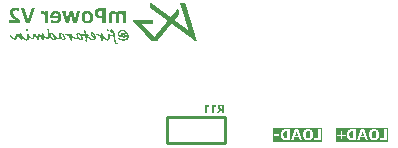
<source format=gbo>
G04*
G04 #@! TF.GenerationSoftware,Altium Limited,Altium Designer,22.2.1 (43)*
G04*
G04 Layer_Color=32896*
%FSLAX25Y25*%
%MOIN*%
G70*
G04*
G04 #@! TF.SameCoordinates,7E0105E5-CDA3-4412-BB16-D98C73C22E17*
G04*
G04*
G04 #@! TF.FilePolarity,Positive*
G04*
G01*
G75*
%ADD15C,0.01000*%
%ADD144C,0.00026*%
G36*
X76517Y58556D02*
X76560Y58540D01*
X76599Y58518D01*
X76604Y58512D01*
X76609D01*
X76664Y58474D01*
X76708Y58436D01*
X76735Y58403D01*
X76740Y58398D01*
X76746Y58392D01*
X76784Y58338D01*
X76817Y58288D01*
X76828Y58267D01*
X76839Y58256D01*
X76844Y58245D01*
Y58239D01*
X76866Y58179D01*
X76877Y58130D01*
X76882Y58108D01*
Y58092D01*
Y58086D01*
Y58081D01*
X76877Y58048D01*
X76866Y58026D01*
X76855Y58004D01*
X76850Y57999D01*
X76817Y57977D01*
X76790Y57961D01*
X76768Y57950D01*
X76757Y57944D01*
X76713Y57928D01*
X76675Y57923D01*
X76642Y57912D01*
X76631D01*
X76577Y57906D01*
X76533Y57901D01*
X76489D01*
X76424Y57906D01*
X76364Y57923D01*
X76315Y57939D01*
X76276Y57966D01*
X76249Y57988D01*
X76227Y58004D01*
X76216Y58021D01*
X76211Y58026D01*
X76178Y58075D01*
X76156Y58119D01*
X76145Y58152D01*
X76140Y58157D01*
Y58163D01*
X76123Y58217D01*
X76118Y58267D01*
X76113Y58288D01*
Y58299D01*
Y58310D01*
Y58316D01*
X76118Y58365D01*
X76123Y58403D01*
X76135Y58425D01*
X76140Y58436D01*
X76162Y58469D01*
X76184Y58490D01*
X76200Y58507D01*
X76211Y58512D01*
X76244Y58529D01*
X76282Y58540D01*
X76309Y58551D01*
X76320D01*
X76369Y58556D01*
X76418Y58561D01*
X76468D01*
X76517Y58556D01*
D02*
G37*
G36*
X49599Y58556D02*
X49643Y58540D01*
X49681Y58518D01*
X49686Y58512D01*
X49692D01*
X49746Y58474D01*
X49790Y58436D01*
X49817Y58403D01*
X49823Y58398D01*
X49828Y58392D01*
X49866Y58337D01*
X49899Y58288D01*
X49910Y58267D01*
X49921Y58256D01*
X49926Y58245D01*
Y58239D01*
X49948Y58179D01*
X49959Y58130D01*
X49965Y58108D01*
Y58092D01*
Y58086D01*
Y58081D01*
X49959Y58048D01*
X49948Y58026D01*
X49937Y58004D01*
X49932Y57999D01*
X49899Y57977D01*
X49872Y57961D01*
X49850Y57950D01*
X49839Y57944D01*
X49795Y57928D01*
X49757Y57923D01*
X49724Y57912D01*
X49714D01*
X49659Y57906D01*
X49615Y57901D01*
X49572D01*
X49506Y57906D01*
X49446Y57923D01*
X49397Y57939D01*
X49359Y57966D01*
X49331Y57988D01*
X49310Y58004D01*
X49299Y58021D01*
X49293Y58026D01*
X49260Y58075D01*
X49238Y58119D01*
X49228Y58152D01*
X49222Y58157D01*
Y58163D01*
X49206Y58217D01*
X49200Y58267D01*
X49195Y58288D01*
Y58299D01*
Y58310D01*
Y58316D01*
X49200Y58365D01*
X49206Y58403D01*
X49217Y58425D01*
X49222Y58436D01*
X49244Y58469D01*
X49266Y58490D01*
X49282Y58507D01*
X49293Y58512D01*
X49326Y58529D01*
X49364Y58540D01*
X49391Y58551D01*
X49402D01*
X49451Y58556D01*
X49501Y58561D01*
X49550D01*
X49599Y58556D01*
D02*
G37*
G36*
X68851Y58283D02*
X68889Y58277D01*
X68922Y58267D01*
X68949Y58250D01*
X68971Y58234D01*
X68987Y58223D01*
X68993Y58217D01*
X68998Y58212D01*
X69042Y58152D01*
X69075Y58086D01*
X69086Y58059D01*
X69096Y58043D01*
X69102Y58026D01*
Y58021D01*
X69124Y57939D01*
X69140Y57863D01*
X69146Y57830D01*
X69151Y57808D01*
X69157Y57792D01*
Y57786D01*
X69168Y57699D01*
X69178Y57661D01*
X69184Y57622D01*
X69189Y57595D01*
X69195Y57573D01*
X69200Y57562D01*
Y57557D01*
X69206Y57524D01*
X69211Y57486D01*
X69217Y57453D01*
X69222Y57448D01*
Y57442D01*
X69233Y57388D01*
X69249Y57338D01*
X69255Y57316D01*
Y57300D01*
X69260Y57289D01*
Y57284D01*
X69271Y57224D01*
X69288Y57164D01*
X69293Y57142D01*
Y57125D01*
X69298Y57114D01*
Y57109D01*
X69315Y57049D01*
X69326Y57000D01*
X69337Y56962D01*
X69342Y56956D01*
Y56951D01*
X69353Y56902D01*
X69370Y56863D01*
X69375Y56841D01*
X69380Y56831D01*
X69391Y56803D01*
X69402Y56792D01*
X69408Y56787D01*
X69473D01*
X69501Y56782D01*
X69511D01*
X69561Y56776D01*
X69604Y56770D01*
X69637Y56765D01*
X69648D01*
X69697Y56760D01*
X69741D01*
X69768Y56754D01*
X69779D01*
X69817Y56749D01*
X69943D01*
X69970Y56743D01*
X69981D01*
X70030Y56738D01*
X70068Y56727D01*
X70096Y56721D01*
X70101Y56716D01*
X70107D01*
X70145Y56700D01*
X70178Y56683D01*
X70199Y56667D01*
X70205Y56661D01*
X70227Y56634D01*
X70238Y56607D01*
X70243Y56585D01*
Y56574D01*
X70238Y56503D01*
X70232Y56448D01*
X70227Y56432D01*
Y56416D01*
X70221Y56410D01*
Y56405D01*
X70199Y56366D01*
X70178Y56334D01*
X70161Y56312D01*
X70156Y56306D01*
X70117Y56285D01*
X70079Y56268D01*
X70047Y56263D01*
X70041Y56257D01*
X70036D01*
X69976Y56252D01*
X69915Y56246D01*
X69872D01*
X69948Y56170D01*
X70003Y56121D01*
X70052Y56077D01*
X70096Y56033D01*
X70129Y56006D01*
X70150Y55984D01*
X70156Y55979D01*
X70276Y55875D01*
X70336Y55826D01*
X70390Y55788D01*
X70434Y55755D01*
X70467Y55728D01*
X70489Y55711D01*
X70500Y55706D01*
X70582Y55651D01*
X70653Y55608D01*
X70685Y55591D01*
X70707Y55575D01*
X70724Y55569D01*
X70729Y55564D01*
X70816Y55520D01*
X70860Y55498D01*
X70898Y55482D01*
X70931Y55466D01*
X70958Y55455D01*
X70975Y55444D01*
X70980D01*
X71078Y55411D01*
X71122Y55395D01*
X71160Y55384D01*
X71199Y55373D01*
X71226Y55367D01*
X71242Y55362D01*
X71248D01*
X71341Y55345D01*
X71384Y55340D01*
X71417D01*
X71450Y55335D01*
X71494D01*
X71559Y55340D01*
X71614Y55345D01*
X71635Y55351D01*
X71652D01*
X71657Y55356D01*
X71663D01*
X71712Y55378D01*
X71750Y55400D01*
X71777Y55417D01*
X71788Y55422D01*
X71821Y55455D01*
X71848Y55482D01*
X71865Y55504D01*
X71870Y55515D01*
X71887Y55558D01*
X71898Y55591D01*
X71903Y55619D01*
Y55629D01*
X71794Y55711D01*
X71750Y55744D01*
X71706Y55771D01*
X71674Y55799D01*
X71652Y55815D01*
X71635Y55826D01*
X71630Y55831D01*
X71548Y55897D01*
X71510Y55924D01*
X71477Y55951D01*
X71455Y55973D01*
X71433Y55990D01*
X71422Y55995D01*
X71417Y56001D01*
X71319Y56094D01*
X71226Y56181D01*
X71149Y56257D01*
X71089Y56328D01*
X71040Y56388D01*
X71002Y56437D01*
X70980Y56465D01*
X70975Y56476D01*
X70920Y56563D01*
X70882Y56645D01*
X70855Y56721D01*
X70838Y56787D01*
X70822Y56841D01*
X70816Y56885D01*
Y56912D01*
Y56923D01*
X70822Y57005D01*
X70827Y57076D01*
X70833Y57104D01*
X70838Y57125D01*
X70844Y57136D01*
Y57142D01*
X70871Y57218D01*
X70898Y57278D01*
X70909Y57300D01*
X70920Y57316D01*
X70926Y57328D01*
X70931Y57333D01*
X70980Y57388D01*
X71035Y57426D01*
X71057Y57442D01*
X71073Y57453D01*
X71084Y57459D01*
X71089D01*
X71160Y57486D01*
X71231Y57502D01*
X71264Y57508D01*
X71308D01*
X71373Y57502D01*
X71428Y57497D01*
X71455Y57491D01*
X71472Y57486D01*
X71482Y57480D01*
X71488D01*
X71553Y57459D01*
X71603Y57442D01*
X71624Y57431D01*
X71641Y57420D01*
X71652Y57415D01*
X71657D01*
X71712Y57382D01*
X71761Y57349D01*
X71794Y57322D01*
X71799Y57316D01*
X71805Y57311D01*
X71854Y57273D01*
X71892Y57235D01*
X71919Y57207D01*
X71930Y57202D01*
Y57196D01*
X71985Y57136D01*
X72028Y57076D01*
X72072Y57022D01*
X72110Y56973D01*
X72138Y56929D01*
X72160Y56891D01*
X72171Y56869D01*
X72176Y56863D01*
X72241Y56732D01*
X72269Y56672D01*
X72296Y56623D01*
X72312Y56574D01*
X72329Y56541D01*
X72334Y56519D01*
X72340Y56508D01*
X72378Y56377D01*
X72394Y56317D01*
X72405Y56263D01*
X72416Y56214D01*
X72422Y56181D01*
X72427Y56159D01*
Y56148D01*
X72443Y56017D01*
X72449Y55951D01*
Y55897D01*
X72454Y55853D01*
Y55815D01*
Y55793D01*
Y55782D01*
X72449Y55695D01*
X72443Y55613D01*
X72433Y55542D01*
X72416Y55471D01*
X72400Y55405D01*
X72383Y55351D01*
X72362Y55296D01*
X72340Y55247D01*
X72318Y55209D01*
X72296Y55171D01*
X72280Y55143D01*
X72263Y55116D01*
X72247Y55100D01*
X72236Y55083D01*
X72225Y55078D01*
Y55072D01*
X72181Y55029D01*
X72132Y54996D01*
X72023Y54936D01*
X71914Y54898D01*
X71810Y54865D01*
X71717Y54849D01*
X71679Y54843D01*
X71646D01*
X71614Y54838D01*
X71575D01*
X71439Y54849D01*
X71373Y54854D01*
X71319Y54865D01*
X71270Y54876D01*
X71231Y54881D01*
X71210Y54892D01*
X71199D01*
X71057Y54941D01*
X70991Y54969D01*
X70937Y54996D01*
X70887Y55018D01*
X70849Y55034D01*
X70827Y55045D01*
X70816Y55051D01*
X70675Y55133D01*
X70609Y55171D01*
X70549Y55209D01*
X70500Y55242D01*
X70461Y55269D01*
X70440Y55285D01*
X70429Y55291D01*
X70358Y55345D01*
X70292Y55395D01*
X70232Y55444D01*
X70178Y55487D01*
X70134Y55531D01*
X70096Y55558D01*
X70074Y55580D01*
X70068Y55586D01*
X69943Y55706D01*
X69888Y55760D01*
X69839Y55815D01*
X69801Y55859D01*
X69768Y55892D01*
X69746Y55919D01*
X69741Y55924D01*
X69632Y56055D01*
X69582Y56115D01*
X69539Y56170D01*
X69506Y56219D01*
X69484Y56245D01*
X69490Y56214D01*
X69495Y56186D01*
X69501Y56181D01*
Y56175D01*
X69511Y56121D01*
X69522Y56066D01*
X69528Y56044D01*
Y56028D01*
X69533Y56017D01*
Y56012D01*
X69544Y55941D01*
X69561Y55881D01*
X69566Y55853D01*
Y55831D01*
X69572Y55821D01*
Y55815D01*
X69588Y55744D01*
X69599Y55690D01*
X69604Y55668D01*
X69610Y55651D01*
X69615Y55640D01*
Y55635D01*
X69643Y55493D01*
X69659Y55427D01*
X69664Y55367D01*
X69675Y55318D01*
X69681Y55280D01*
X69686Y55258D01*
Y55247D01*
X69692Y55176D01*
X69697Y55111D01*
X69703Y55051D01*
Y55001D01*
X69708Y54958D01*
Y54925D01*
Y54903D01*
Y54898D01*
X69703Y54827D01*
X69697Y54767D01*
X69692Y54745D01*
Y54729D01*
X69686Y54718D01*
Y54712D01*
X69664Y54652D01*
X69637Y54603D01*
X69615Y54570D01*
X69610Y54565D01*
Y54559D01*
X69566Y54510D01*
X69528Y54477D01*
X69495Y54450D01*
X69490Y54445D01*
X69484D01*
X69430Y54417D01*
X69380Y54406D01*
X69359Y54401D01*
X69326D01*
X69288Y54406D01*
X69255Y54412D01*
X69233Y54417D01*
X69222Y54423D01*
X69178Y54439D01*
X69146Y54456D01*
X69124Y54466D01*
X69113Y54472D01*
X69075Y54499D01*
X69047Y54521D01*
X69031Y54543D01*
X69025Y54548D01*
X69004Y54576D01*
X68993Y54608D01*
X68987Y54630D01*
Y54636D01*
X68993Y54679D01*
X69004Y54712D01*
X69015Y54734D01*
X69020Y54739D01*
X69047Y54761D01*
X69075Y54783D01*
X69091Y54799D01*
X69102Y54805D01*
X69140Y54843D01*
X69151Y54854D01*
X69157Y54860D01*
X69173Y54898D01*
X69178Y54936D01*
X69184Y54969D01*
Y54980D01*
Y54985D01*
Y55007D01*
X69178Y55029D01*
Y55045D01*
Y55051D01*
X69173Y55089D01*
Y55122D01*
X69168Y55149D01*
Y55160D01*
X69162Y55203D01*
X69157Y55247D01*
X69151Y55274D01*
Y55280D01*
Y55285D01*
X69140Y55335D01*
X69135Y55373D01*
X69129Y55400D01*
Y55411D01*
X69118Y55455D01*
X69113Y55493D01*
X69107Y55515D01*
Y55526D01*
X69102Y55558D01*
X69096Y55586D01*
X69091Y55602D01*
Y55608D01*
X69064Y55733D01*
X69053Y55793D01*
X69042Y55848D01*
X69031Y55892D01*
X69020Y55930D01*
X69015Y55951D01*
Y55963D01*
X68976Y56104D01*
X68960Y56170D01*
X68944Y56230D01*
X68933Y56279D01*
X68922Y56323D01*
X68911Y56345D01*
Y56356D01*
X68878Y56361D01*
X68840Y56366D01*
X68818Y56372D01*
X68807D01*
X68764Y56377D01*
X68720D01*
X68687Y56383D01*
X68676D01*
X68621Y56388D01*
X68578Y56394D01*
X68545Y56399D01*
X68534D01*
X68480Y56405D01*
X68430Y56410D01*
X68398Y56416D01*
X68387D01*
X68310Y56427D01*
X68245Y56437D01*
X68217Y56443D01*
X68196Y56448D01*
X68174D01*
X68086Y56459D01*
X68043Y56470D01*
X68010Y56476D01*
X67977Y56481D01*
X67955D01*
X67939Y56487D01*
X67933D01*
X67841Y56508D01*
X67797Y56519D01*
X67759Y56525D01*
X67746Y56529D01*
X67753Y56519D01*
X67808Y56437D01*
X67835Y56405D01*
X67852Y56377D01*
X67863Y56356D01*
X67868Y56350D01*
X67928Y56241D01*
X67955Y56192D01*
X67983Y56148D01*
X68005Y56110D01*
X68021Y56077D01*
X68026Y56055D01*
X68032Y56050D01*
X68081Y55935D01*
X68103Y55881D01*
X68119Y55831D01*
X68130Y55788D01*
X68141Y55755D01*
X68152Y55733D01*
Y55728D01*
X68179Y55608D01*
X68185Y55553D01*
X68190Y55504D01*
X68196Y55460D01*
Y55427D01*
Y55405D01*
Y55400D01*
X68190Y55335D01*
X68179Y55269D01*
Y55242D01*
X68174Y55220D01*
X68168Y55209D01*
Y55203D01*
X68147Y55127D01*
X68119Y55062D01*
X68103Y55034D01*
X68097Y55012D01*
X68086Y55001D01*
Y54996D01*
X68037Y54931D01*
X67988Y54881D01*
X67972Y54865D01*
X67955Y54849D01*
X67945Y54843D01*
X67939Y54838D01*
X67906Y54816D01*
X67868Y54799D01*
X67803Y54783D01*
X67775Y54778D01*
X67753Y54772D01*
X67737D01*
X67682Y54778D01*
X67633Y54783D01*
X67611D01*
X67595Y54789D01*
X67579D01*
X67513Y54805D01*
X67458Y54827D01*
X67442Y54832D01*
X67426Y54838D01*
X67415Y54843D01*
X67409D01*
X67349Y54870D01*
X67295Y54892D01*
X67273Y54903D01*
X67256Y54909D01*
X67251Y54914D01*
X67246D01*
X67191Y54941D01*
X67153Y54969D01*
X67125Y54985D01*
X67115Y54991D01*
X67054Y55034D01*
X67005Y55072D01*
X66983Y55089D01*
X66967Y55105D01*
X66956Y55111D01*
X66951Y55116D01*
X66885Y55171D01*
X66831Y55225D01*
X66809Y55247D01*
X66792Y55258D01*
X66782Y55269D01*
X66776Y55274D01*
X66716Y55335D01*
X66667Y55389D01*
X66650Y55405D01*
X66634Y55422D01*
X66629Y55433D01*
X66623Y55438D01*
X66574Y55498D01*
X66541Y55553D01*
X66514Y55586D01*
X66509Y55591D01*
Y55597D01*
X66487Y55526D01*
X66459Y55460D01*
X66448Y55438D01*
X66443Y55422D01*
X66432Y55411D01*
Y55405D01*
X66388Y55345D01*
X66350Y55296D01*
X66317Y55264D01*
X66312Y55258D01*
X66307Y55253D01*
X66252Y55214D01*
X66197Y55182D01*
X66175Y55171D01*
X66164Y55160D01*
X66154Y55154D01*
X66148D01*
X66083Y55133D01*
X66028Y55122D01*
X66012Y55116D01*
X65979D01*
X65908Y55122D01*
X65842Y55127D01*
X65782Y55138D01*
X65728Y55149D01*
X65684Y55160D01*
X65646Y55165D01*
X65624Y55176D01*
X65618D01*
X65493Y55231D01*
X65438Y55258D01*
X65384Y55285D01*
X65346Y55307D01*
X65313Y55324D01*
X65291Y55335D01*
X65285Y55340D01*
X65171Y55417D01*
X65122Y55455D01*
X65078Y55487D01*
X65040Y55520D01*
X65007Y55542D01*
X64991Y55558D01*
X64985Y55564D01*
X64876Y55657D01*
X64832Y55700D01*
X64789Y55739D01*
X64750Y55771D01*
X64723Y55799D01*
X64707Y55815D01*
X64701Y55821D01*
X64669Y55853D01*
X64641Y55881D01*
X64619Y55902D01*
X64619Y55903D01*
X64625Y55848D01*
X64630Y55799D01*
X64636Y55760D01*
Y55728D01*
X64641Y55706D01*
Y55690D01*
Y55684D01*
X64647Y55629D01*
Y55586D01*
X64652Y55553D01*
Y55547D01*
Y55542D01*
X64657Y55498D01*
Y55460D01*
X64663Y55438D01*
Y55427D01*
Y55389D01*
Y55351D01*
X64669Y55324D01*
Y55318D01*
Y55313D01*
Y55274D01*
Y55236D01*
Y55209D01*
Y55203D01*
Y55198D01*
Y55100D01*
X64657Y55012D01*
X64652Y54941D01*
X64641Y54881D01*
X64630Y54838D01*
X64625Y54805D01*
X64614Y54783D01*
Y54778D01*
X64587Y54734D01*
X64554Y54701D01*
X64516Y54674D01*
X64483Y54658D01*
X64450Y54647D01*
X64423Y54641D01*
X64395D01*
X64368Y54647D01*
X64341Y54652D01*
X64319Y54658D01*
X64314D01*
X64281Y54663D01*
X64253Y54674D01*
X64237Y54679D01*
X64232Y54685D01*
X64204Y54701D01*
X64183Y54712D01*
X64172Y54723D01*
X64166Y54729D01*
X64144Y54750D01*
X64133Y54767D01*
X64122Y54783D01*
Y54789D01*
X64106Y54832D01*
X64101Y54870D01*
X64095Y54892D01*
Y54898D01*
X64084Y54936D01*
X64079Y54969D01*
X64068Y54996D01*
Y55007D01*
X64046Y55094D01*
X64035Y55133D01*
X64024Y55165D01*
X64013Y55193D01*
X64008Y55214D01*
X64002Y55225D01*
Y55231D01*
X63975Y55307D01*
X63948Y55373D01*
X63937Y55400D01*
X63926Y55422D01*
X63920Y55433D01*
Y55438D01*
X63882Y55526D01*
X63866Y55564D01*
X63850Y55597D01*
X63833Y55629D01*
X63822Y55651D01*
X63811Y55662D01*
Y55668D01*
X63762Y55749D01*
X63718Y55815D01*
X63702Y55842D01*
X63686Y55864D01*
X63680Y55875D01*
X63675Y55881D01*
X63620Y55951D01*
X63577Y56006D01*
X63560Y56028D01*
X63544Y56044D01*
X63538Y56055D01*
X63533Y56061D01*
X63484Y56115D01*
X63440Y56164D01*
X63407Y56192D01*
X63402Y56203D01*
X63396D01*
X63342Y56252D01*
X63282Y56290D01*
X63161Y56361D01*
X63047Y56410D01*
X62938Y56448D01*
X62839Y56470D01*
X62801Y56481D01*
X62763Y56487D01*
X62736D01*
X62714Y56492D01*
X62605D01*
X62588Y56487D01*
X62534D01*
X62517Y56481D01*
X62473D01*
X62446Y56487D01*
X62419Y56498D01*
X62408Y56508D01*
X62403Y56514D01*
X62381Y56536D01*
X62364Y56552D01*
X62359Y56568D01*
X62353Y56574D01*
X62337Y56601D01*
X62326Y56623D01*
X62321Y56639D01*
Y56645D01*
X62315Y56672D01*
X62310Y56689D01*
Y56700D01*
Y56705D01*
X62321Y56754D01*
X62337Y56792D01*
X62353Y56814D01*
X62364Y56825D01*
X62408Y56863D01*
X62446Y56891D01*
X62479Y56912D01*
X62490Y56918D01*
X62495D01*
X62555Y56945D01*
X62616Y56962D01*
X62637Y56967D01*
X62659D01*
X62670Y56973D01*
X62676D01*
X62747Y56984D01*
X62807Y56994D01*
X62867D01*
X62927Y56989D01*
X62981Y56984D01*
X63009Y56978D01*
X63025Y56973D01*
X63036Y56967D01*
X63041D01*
X63118Y56945D01*
X63183Y56918D01*
X63211Y56902D01*
X63232Y56896D01*
X63249Y56885D01*
X63254D01*
X63358Y56831D01*
X63407Y56798D01*
X63451Y56770D01*
X63484Y56743D01*
X63511Y56727D01*
X63527Y56710D01*
X63533Y56705D01*
X63626Y56618D01*
X63664Y56579D01*
X63702Y56541D01*
X63729Y56503D01*
X63751Y56476D01*
X63768Y56459D01*
X63773Y56454D01*
X63850Y56345D01*
X63888Y56296D01*
X63915Y56246D01*
X63942Y56203D01*
X63964Y56170D01*
X63975Y56148D01*
X63981Y56143D01*
X64052Y56023D01*
X64079Y55963D01*
X64106Y55908D01*
X64128Y55864D01*
X64144Y55831D01*
X64155Y55810D01*
X64161Y55799D01*
X64150Y55842D01*
X64144Y55886D01*
X64133Y55924D01*
Y55930D01*
Y55935D01*
X64122Y55995D01*
X64106Y56055D01*
X64101Y56077D01*
Y56094D01*
X64095Y56104D01*
Y56110D01*
X64073Y56181D01*
X64062Y56246D01*
X64052Y56274D01*
Y56296D01*
X64046Y56306D01*
Y56312D01*
X64030Y56388D01*
X64013Y56454D01*
X64008Y56481D01*
Y56503D01*
X64002Y56514D01*
Y56519D01*
X63986Y56596D01*
X63975Y56656D01*
Y56683D01*
X63970Y56700D01*
Y56710D01*
Y56716D01*
X63964Y56782D01*
X63959Y56831D01*
Y56863D01*
Y56869D01*
Y56874D01*
Y56918D01*
X63964Y56940D01*
X63975Y56956D01*
X63981Y56973D01*
X63986Y56978D01*
X64002Y57005D01*
X64019Y57027D01*
X64035Y57038D01*
X64041Y57043D01*
X64062Y57065D01*
X64084Y57076D01*
X64106Y57087D01*
X64112Y57093D01*
X64139Y57104D01*
X64166Y57114D01*
X64188D01*
X64232Y57109D01*
X64275Y57104D01*
X64308Y57093D01*
X64335Y57076D01*
X64363Y57060D01*
X64379Y57049D01*
X64385Y57043D01*
X64390Y57038D01*
X64434Y56978D01*
X64466Y56912D01*
X64477Y56885D01*
X64483Y56863D01*
X64488Y56847D01*
Y56841D01*
X64505Y56754D01*
X64521Y56672D01*
X64526Y56634D01*
X64532Y56607D01*
X64537Y56585D01*
Y56579D01*
X64548Y56510D01*
X64565Y56498D01*
X64592Y56476D01*
X64614Y56454D01*
X64625Y56448D01*
X64657Y56416D01*
X64685Y56394D01*
X64701Y56372D01*
X64707Y56366D01*
X64728Y56345D01*
X64739Y56334D01*
X64745Y56328D01*
X64849Y56225D01*
X64898Y56175D01*
X64942Y56137D01*
X64974Y56104D01*
X65001Y56077D01*
X65023Y56061D01*
X65029Y56055D01*
X65133Y55968D01*
X65182Y55930D01*
X65225Y55897D01*
X65258Y55870D01*
X65285Y55848D01*
X65307Y55837D01*
X65313Y55831D01*
X65411Y55771D01*
X65460Y55744D01*
X65504Y55722D01*
X65537Y55706D01*
X65569Y55695D01*
X65586Y55684D01*
X65591D01*
X65695Y55657D01*
X65744Y55646D01*
X65788Y55640D01*
X65820D01*
X65848Y55635D01*
X65875D01*
X65919Y55640D01*
X65957Y55651D01*
X65979Y55662D01*
X65990Y55668D01*
X66022Y55700D01*
X66050Y55728D01*
X66072Y55749D01*
X66077Y55760D01*
X66099Y55804D01*
X66115Y55848D01*
X66126Y55881D01*
X66132Y55886D01*
Y55892D01*
X66143Y55941D01*
X66148Y55984D01*
Y56017D01*
Y56023D01*
Y56028D01*
X66143Y56099D01*
X66137Y56164D01*
X66132Y56192D01*
Y56214D01*
X66126Y56225D01*
Y56230D01*
X66110Y56306D01*
X66093Y56377D01*
X66088Y56399D01*
Y56421D01*
X66083Y56432D01*
Y56437D01*
X66066Y56514D01*
X66050Y56574D01*
X66044Y56601D01*
Y56618D01*
X66039Y56629D01*
Y56634D01*
X66028Y56700D01*
X66017Y56754D01*
Y56787D01*
Y56792D01*
Y56798D01*
X66022Y56825D01*
X66028Y56852D01*
X66034Y56874D01*
X66039Y56885D01*
X66055Y56923D01*
X66072Y56962D01*
X66083Y56984D01*
X66088Y56994D01*
X66110Y57038D01*
X66132Y57071D01*
X66148Y57093D01*
X66154Y57104D01*
X66175Y57136D01*
X66197Y57158D01*
X66214Y57169D01*
X66219Y57175D01*
X66252Y57191D01*
X66285Y57202D01*
X66307Y57207D01*
X66317D01*
X66356Y57218D01*
X66394Y57224D01*
X66421Y57229D01*
X66432D01*
X66476Y57235D01*
X66519Y57240D01*
X66558D01*
X66601Y57246D01*
X66678D01*
X66760Y57235D01*
X66836Y57218D01*
X66869Y57207D01*
X66896Y57202D01*
X66913Y57191D01*
X66918D01*
X67016Y57147D01*
X67065Y57120D01*
X67109Y57098D01*
X67142Y57076D01*
X67175Y57060D01*
X67191Y57049D01*
X67196Y57043D01*
X67298Y56974D01*
X67306Y56978D01*
X67322Y56989D01*
X67393D01*
X67431Y56984D01*
X67458Y56978D01*
X67469D01*
X67519Y56973D01*
X67562Y56967D01*
X67595Y56962D01*
X67601Y56956D01*
X67606D01*
X67660Y56945D01*
X67715Y56934D01*
X67742Y56929D01*
X67759D01*
X67770Y56923D01*
X67775D01*
X67852Y56912D01*
X67933Y56902D01*
X67966Y56896D01*
X67994D01*
X68010Y56891D01*
X68015D01*
X68103Y56880D01*
X68141Y56874D01*
X68201D01*
X68223Y56869D01*
X68239D01*
X68316Y56863D01*
X68376D01*
X68403Y56858D01*
X68436D01*
X68501Y56852D01*
X68813D01*
Y56858D01*
Y56863D01*
X68807Y56885D01*
X68802Y56907D01*
Y56918D01*
X68791Y56978D01*
X68780Y57038D01*
X68774Y57065D01*
X68769Y57087D01*
X68764Y57104D01*
Y57109D01*
X68742Y57202D01*
X68731Y57251D01*
X68720Y57295D01*
X68709Y57333D01*
X68703Y57360D01*
X68698Y57382D01*
Y57388D01*
X68665Y57513D01*
X68649Y57568D01*
X68632Y57622D01*
X68621Y57671D01*
X68611Y57704D01*
X68600Y57731D01*
Y57737D01*
X68583Y57797D01*
X68572Y57852D01*
X68567Y57868D01*
X68561Y57884D01*
Y57895D01*
Y57901D01*
X68556Y57961D01*
X68550Y58004D01*
Y58037D01*
Y58043D01*
Y58048D01*
Y58092D01*
X68561Y58130D01*
X68572Y58163D01*
X68583Y58190D01*
X68594Y58212D01*
X68605Y58223D01*
X68611Y58234D01*
X68616D01*
X68643Y58250D01*
X68671Y58267D01*
X68736Y58283D01*
X68764Y58288D01*
X68807D01*
X68851Y58283D01*
D02*
G37*
G36*
X77903Y58469D02*
X77969Y58452D01*
X77996Y58441D01*
X78018Y58430D01*
X78029Y58425D01*
X78035D01*
X78105Y58387D01*
X78166Y58354D01*
X78193Y58338D01*
X78209Y58321D01*
X78220Y58316D01*
X78226Y58310D01*
X78286Y58256D01*
X78340Y58201D01*
X78362Y58179D01*
X78378Y58163D01*
X78384Y58152D01*
X78389Y58147D01*
X78439Y58081D01*
X78482Y58026D01*
X78493Y58004D01*
X78504Y57988D01*
X78515Y57977D01*
Y57972D01*
X78559Y57895D01*
X78592Y57824D01*
X78602Y57797D01*
X78613Y57775D01*
X78619Y57764D01*
Y57759D01*
X78646Y57688D01*
X78668Y57622D01*
X78679Y57595D01*
X78684Y57573D01*
X78690Y57562D01*
Y57557D01*
X78706Y57480D01*
X78723Y57415D01*
X78728Y57388D01*
X78733Y57366D01*
X78739Y57349D01*
Y57344D01*
X78750Y57257D01*
X78766Y57175D01*
X78772Y57142D01*
Y57114D01*
X78777Y57098D01*
Y57093D01*
X78783Y57027D01*
X78794Y56973D01*
X78799Y56940D01*
Y56934D01*
Y56929D01*
X78804Y56885D01*
X78810Y56847D01*
X78815Y56825D01*
Y56814D01*
X78826Y56776D01*
X78843Y56743D01*
X78853Y56721D01*
X78859Y56710D01*
X78886Y56672D01*
X78914Y56629D01*
X78935Y56596D01*
X78941Y56590D01*
X78946Y56585D01*
X78996Y56525D01*
X79028Y56476D01*
X79056Y56432D01*
X79072Y56405D01*
X79083Y56377D01*
X79088Y56361D01*
X79094Y56356D01*
Y56350D01*
X79088Y56323D01*
X79083Y56296D01*
X79077Y56279D01*
X79072Y56274D01*
X79050Y56246D01*
X79034Y56225D01*
X79023Y56208D01*
X79017Y56203D01*
X78996Y56181D01*
X78979Y56164D01*
X78968Y56154D01*
X78963Y56148D01*
X78952Y56132D01*
X78941Y56121D01*
Y56115D01*
Y56110D01*
Y56077D01*
Y56044D01*
X78946Y56017D01*
Y56012D01*
Y56006D01*
Y55968D01*
Y55930D01*
X78952Y55902D01*
Y55897D01*
Y55892D01*
X78957Y55848D01*
Y55815D01*
X78963Y55793D01*
Y55782D01*
X78968Y55749D01*
Y55722D01*
X78974Y55706D01*
Y55700D01*
X78985Y55597D01*
Y55547D01*
X78990Y55509D01*
X78996Y55471D01*
Y55444D01*
X79001Y55427D01*
Y55422D01*
X79012Y55324D01*
X79023Y55274D01*
X79028Y55231D01*
X79034Y55198D01*
Y55165D01*
X79039Y55149D01*
Y55143D01*
X79056Y55040D01*
X79066Y54991D01*
X79072Y54947D01*
X79077Y54909D01*
X79083Y54881D01*
X79088Y54860D01*
Y54854D01*
X79110Y54745D01*
X79116Y54696D01*
X79127Y54647D01*
X79132Y54608D01*
X79137Y54576D01*
X79143Y54554D01*
Y54548D01*
X79154Y54494D01*
X79170Y54439D01*
X79176Y54423D01*
Y54406D01*
X79181Y54395D01*
Y54390D01*
X79192Y54330D01*
X79208Y54281D01*
X79214Y54248D01*
X79219Y54243D01*
Y54237D01*
X79236Y54188D01*
X79252Y54144D01*
X79268Y54117D01*
X79274Y54111D01*
Y54106D01*
X79301Y54068D01*
X79323Y54040D01*
X79339Y54024D01*
X79345Y54019D01*
X79378Y54024D01*
X79394D01*
X79427Y54030D01*
X79438Y54035D01*
X79443D01*
X79476Y54040D01*
X79487Y54046D01*
X79525D01*
X79563Y54040D01*
X79591Y54030D01*
X79612Y54019D01*
X79618Y54013D01*
X79645Y53986D01*
X79667Y53953D01*
X79678Y53937D01*
X79684Y53926D01*
X79705Y53888D01*
X79722Y53855D01*
X79727Y53833D01*
X79733Y53822D01*
X79743Y53784D01*
X79749Y53757D01*
X79754Y53735D01*
Y53729D01*
X79749Y53702D01*
X79738Y53675D01*
X79727Y53658D01*
X79722Y53653D01*
X79700Y53620D01*
X79678Y53598D01*
X79656Y53582D01*
X79651Y53576D01*
X79618Y53555D01*
X79580Y53538D01*
X79558Y53527D01*
X79547Y53522D01*
X79503Y53511D01*
X79465Y53505D01*
X79438Y53500D01*
X79427D01*
X79334Y53511D01*
X79247Y53533D01*
X79170Y53566D01*
X79099Y53609D01*
X79050Y53647D01*
X79006Y53680D01*
X78985Y53702D01*
X78974Y53713D01*
X78908Y53789D01*
X78859Y53860D01*
X78837Y53888D01*
X78821Y53909D01*
X78815Y53926D01*
X78810Y53931D01*
X78761Y54013D01*
X78728Y54090D01*
X78712Y54122D01*
X78701Y54144D01*
X78695Y54161D01*
Y54166D01*
X78668Y54243D01*
X78646Y54319D01*
X78641Y54357D01*
X78635Y54384D01*
X78630Y54401D01*
Y54406D01*
X78608Y54510D01*
X78597Y54554D01*
X78592Y54598D01*
X78586Y54630D01*
X78580Y54658D01*
X78575Y54674D01*
Y54679D01*
X78570Y54734D01*
X78564Y54789D01*
X78559Y54816D01*
X78553Y54838D01*
Y54849D01*
Y54854D01*
X78542Y54941D01*
X78526Y55029D01*
X78521Y55062D01*
Y55089D01*
X78515Y55111D01*
Y55116D01*
X78499Y55225D01*
X78493Y55280D01*
X78488Y55324D01*
X78482Y55362D01*
X78477Y55395D01*
Y55417D01*
Y55422D01*
X78460Y55537D01*
X78455Y55591D01*
X78449Y55635D01*
X78444Y55673D01*
X78439Y55706D01*
Y55722D01*
Y55728D01*
X78422Y55826D01*
X78417Y55870D01*
X78411Y55908D01*
Y55941D01*
X78406Y55963D01*
Y55979D01*
Y55984D01*
X78400Y56023D01*
X78395Y56061D01*
X78389Y56088D01*
Y56110D01*
X78384Y56137D01*
Y56148D01*
X78264D01*
X78220Y56154D01*
X78182D01*
X78155Y56159D01*
X78144D01*
X78095Y56164D01*
X78045D01*
X78013Y56170D01*
X78002D01*
X77942Y56181D01*
X77882Y56186D01*
X77854D01*
X77833Y56192D01*
X77816D01*
X77723Y56203D01*
X77680D01*
X77641Y56208D01*
X77609Y56214D01*
X77581Y56219D01*
X77560D01*
X77467Y56235D01*
X77423Y56241D01*
X77390Y56252D01*
X77363Y56257D01*
X77336D01*
X77325Y56263D01*
X77319D01*
X77237Y56285D01*
X77177Y56296D01*
X77171Y56299D01*
X77172Y56290D01*
X77183Y56219D01*
Y56192D01*
X77188Y56170D01*
Y56159D01*
Y56154D01*
X77194Y56088D01*
Y56039D01*
Y56012D01*
Y56001D01*
Y55902D01*
X77188Y55853D01*
Y55815D01*
Y55777D01*
X77183Y55749D01*
Y55728D01*
Y55722D01*
X77172Y55619D01*
X77166Y55569D01*
X77156Y55526D01*
X77150Y55493D01*
X77145Y55466D01*
X77139Y55444D01*
Y55438D01*
X77112Y55335D01*
X77095Y55291D01*
X77084Y55253D01*
X77068Y55220D01*
X77063Y55193D01*
X77052Y55176D01*
Y55171D01*
X77003Y55083D01*
X76981Y55045D01*
X76954Y55012D01*
X76937Y54985D01*
X76921Y54963D01*
X76910Y54952D01*
X76904Y54947D01*
X76833Y54881D01*
X76762Y54832D01*
X76735Y54816D01*
X76713Y54805D01*
X76697Y54794D01*
X76691D01*
X76593Y54761D01*
X76544Y54750D01*
X76495Y54745D01*
X76457D01*
X76424Y54739D01*
X76397D01*
X76342Y54745D01*
X76287Y54750D01*
X76238Y54761D01*
X76189Y54772D01*
X76151Y54783D01*
X76118Y54789D01*
X76096Y54799D01*
X76091D01*
X75971Y54854D01*
X75911Y54887D01*
X75862Y54920D01*
X75818Y54941D01*
X75785Y54963D01*
X75763Y54980D01*
X75758Y54985D01*
X75638Y55078D01*
X75583Y55122D01*
X75534Y55160D01*
X75496Y55193D01*
X75468Y55220D01*
X75446Y55236D01*
X75441Y55242D01*
X75332Y55340D01*
X75288Y55389D01*
X75244Y55427D01*
X75212Y55466D01*
X75184Y55493D01*
X75168Y55509D01*
X75163Y55515D01*
X75075Y55608D01*
X75042Y55646D01*
X75010Y55684D01*
X74982Y55717D01*
X74961Y55739D01*
X74950Y55755D01*
X74944Y55760D01*
X74879Y55840D01*
X74884Y55799D01*
X74890Y55760D01*
Y55728D01*
X74895Y55706D01*
Y55690D01*
Y55684D01*
X74901Y55629D01*
Y55586D01*
X74906Y55553D01*
Y55547D01*
Y55542D01*
X74911Y55498D01*
Y55460D01*
X74917Y55438D01*
Y55427D01*
Y55389D01*
Y55351D01*
X74922Y55324D01*
Y55318D01*
Y55313D01*
Y55274D01*
Y55236D01*
Y55209D01*
Y55203D01*
Y55198D01*
Y55100D01*
X74911Y55012D01*
X74906Y54941D01*
X74895Y54881D01*
X74884Y54838D01*
X74879Y54805D01*
X74868Y54783D01*
Y54778D01*
X74840Y54734D01*
X74808Y54701D01*
X74770Y54674D01*
X74737Y54658D01*
X74704Y54647D01*
X74677Y54641D01*
X74649D01*
X74622Y54647D01*
X74595Y54652D01*
X74573Y54658D01*
X74567D01*
X74535Y54663D01*
X74507Y54674D01*
X74491Y54679D01*
X74485Y54685D01*
X74458Y54701D01*
X74436Y54712D01*
X74426Y54723D01*
X74420Y54729D01*
X74398Y54750D01*
X74387Y54767D01*
X74376Y54783D01*
Y54789D01*
X74360Y54832D01*
X74354Y54870D01*
X74349Y54892D01*
Y54898D01*
X74338Y54936D01*
X74333Y54969D01*
X74322Y54996D01*
Y55007D01*
X74300Y55094D01*
X74289Y55133D01*
X74278Y55165D01*
X74267Y55193D01*
X74262Y55214D01*
X74256Y55225D01*
Y55231D01*
X74229Y55307D01*
X74202Y55373D01*
X74191Y55400D01*
X74180Y55422D01*
X74174Y55433D01*
Y55438D01*
X74136Y55526D01*
X74120Y55564D01*
X74103Y55597D01*
X74087Y55629D01*
X74076Y55651D01*
X74065Y55662D01*
Y55668D01*
X74016Y55749D01*
X73972Y55815D01*
X73956Y55842D01*
X73940Y55864D01*
X73934Y55875D01*
X73929Y55881D01*
X73874Y55951D01*
X73830Y56006D01*
X73814Y56028D01*
X73798Y56044D01*
X73792Y56055D01*
X73787Y56061D01*
X73738Y56115D01*
X73694Y56164D01*
X73661Y56192D01*
X73656Y56203D01*
X73650D01*
X73596Y56252D01*
X73536Y56290D01*
X73415Y56361D01*
X73301Y56410D01*
X73191Y56448D01*
X73093Y56470D01*
X73055Y56481D01*
X73017Y56487D01*
X72989D01*
X72968Y56492D01*
X72859D01*
X72842Y56487D01*
X72787D01*
X72771Y56481D01*
X72727D01*
X72700Y56487D01*
X72673Y56498D01*
X72662Y56508D01*
X72656Y56514D01*
X72635Y56536D01*
X72618Y56552D01*
X72613Y56568D01*
X72607Y56574D01*
X72591Y56601D01*
X72580Y56623D01*
X72575Y56639D01*
Y56645D01*
X72569Y56672D01*
X72564Y56689D01*
Y56700D01*
Y56705D01*
X72575Y56754D01*
X72591Y56792D01*
X72607Y56814D01*
X72618Y56825D01*
X72662Y56863D01*
X72700Y56891D01*
X72733Y56912D01*
X72744Y56918D01*
X72749D01*
X72809Y56945D01*
X72869Y56962D01*
X72891Y56967D01*
X72913D01*
X72924Y56973D01*
X72929D01*
X73000Y56984D01*
X73061Y56994D01*
X73120D01*
X73181Y56989D01*
X73235Y56984D01*
X73263Y56978D01*
X73279Y56973D01*
X73290Y56967D01*
X73295D01*
X73372Y56945D01*
X73437Y56918D01*
X73465Y56902D01*
X73486Y56896D01*
X73503Y56885D01*
X73508D01*
X73612Y56831D01*
X73661Y56798D01*
X73705Y56770D01*
X73738Y56743D01*
X73765Y56727D01*
X73781Y56710D01*
X73787Y56705D01*
X73879Y56618D01*
X73918Y56579D01*
X73956Y56541D01*
X73983Y56503D01*
X74005Y56476D01*
X74021Y56459D01*
X74027Y56454D01*
X74103Y56345D01*
X74142Y56296D01*
X74169Y56246D01*
X74196Y56203D01*
X74218Y56170D01*
X74229Y56148D01*
X74234Y56143D01*
X74305Y56023D01*
X74333Y55963D01*
X74360Y55908D01*
X74382Y55864D01*
X74398Y55831D01*
X74409Y55810D01*
X74415Y55799D01*
X74404Y55842D01*
X74398Y55886D01*
X74387Y55924D01*
Y55930D01*
Y55935D01*
X74376Y55995D01*
X74360Y56055D01*
X74354Y56077D01*
Y56094D01*
X74349Y56104D01*
Y56110D01*
X74327Y56181D01*
X74316Y56246D01*
X74305Y56274D01*
Y56296D01*
X74300Y56306D01*
Y56312D01*
X74283Y56388D01*
X74267Y56454D01*
X74262Y56481D01*
Y56503D01*
X74256Y56514D01*
Y56519D01*
X74240Y56596D01*
X74229Y56656D01*
Y56683D01*
X74224Y56700D01*
Y56710D01*
Y56716D01*
X74218Y56782D01*
X74212Y56831D01*
Y56863D01*
Y56869D01*
Y56874D01*
Y56918D01*
X74218Y56940D01*
X74229Y56956D01*
X74234Y56973D01*
X74240Y56978D01*
X74256Y57005D01*
X74273Y57027D01*
X74289Y57038D01*
X74294Y57043D01*
X74316Y57065D01*
X74338Y57076D01*
X74360Y57087D01*
X74365Y57093D01*
X74393Y57104D01*
X74420Y57114D01*
X74442D01*
X74485Y57109D01*
X74529Y57104D01*
X74562Y57093D01*
X74589Y57076D01*
X74617Y57060D01*
X74633Y57049D01*
X74638Y57043D01*
X74644Y57038D01*
X74688Y56978D01*
X74720Y56912D01*
X74731Y56885D01*
X74737Y56863D01*
X74742Y56847D01*
Y56841D01*
X74758Y56754D01*
X74775Y56672D01*
X74780Y56634D01*
X74786Y56607D01*
X74791Y56585D01*
Y56579D01*
X74808Y56470D01*
X74810Y56451D01*
X74830Y56427D01*
X74835Y56421D01*
X74840Y56416D01*
X74851Y56394D01*
X74857Y56388D01*
X74901Y56334D01*
X74950Y56279D01*
X74971Y56257D01*
X74988Y56241D01*
X74999Y56230D01*
X75004Y56225D01*
X75075Y56154D01*
X75135Y56094D01*
X75163Y56072D01*
X75184Y56050D01*
X75195Y56039D01*
X75201Y56033D01*
X75277Y55963D01*
X75348Y55897D01*
X75375Y55875D01*
X75397Y55853D01*
X75408Y55842D01*
X75414Y55837D01*
X75485Y55771D01*
X75545Y55722D01*
X75567Y55706D01*
X75583Y55690D01*
X75594Y55684D01*
X75599Y55678D01*
X75687Y55608D01*
X75769Y55547D01*
X75840Y55493D01*
X75911Y55455D01*
X75965Y55417D01*
X76003Y55395D01*
X76031Y55378D01*
X76042Y55373D01*
X76118Y55335D01*
X76173Y55313D01*
X76195Y55307D01*
X76211Y55302D01*
X76222Y55296D01*
X76227D01*
X76282Y55291D01*
X76331Y55285D01*
X76380D01*
X76418Y55296D01*
X76451Y55313D01*
X76473Y55329D01*
X76478Y55340D01*
X76506Y55384D01*
X76528Y55433D01*
X76538Y55455D01*
X76544Y55471D01*
X76549Y55482D01*
Y55487D01*
X76566Y55558D01*
X76582Y55624D01*
X76588Y55651D01*
Y55673D01*
X76593Y55690D01*
Y55695D01*
X76599Y55782D01*
X76604Y55859D01*
Y55892D01*
Y55913D01*
Y55930D01*
Y55935D01*
Y56023D01*
X76599Y56104D01*
Y56137D01*
X76593Y56164D01*
Y56181D01*
Y56186D01*
X76582Y56296D01*
X76577Y56350D01*
X76566Y56399D01*
X76560Y56443D01*
X76555Y56476D01*
X76549Y56498D01*
Y56503D01*
X76538Y56574D01*
X76528Y56639D01*
X76522Y56661D01*
X76517Y56683D01*
Y56694D01*
Y56700D01*
X76506Y56776D01*
X76500Y56836D01*
Y56858D01*
Y56874D01*
Y56885D01*
Y56891D01*
X76506Y56956D01*
X76522Y57000D01*
X76549Y57033D01*
X76577Y57060D01*
X76609Y57071D01*
X76631Y57076D01*
X76653Y57082D01*
X76659D01*
X76713Y57076D01*
X76768Y57065D01*
X76811Y57049D01*
X76855Y57033D01*
X76888Y57011D01*
X76915Y56994D01*
X76932Y56984D01*
X76937Y56978D01*
X76981Y56940D01*
X77019Y56902D01*
X77046Y56863D01*
X77068Y56825D01*
X77084Y56798D01*
X77095Y56776D01*
X77106Y56760D01*
Y56754D01*
X77117Y56705D01*
X77123Y56672D01*
X77161Y56667D01*
X77194Y56661D01*
X77215D01*
X77232Y56656D01*
X77237D01*
X77319Y56645D01*
X77396Y56634D01*
X77423D01*
X77445Y56629D01*
X77467D01*
X77549Y56623D01*
X77625Y56618D01*
X77652Y56612D01*
X77696D01*
X77783Y56607D01*
X78089D01*
X78138Y56612D01*
X78176D01*
X78204Y56618D01*
X78215D01*
X78253Y56623D01*
X78280D01*
X78302Y56629D01*
X78307D01*
X78324Y56639D01*
X78335Y56645D01*
X78340Y56650D01*
Y56749D01*
X78329Y56836D01*
X78319Y56912D01*
X78313Y56945D01*
Y56973D01*
X78307Y56989D01*
Y56994D01*
X78286Y57098D01*
X78280Y57147D01*
X78269Y57186D01*
X78264Y57224D01*
X78258Y57251D01*
X78253Y57267D01*
Y57273D01*
X78226Y57377D01*
X78215Y57420D01*
X78204Y57459D01*
X78193Y57491D01*
X78187Y57513D01*
X78182Y57529D01*
Y57535D01*
X78166Y57579D01*
X78155Y57617D01*
X78144Y57650D01*
X78133Y57677D01*
X78127Y57699D01*
X78122Y57715D01*
X78116Y57721D01*
Y57726D01*
X78095Y57770D01*
X78078Y57802D01*
X78062Y57830D01*
X78056Y57841D01*
X78029Y57884D01*
X78007Y57917D01*
X77991Y57939D01*
X77985Y57950D01*
X77958Y57988D01*
X77936Y58015D01*
X77920Y58032D01*
X77914Y58037D01*
X77893Y58059D01*
X77876Y58065D01*
X77865Y58070D01*
X77860D01*
X77833Y58065D01*
X77816Y58048D01*
X77805Y58032D01*
X77800Y58026D01*
X77783Y57994D01*
X77772Y57961D01*
X77762Y57933D01*
Y57928D01*
Y57923D01*
X77751Y57879D01*
X77745Y57835D01*
X77740Y57808D01*
Y57802D01*
Y57797D01*
X77734Y57753D01*
Y57721D01*
Y57699D01*
Y57693D01*
Y57628D01*
X77740Y57568D01*
X77745Y57540D01*
Y57519D01*
X77751Y57508D01*
Y57502D01*
X77762Y57426D01*
X77778Y57349D01*
X77783Y57322D01*
X77789Y57300D01*
X77794Y57284D01*
Y57278D01*
X77751D01*
X77696Y57284D01*
X77652Y57306D01*
X77609Y57333D01*
X77570Y57371D01*
X77538Y57404D01*
X77516Y57431D01*
X77500Y57453D01*
X77494Y57459D01*
X77429Y57562D01*
X77385Y57655D01*
X77352Y57748D01*
X77325Y57824D01*
X77314Y57884D01*
X77308Y57933D01*
X77303Y57966D01*
Y57977D01*
X77308Y58048D01*
X77330Y58119D01*
X77352Y58179D01*
X77385Y58228D01*
X77412Y58272D01*
X77439Y58305D01*
X77461Y58327D01*
X77467Y58332D01*
X77521Y58381D01*
X77581Y58414D01*
X77641Y58441D01*
X77701Y58458D01*
X77751Y58469D01*
X77789Y58474D01*
X77827D01*
X77903Y58469D01*
D02*
G37*
G36*
X56724Y58583D02*
X56773Y58567D01*
X56806Y58551D01*
X56811Y58545D01*
X56817D01*
X56855Y58512D01*
X56883Y58479D01*
X56904Y58452D01*
X56910Y58447D01*
Y58441D01*
X56921Y58420D01*
X56932Y58398D01*
X56948Y58338D01*
X56954Y58310D01*
X56959Y58288D01*
X56964Y58272D01*
Y58267D01*
X56970Y58217D01*
X56975Y58163D01*
X56981Y58108D01*
X56986Y58059D01*
Y58010D01*
X56992Y57977D01*
Y57955D01*
Y57944D01*
X56997Y57846D01*
X57003Y57797D01*
X57008Y57753D01*
Y57721D01*
X57013Y57688D01*
Y57671D01*
Y57666D01*
X57025Y57568D01*
Y57524D01*
X57030Y57480D01*
X57035Y57448D01*
Y57420D01*
X57041Y57404D01*
Y57398D01*
X57052Y57306D01*
Y57267D01*
X57057Y57229D01*
X57063Y57202D01*
Y57180D01*
X57068Y57164D01*
Y57158D01*
X57079Y57076D01*
X57090Y57011D01*
X57095Y56989D01*
Y56967D01*
X57101Y56956D01*
Y56951D01*
X57117Y57022D01*
X57139Y57087D01*
X57166Y57142D01*
X57188Y57186D01*
X57210Y57218D01*
X57227Y57246D01*
X57237Y57262D01*
X57243Y57267D01*
X57281Y57306D01*
X57325Y57333D01*
X57368Y57355D01*
X57407Y57366D01*
X57445Y57377D01*
X57472Y57382D01*
X57565D01*
X57625Y57377D01*
X57685Y57371D01*
X57734Y57360D01*
X57772Y57355D01*
X57805Y57344D01*
X57827Y57338D01*
X57832D01*
X57936Y57300D01*
X57985Y57278D01*
X58024Y57257D01*
X58056Y57240D01*
X58084Y57224D01*
X58100Y57213D01*
X58105Y57207D01*
X58198Y57136D01*
X58237Y57104D01*
X58275Y57071D01*
X58302Y57038D01*
X58324Y57016D01*
X58340Y57000D01*
X58346Y56994D01*
X58428Y56896D01*
X58466Y56847D01*
X58504Y56803D01*
X58531Y56765D01*
X58553Y56732D01*
X58570Y56710D01*
X58575Y56705D01*
X58641Y56607D01*
X58672Y56558D01*
X58673Y56558D01*
X58701Y56547D01*
X58723Y56530D01*
X58733Y56525D01*
X58772Y56498D01*
X58799Y56476D01*
X58821Y56454D01*
X58832Y56448D01*
X58864Y56416D01*
X58892Y56394D01*
X58908Y56372D01*
X58914Y56366D01*
X58935Y56345D01*
X58946Y56334D01*
X58952Y56328D01*
X59056Y56225D01*
X59105Y56175D01*
X59148Y56137D01*
X59181Y56104D01*
X59209Y56077D01*
X59230Y56061D01*
X59236Y56055D01*
X59339Y55968D01*
X59389Y55930D01*
X59432Y55897D01*
X59465Y55870D01*
X59492Y55848D01*
X59514Y55837D01*
X59520Y55831D01*
X59618Y55771D01*
X59667Y55744D01*
X59711Y55722D01*
X59743Y55706D01*
X59776Y55695D01*
X59793Y55684D01*
X59798D01*
X59902Y55657D01*
X59951Y55646D01*
X59995Y55640D01*
X60027D01*
X60055Y55635D01*
X60082D01*
X60126Y55640D01*
X60164Y55651D01*
X60186Y55662D01*
X60197Y55668D01*
X60229Y55700D01*
X60257Y55728D01*
X60279Y55749D01*
X60284Y55760D01*
X60306Y55804D01*
X60322Y55848D01*
X60333Y55881D01*
X60339Y55886D01*
Y55892D01*
X60350Y55941D01*
X60355Y55984D01*
Y56017D01*
Y56023D01*
Y56028D01*
X60350Y56099D01*
X60344Y56164D01*
X60339Y56192D01*
Y56214D01*
X60333Y56225D01*
Y56230D01*
X60317Y56306D01*
X60300Y56377D01*
X60295Y56399D01*
Y56421D01*
X60290Y56432D01*
Y56437D01*
X60273Y56514D01*
X60257Y56574D01*
X60251Y56601D01*
Y56618D01*
X60246Y56629D01*
Y56634D01*
X60235Y56700D01*
X60224Y56754D01*
Y56787D01*
Y56792D01*
Y56798D01*
X60229Y56825D01*
X60235Y56852D01*
X60240Y56874D01*
X60246Y56885D01*
X60262Y56923D01*
X60279Y56962D01*
X60290Y56984D01*
X60295Y56994D01*
X60317Y57038D01*
X60339Y57071D01*
X60355Y57093D01*
X60360Y57104D01*
X60382Y57136D01*
X60404Y57158D01*
X60421Y57169D01*
X60426Y57175D01*
X60459Y57191D01*
X60492Y57202D01*
X60513Y57207D01*
X60524D01*
X60562Y57218D01*
X60601Y57224D01*
X60628Y57229D01*
X60639D01*
X60683Y57235D01*
X60726Y57240D01*
X60765D01*
X60808Y57246D01*
X60885D01*
X60967Y57235D01*
X61043Y57218D01*
X61076Y57207D01*
X61103Y57202D01*
X61120Y57191D01*
X61125D01*
X61223Y57147D01*
X61272Y57120D01*
X61316Y57098D01*
X61349Y57076D01*
X61382Y57060D01*
X61398Y57049D01*
X61403Y57043D01*
X61507Y56973D01*
X61551Y56940D01*
X61594Y56907D01*
X61627Y56880D01*
X61655Y56858D01*
X61671Y56841D01*
X61676Y56836D01*
X61764Y56754D01*
X61802Y56716D01*
X61835Y56678D01*
X61857Y56650D01*
X61878Y56629D01*
X61889Y56612D01*
X61895Y56607D01*
X61960Y56519D01*
X62015Y56437D01*
X62042Y56405D01*
X62059Y56377D01*
X62069Y56356D01*
X62075Y56350D01*
X62135Y56241D01*
X62162Y56192D01*
X62190Y56148D01*
X62212Y56110D01*
X62228Y56077D01*
X62233Y56055D01*
X62239Y56050D01*
X62288Y55935D01*
X62310Y55881D01*
X62326Y55831D01*
X62337Y55788D01*
X62348Y55755D01*
X62359Y55733D01*
Y55728D01*
X62386Y55608D01*
X62392Y55553D01*
X62397Y55504D01*
X62403Y55460D01*
Y55427D01*
Y55405D01*
Y55400D01*
X62397Y55335D01*
X62386Y55269D01*
Y55242D01*
X62381Y55220D01*
X62375Y55209D01*
Y55203D01*
X62353Y55127D01*
X62326Y55062D01*
X62310Y55034D01*
X62304Y55012D01*
X62293Y55001D01*
Y54996D01*
X62244Y54931D01*
X62195Y54881D01*
X62179Y54865D01*
X62162Y54849D01*
X62151Y54843D01*
X62146Y54838D01*
X62113Y54816D01*
X62075Y54799D01*
X62009Y54783D01*
X61982Y54778D01*
X61960Y54772D01*
X61944D01*
X61889Y54778D01*
X61840Y54783D01*
X61818D01*
X61802Y54789D01*
X61786D01*
X61720Y54805D01*
X61665Y54827D01*
X61649Y54832D01*
X61633Y54838D01*
X61622Y54843D01*
X61616D01*
X61556Y54870D01*
X61502Y54892D01*
X61480Y54903D01*
X61463Y54909D01*
X61458Y54914D01*
X61453D01*
X61398Y54941D01*
X61360Y54969D01*
X61332Y54985D01*
X61322Y54991D01*
X61261Y55034D01*
X61212Y55072D01*
X61190Y55089D01*
X61174Y55105D01*
X61163Y55111D01*
X61158Y55116D01*
X61092Y55171D01*
X61038Y55225D01*
X61016Y55247D01*
X60999Y55258D01*
X60988Y55269D01*
X60983Y55274D01*
X60923Y55335D01*
X60874Y55389D01*
X60857Y55405D01*
X60841Y55422D01*
X60835Y55433D01*
X60830Y55438D01*
X60781Y55498D01*
X60748Y55553D01*
X60721Y55586D01*
X60715Y55591D01*
Y55597D01*
X60694Y55526D01*
X60666Y55460D01*
X60655Y55438D01*
X60650Y55422D01*
X60639Y55411D01*
Y55405D01*
X60595Y55345D01*
X60557Y55296D01*
X60524Y55264D01*
X60519Y55258D01*
X60513Y55253D01*
X60459Y55214D01*
X60404Y55182D01*
X60382Y55171D01*
X60371Y55160D01*
X60360Y55154D01*
X60355D01*
X60290Y55133D01*
X60235Y55122D01*
X60219Y55116D01*
X60186D01*
X60115Y55122D01*
X60049Y55127D01*
X59989Y55138D01*
X59935Y55149D01*
X59891Y55160D01*
X59853Y55165D01*
X59831Y55176D01*
X59825D01*
X59700Y55231D01*
X59645Y55258D01*
X59591Y55285D01*
X59552Y55307D01*
X59520Y55324D01*
X59498Y55335D01*
X59492Y55340D01*
X59378Y55417D01*
X59329Y55455D01*
X59285Y55487D01*
X59247Y55520D01*
X59214Y55542D01*
X59197Y55558D01*
X59192Y55564D01*
X59113Y55631D01*
X59116Y55624D01*
X59121Y55619D01*
Y55613D01*
X59137Y55569D01*
X59143Y55526D01*
X59154Y55493D01*
Y55482D01*
Y55476D01*
X59159Y55411D01*
Y55345D01*
Y55318D01*
Y55302D01*
Y55285D01*
Y55280D01*
X59154Y55220D01*
X59148Y55160D01*
X59143Y55138D01*
Y55122D01*
X59137Y55111D01*
Y55105D01*
X59116Y55040D01*
X59094Y54985D01*
X59088Y54963D01*
X59077Y54947D01*
X59072Y54941D01*
Y54936D01*
X59034Y54887D01*
X58995Y54849D01*
X58963Y54827D01*
X58957Y54816D01*
X58952D01*
X58897Y54789D01*
X58843Y54778D01*
X58821Y54772D01*
X58788D01*
X58684Y54778D01*
X58592Y54789D01*
X58499Y54805D01*
X58422Y54827D01*
X58351Y54843D01*
X58302Y54860D01*
X58269Y54870D01*
X58264Y54876D01*
X58258D01*
X58166Y54920D01*
X58073Y54974D01*
X57991Y55029D01*
X57914Y55083D01*
X57849Y55127D01*
X57805Y55165D01*
X57772Y55193D01*
X57762Y55203D01*
X57696Y55269D01*
X57636Y55335D01*
X57614Y55356D01*
X57598Y55378D01*
X57587Y55389D01*
X57581Y55395D01*
X57516Y55471D01*
X57461Y55542D01*
X57445Y55569D01*
X57428Y55591D01*
X57418Y55602D01*
X57412Y55608D01*
X57352Y55690D01*
X57303Y55760D01*
X57287Y55793D01*
X57270Y55815D01*
X57265Y55826D01*
X57259Y55831D01*
X57205Y55913D01*
X57161Y55979D01*
X57145Y56006D01*
X57128Y56028D01*
X57123Y56039D01*
X57117Y56044D01*
X57106Y55968D01*
X57095Y55897D01*
X57090Y55837D01*
X57079Y55777D01*
X57074Y55728D01*
X57068Y55695D01*
X57063Y55673D01*
Y55662D01*
X57052Y55597D01*
X57035Y55537D01*
X57019Y55482D01*
X57003Y55438D01*
X56992Y55400D01*
X56981Y55367D01*
X56970Y55351D01*
Y55345D01*
X56948Y55302D01*
X56921Y55258D01*
X56893Y55220D01*
X56866Y55193D01*
X56844Y55171D01*
X56828Y55154D01*
X56817Y55143D01*
X56811Y55138D01*
X56768Y55111D01*
X56724Y55094D01*
X56637Y55072D01*
X56599Y55067D01*
X56571Y55062D01*
X56544D01*
X56489Y55067D01*
X56435Y55083D01*
X56413Y55089D01*
X56397Y55094D01*
X56386Y55100D01*
X56380D01*
X56309Y55133D01*
X56249Y55165D01*
X56222Y55176D01*
X56200Y55187D01*
X56189Y55198D01*
X56184D01*
X56107Y55247D01*
X56036Y55302D01*
X56009Y55318D01*
X55987Y55335D01*
X55976Y55345D01*
X55971Y55351D01*
X55889Y55422D01*
X55812Y55487D01*
X55785Y55515D01*
X55763Y55537D01*
X55747Y55547D01*
X55741Y55553D01*
X55660Y55635D01*
X55594Y55700D01*
X55567Y55728D01*
X55545Y55749D01*
X55534Y55760D01*
X55528Y55766D01*
X55452Y55842D01*
X55392Y55908D01*
X55370Y55935D01*
X55354Y55957D01*
X55343Y55968D01*
X55337Y55973D01*
Y55968D01*
X55277Y56039D01*
X55234Y56094D01*
X55217Y56115D01*
X55206Y56132D01*
X55195Y56137D01*
Y56143D01*
X55171Y56174D01*
X55173Y56137D01*
X55179Y56110D01*
Y56088D01*
X55184Y56077D01*
Y56072D01*
X55195Y55990D01*
X55206Y55924D01*
X55212Y55902D01*
Y55881D01*
X55217Y55870D01*
Y55864D01*
X55223Y55799D01*
X55234Y55749D01*
Y55728D01*
X55239Y55711D01*
Y55700D01*
Y55695D01*
X55244Y55635D01*
X55250Y55580D01*
X55255Y55564D01*
Y55547D01*
Y55537D01*
Y55531D01*
Y55471D01*
Y55417D01*
Y55389D01*
Y55373D01*
Y55362D01*
Y55356D01*
X55250Y55280D01*
X55244Y55209D01*
Y55182D01*
X55239Y55160D01*
Y55149D01*
Y55143D01*
X55217Y55072D01*
X55195Y55018D01*
X55190Y54996D01*
X55179Y54985D01*
X55173Y54974D01*
Y54969D01*
X55135Y54920D01*
X55097Y54887D01*
X55070Y54860D01*
X55064Y54854D01*
X55059D01*
X55004Y54832D01*
X54950Y54821D01*
X54922Y54816D01*
X54890Y54816D01*
X54840Y54821D01*
X54797Y54832D01*
X54769Y54843D01*
X54759Y54849D01*
X54715Y54876D01*
X54677Y54909D01*
X54655Y54931D01*
X54649Y54941D01*
X54622Y54980D01*
X54600Y55018D01*
X54578Y55045D01*
X54573Y55051D01*
Y55056D01*
X54540Y55111D01*
X54513Y55154D01*
X54491Y55187D01*
X54486Y55193D01*
Y55198D01*
X54453Y55253D01*
X54426Y55302D01*
X54409Y55335D01*
X54404Y55340D01*
Y55345D01*
X54376Y55395D01*
X54349Y55433D01*
X54338Y55455D01*
X54333Y55466D01*
X54289Y55542D01*
X54245Y55613D01*
X54207Y55678D01*
X54174Y55733D01*
X54142Y55782D01*
X54120Y55815D01*
X54109Y55842D01*
X54103Y55848D01*
X54065Y55913D01*
X54027Y55968D01*
X53989Y56023D01*
X53961Y56066D01*
X53934Y56104D01*
X53918Y56132D01*
X53907Y56148D01*
X53901Y56154D01*
X53869Y56203D01*
X53836Y56241D01*
X53808Y56279D01*
X53787Y56306D01*
X53770Y56328D01*
X53754Y56345D01*
X53749Y56356D01*
X53743Y56361D01*
X53716Y56388D01*
X53699Y56405D01*
X53667Y56427D01*
X53650Y56437D01*
X53645D01*
X53634Y56432D01*
X53628Y56410D01*
X53623Y56383D01*
X53617Y56350D01*
X53612Y56312D01*
X53606Y56285D01*
Y56263D01*
Y56257D01*
X53601Y56186D01*
X53596Y56104D01*
X53590Y56023D01*
Y55941D01*
X53585Y55870D01*
Y55815D01*
Y55793D01*
Y55777D01*
Y55766D01*
Y55760D01*
Y55689D01*
X53579Y55629D01*
X53574Y55569D01*
Y55520D01*
X53568Y55482D01*
X53563Y55455D01*
Y55433D01*
Y55427D01*
X53557Y55378D01*
X53546Y55335D01*
X53535Y55291D01*
X53530Y55258D01*
X53519Y55231D01*
X53514Y55214D01*
X53508Y55203D01*
Y55198D01*
X53470Y55143D01*
X53432Y55100D01*
X53404Y55078D01*
X53399Y55067D01*
X53394D01*
X53333Y55045D01*
X53279Y55034D01*
X53252Y55029D01*
X53213D01*
X53159Y55034D01*
X53110Y55051D01*
X53077Y55067D01*
X53071Y55072D01*
X53066D01*
X53011Y55116D01*
X52968Y55160D01*
X52946Y55182D01*
X52930Y55198D01*
X52924Y55209D01*
X52918Y55214D01*
X52864Y55291D01*
X52809Y55362D01*
X52788Y55395D01*
X52777Y55416D01*
X52766Y55433D01*
X52760Y55438D01*
X52695Y55542D01*
X52662Y55597D01*
X52635Y55640D01*
X52613Y55684D01*
X52591Y55717D01*
X52580Y55739D01*
X52575Y55744D01*
X52520Y55842D01*
X52493Y55881D01*
X52471Y55924D01*
X52454Y55951D01*
X52438Y55979D01*
X52433Y55995D01*
X52427Y56001D01*
X52372Y56088D01*
X52351Y56126D01*
X52329Y56159D01*
X52312Y56181D01*
X52302Y56203D01*
X52291Y56214D01*
Y56219D01*
X52247Y56285D01*
X52209Y56334D01*
X52187Y56361D01*
X52181Y56372D01*
X52165Y56394D01*
X52154Y56405D01*
X52132Y56427D01*
X52127Y56432D01*
X52121D01*
X52116Y56427D01*
Y56410D01*
X52110Y56394D01*
Y56388D01*
X52105Y56356D01*
Y56317D01*
Y56290D01*
Y56285D01*
Y56279D01*
X52100Y56235D01*
Y56192D01*
X52094Y56164D01*
Y56159D01*
Y56154D01*
X52089Y56115D01*
Y56088D01*
Y56072D01*
Y56066D01*
X52078Y55957D01*
X52061Y55864D01*
X52045Y55782D01*
X52029Y55711D01*
X52018Y55657D01*
X52007Y55613D01*
X51996Y55591D01*
Y55580D01*
X51974Y55515D01*
X51947Y55455D01*
X51925Y55405D01*
X51903Y55367D01*
X51887Y55335D01*
X51870Y55313D01*
X51865Y55296D01*
X51859Y55291D01*
X51832Y55253D01*
X51799Y55225D01*
X51772Y55198D01*
X51750Y55182D01*
X51728Y55165D01*
X51712Y55154D01*
X51701Y55149D01*
X51696D01*
X51630Y55127D01*
X51570Y55116D01*
X51548Y55111D01*
X51515D01*
X51439Y55116D01*
X51368Y55133D01*
X51341Y55138D01*
X51319Y55143D01*
X51308Y55149D01*
X51302D01*
X51221Y55182D01*
X51149Y55220D01*
X51122Y55231D01*
X51100Y55242D01*
X51089Y55253D01*
X51084D01*
X51007Y55296D01*
X50942Y55340D01*
X50915Y55356D01*
X50898Y55373D01*
X50887Y55378D01*
X50882Y55384D01*
X50816Y55433D01*
X50767Y55471D01*
X50745Y55487D01*
X50729Y55498D01*
X50724Y55509D01*
X50718D01*
X50653Y55569D01*
X50598Y55619D01*
X50576Y55640D01*
X50560Y55657D01*
X50549Y55668D01*
X50543Y55673D01*
X50478Y55739D01*
X50423Y55793D01*
X50402Y55815D01*
X50385Y55831D01*
X50380Y55842D01*
X50374Y55848D01*
X50314Y55908D01*
X50276Y55956D01*
Y55902D01*
X50270Y55853D01*
Y55815D01*
Y55777D01*
X50265Y55749D01*
Y55728D01*
Y55722D01*
X50254Y55619D01*
X50249Y55569D01*
X50238Y55526D01*
X50232Y55493D01*
X50227Y55466D01*
X50221Y55444D01*
Y55438D01*
X50194Y55335D01*
X50178Y55291D01*
X50167Y55253D01*
X50150Y55220D01*
X50145Y55193D01*
X50134Y55176D01*
Y55171D01*
X50085Y55083D01*
X50063Y55045D01*
X50036Y55012D01*
X50019Y54985D01*
X50003Y54963D01*
X49992Y54952D01*
X49986Y54947D01*
X49916Y54881D01*
X49845Y54832D01*
X49817Y54816D01*
X49795Y54805D01*
X49779Y54794D01*
X49774D01*
X49675Y54761D01*
X49626Y54750D01*
X49577Y54745D01*
X49539D01*
X49506Y54739D01*
X49479D01*
X49424Y54745D01*
X49369Y54750D01*
X49320Y54761D01*
X49271Y54772D01*
X49233Y54783D01*
X49200Y54789D01*
X49178Y54799D01*
X49173D01*
X49053Y54854D01*
X48993Y54887D01*
X48944Y54920D01*
X48900Y54941D01*
X48867Y54963D01*
X48845Y54980D01*
X48840Y54985D01*
X48720Y55078D01*
X48665Y55122D01*
X48616Y55160D01*
X48578Y55193D01*
X48551Y55220D01*
X48529Y55236D01*
X48523Y55242D01*
X48414Y55340D01*
X48370Y55389D01*
X48327Y55427D01*
X48294Y55466D01*
X48267Y55493D01*
X48250Y55509D01*
X48245Y55515D01*
X48157Y55608D01*
X48125Y55646D01*
X48092Y55684D01*
X48065Y55717D01*
X48043Y55739D01*
X48032Y55755D01*
X48026Y55760D01*
X47991Y55804D01*
X47994Y55777D01*
Y55722D01*
X47999Y55678D01*
Y55651D01*
Y55629D01*
Y55624D01*
X47994Y55531D01*
X47988Y55449D01*
X47972Y55378D01*
X47950Y55318D01*
X47928Y55264D01*
X47901Y55214D01*
X47873Y55171D01*
X47846Y55138D01*
X47819Y55111D01*
X47792Y55089D01*
X47743Y55062D01*
X47704Y55045D01*
X47699Y55040D01*
X47693D01*
X47633Y55067D01*
X47584Y55100D01*
X47562Y55116D01*
X47546Y55127D01*
X47535Y55133D01*
X47530Y55138D01*
X47458Y55193D01*
X47404Y55247D01*
X47377Y55269D01*
X47360Y55285D01*
X47349Y55296D01*
X47344Y55302D01*
X47278Y55373D01*
X47224Y55433D01*
X47202Y55460D01*
X47186Y55482D01*
X47175Y55493D01*
X47169Y55498D01*
X47109Y55569D01*
X47065Y55629D01*
X47049Y55651D01*
X47038Y55668D01*
X47027Y55678D01*
Y55684D01*
X46967Y55771D01*
X46907Y55848D01*
X46863Y55913D01*
X46820Y55968D01*
X46792Y56006D01*
X46765Y56039D01*
X46754Y56061D01*
X46749Y56066D01*
X46711Y56121D01*
X46678Y56164D01*
X46650Y56203D01*
X46623Y56230D01*
X46607Y56252D01*
X46590Y56274D01*
X46585Y56279D01*
X46580Y56285D01*
X46530Y56334D01*
X46498Y56361D01*
X46470Y56377D01*
X46465Y56383D01*
X46427Y56399D01*
X46399Y56405D01*
X46378Y56410D01*
X46367D01*
X46345Y56405D01*
X46328Y56388D01*
X46312Y56366D01*
X46301Y56345D01*
X46290Y56317D01*
X46279Y56296D01*
X46274Y56279D01*
Y56274D01*
X46257Y56219D01*
X46246Y56159D01*
X46230Y56099D01*
X46219Y56039D01*
X46214Y55990D01*
X46208Y55946D01*
X46203Y55919D01*
Y55908D01*
X46186Y55788D01*
X46175Y55728D01*
X46165Y55678D01*
X46154Y55640D01*
X46148Y55608D01*
X46143Y55586D01*
Y55580D01*
X46104Y55471D01*
X46083Y55427D01*
X46066Y55384D01*
X46050Y55351D01*
X46033Y55324D01*
X46028Y55307D01*
X46023Y55302D01*
X45957Y55220D01*
X45924Y55187D01*
X45897Y55160D01*
X45870Y55138D01*
X45848Y55122D01*
X45832Y55116D01*
X45826Y55111D01*
X45777Y55089D01*
X45728Y55072D01*
X45679Y55056D01*
X45629Y55051D01*
X45591Y55045D01*
X45553Y55040D01*
X45526D01*
X45449Y55045D01*
X45384Y55051D01*
X45356Y55056D01*
X45340D01*
X45329Y55062D01*
X45324D01*
X45258Y55078D01*
X45204Y55100D01*
X45182Y55111D01*
X45165Y55116D01*
X45154Y55122D01*
X45149D01*
X45089Y55149D01*
X45034Y55182D01*
X45013Y55193D01*
X44996Y55203D01*
X44991Y55209D01*
X44985D01*
X44925Y55247D01*
X44870Y55280D01*
X44854Y55296D01*
X44838Y55307D01*
X44827Y55318D01*
X44821D01*
X44739Y55373D01*
X44668Y55427D01*
X44641Y55455D01*
X44619Y55471D01*
X44608Y55482D01*
X44603Y55487D01*
X44521Y55558D01*
X44456Y55624D01*
X44428Y55651D01*
X44406Y55673D01*
X44396Y55684D01*
X44390Y55689D01*
X44314Y55771D01*
X44248Y55842D01*
X44226Y55870D01*
X44204Y55892D01*
X44194Y55902D01*
X44188Y55908D01*
X44117Y55984D01*
X44062Y56055D01*
X44041Y56077D01*
X44024Y56099D01*
X44019Y56110D01*
X44013Y56115D01*
X43991Y56143D01*
X43975Y56164D01*
X43964Y56186D01*
X43959Y56192D01*
X43937Y56230D01*
X43920Y56257D01*
X43909Y56279D01*
X43904Y56290D01*
X43888Y56328D01*
X43871Y56366D01*
X43866Y56388D01*
X43860Y56399D01*
X43850Y56437D01*
X43844Y56470D01*
Y56492D01*
Y56503D01*
Y56525D01*
X43850Y56541D01*
X43855Y56547D01*
Y56552D01*
X43871Y56579D01*
X43877Y56585D01*
X43882D01*
X43909Y56596D01*
X43915Y56601D01*
X43920D01*
X43942Y56607D01*
X43953D01*
X43981Y56601D01*
X44008Y56596D01*
X44024Y56585D01*
X44030Y56579D01*
X44057Y56558D01*
X44084Y56541D01*
X44106Y56519D01*
X44112Y56514D01*
X44139Y56487D01*
X44172Y56454D01*
X44188Y56437D01*
X44199Y56427D01*
X44232Y56388D01*
X44259Y56356D01*
X44281Y56334D01*
X44286Y56323D01*
X44401Y56214D01*
X44450Y56164D01*
X44494Y56121D01*
X44537Y56083D01*
X44565Y56055D01*
X44587Y56033D01*
X44592Y56028D01*
X44701Y55935D01*
X44756Y55892D01*
X44800Y55859D01*
X44838Y55826D01*
X44865Y55804D01*
X44887Y55793D01*
X44892Y55788D01*
X44996Y55717D01*
X45045Y55689D01*
X45089Y55668D01*
X45122Y55651D01*
X45149Y55635D01*
X45165Y55629D01*
X45171Y55624D01*
X45220Y55602D01*
X45264Y55591D01*
X45302Y55580D01*
X45340Y55569D01*
X45367D01*
X45389Y55564D01*
X45411D01*
X45466Y55569D01*
X45504Y55591D01*
X45531Y55608D01*
X45542Y55613D01*
X45575Y55657D01*
X45602Y55700D01*
X45619Y55739D01*
X45624Y55744D01*
Y55749D01*
X45640Y55815D01*
X45657Y55870D01*
X45662Y55897D01*
Y55913D01*
X45668Y55924D01*
Y55930D01*
X45679Y56001D01*
X45689Y56066D01*
Y56088D01*
X45695Y56110D01*
Y56121D01*
Y56126D01*
X45711Y56257D01*
X45717Y56312D01*
X45728Y56361D01*
X45733Y56405D01*
X45739Y56437D01*
X45744Y56459D01*
Y56465D01*
X45755Y56519D01*
X45771Y56574D01*
X45782Y56618D01*
X45799Y56656D01*
X45810Y56689D01*
X45821Y56710D01*
X45826Y56727D01*
X45832Y56732D01*
X45881Y56809D01*
X45930Y56863D01*
X45952Y56885D01*
X45973Y56902D01*
X45984Y56907D01*
X45990Y56912D01*
X46028Y56934D01*
X46072Y56951D01*
X46154Y56973D01*
X46192D01*
X46219Y56978D01*
X46246D01*
X46339Y56973D01*
X46378Y56967D01*
X46416Y56956D01*
X46443Y56951D01*
X46465Y56940D01*
X46481Y56934D01*
X46487D01*
X46563Y56902D01*
X46623Y56863D01*
X46650Y56852D01*
X46667Y56836D01*
X46678Y56831D01*
X46683Y56825D01*
X46749Y56770D01*
X46803Y56721D01*
X46825Y56694D01*
X46842Y56678D01*
X46852Y56667D01*
X46858Y56661D01*
X46918Y56590D01*
X46973Y56530D01*
X46989Y56503D01*
X47005Y56481D01*
X47016Y56470D01*
X47022Y56465D01*
X47071Y56405D01*
X47109Y56345D01*
X47131Y56323D01*
X47142Y56306D01*
X47147Y56296D01*
X47153Y56290D01*
X47202Y56225D01*
X47240Y56164D01*
X47262Y56143D01*
X47273Y56126D01*
X47278Y56115D01*
X47284Y56110D01*
X47328Y56050D01*
X47366Y55995D01*
X47382Y55973D01*
X47393Y55957D01*
X47398Y55951D01*
X47404Y55946D01*
X47442Y55892D01*
X47475Y55853D01*
X47497Y55826D01*
X47502Y55815D01*
X47497Y55859D01*
X47491Y55902D01*
X47480Y55941D01*
Y55946D01*
Y55951D01*
X47464Y56017D01*
X47448Y56072D01*
X47442Y56088D01*
Y56104D01*
X47437Y56115D01*
Y56121D01*
X47420Y56181D01*
X47404Y56235D01*
X47398Y56257D01*
Y56274D01*
X47393Y56279D01*
Y56285D01*
X47377Y56339D01*
X47366Y56383D01*
X47355Y56410D01*
Y56421D01*
X47338Y56476D01*
X47328Y56519D01*
X47317Y56547D01*
Y56558D01*
X47306Y56601D01*
X47295Y56639D01*
X47284Y56661D01*
Y56672D01*
X47267Y56710D01*
X47262Y56743D01*
X47256Y56765D01*
Y56776D01*
X47251Y56814D01*
X47246Y56852D01*
Y56874D01*
Y56885D01*
Y56929D01*
X47251Y56967D01*
X47256Y56989D01*
X47262Y56994D01*
X47273Y57027D01*
X47289Y57054D01*
X47300Y57071D01*
X47306Y57076D01*
X47322Y57104D01*
X47344Y57120D01*
X47360Y57125D01*
X47366Y57131D01*
X47393Y57142D01*
X47415Y57147D01*
X47491D01*
X47513Y57142D01*
X47519D01*
X47546Y57136D01*
X47573Y57131D01*
X47590Y57125D01*
X47595Y57120D01*
X47622Y57104D01*
X47650Y57087D01*
X47666Y57076D01*
X47671Y57071D01*
X47693Y57043D01*
X47715Y57011D01*
X47732Y56989D01*
X47737Y56984D01*
Y56978D01*
X47770Y56896D01*
X47797Y56825D01*
X47808Y56792D01*
X47819Y56770D01*
X47824Y56754D01*
Y56749D01*
X47852Y56661D01*
X47863Y56618D01*
X47873Y56579D01*
X47879Y56547D01*
X47884Y56525D01*
X47890Y56508D01*
Y56503D01*
X47901Y56440D01*
X47912Y56427D01*
X47917Y56421D01*
X47923Y56416D01*
X47934Y56394D01*
X47939Y56388D01*
X47983Y56334D01*
X48032Y56279D01*
X48054Y56257D01*
X48070Y56241D01*
X48081Y56230D01*
X48086Y56225D01*
X48157Y56154D01*
X48217Y56094D01*
X48245Y56072D01*
X48267Y56050D01*
X48278Y56039D01*
X48283Y56033D01*
X48359Y55963D01*
X48430Y55897D01*
X48458Y55875D01*
X48480Y55853D01*
X48491Y55842D01*
X48496Y55837D01*
X48567Y55771D01*
X48627Y55722D01*
X48649Y55706D01*
X48665Y55689D01*
X48676Y55684D01*
X48682Y55678D01*
X48769Y55608D01*
X48851Y55547D01*
X48922Y55493D01*
X48993Y55455D01*
X49047Y55416D01*
X49086Y55395D01*
X49113Y55378D01*
X49124Y55373D01*
X49200Y55335D01*
X49255Y55313D01*
X49277Y55307D01*
X49293Y55302D01*
X49304Y55296D01*
X49310D01*
X49364Y55291D01*
X49413Y55285D01*
X49462D01*
X49501Y55296D01*
X49533Y55313D01*
X49555Y55329D01*
X49561Y55340D01*
X49588Y55384D01*
X49610Y55433D01*
X49621Y55455D01*
X49626Y55471D01*
X49632Y55482D01*
Y55487D01*
X49648Y55558D01*
X49664Y55624D01*
X49670Y55651D01*
Y55673D01*
X49675Y55689D01*
Y55695D01*
X49681Y55782D01*
X49686Y55859D01*
Y55892D01*
Y55913D01*
Y55930D01*
Y55935D01*
Y56023D01*
X49681Y56104D01*
Y56137D01*
X49675Y56164D01*
Y56181D01*
Y56186D01*
X49664Y56296D01*
X49659Y56350D01*
X49648Y56399D01*
X49643Y56443D01*
X49637Y56476D01*
X49632Y56498D01*
Y56503D01*
X49621Y56574D01*
X49610Y56639D01*
X49604Y56661D01*
X49599Y56683D01*
Y56694D01*
Y56700D01*
X49588Y56776D01*
X49582Y56836D01*
Y56858D01*
Y56874D01*
Y56885D01*
Y56891D01*
X49588Y56956D01*
X49604Y57000D01*
X49632Y57033D01*
X49659Y57060D01*
X49692Y57071D01*
X49714Y57076D01*
X49735Y57082D01*
X49741D01*
X49795Y57076D01*
X49850Y57065D01*
X49894Y57049D01*
X49937Y57033D01*
X49970Y57011D01*
X49997Y56994D01*
X50014Y56984D01*
X50019Y56978D01*
X50063Y56940D01*
X50101Y56902D01*
X50129Y56863D01*
X50150Y56825D01*
X50167Y56798D01*
X50178Y56776D01*
X50188Y56760D01*
Y56754D01*
X50200Y56705D01*
X50210Y56645D01*
X50216Y56623D01*
Y56601D01*
X50221Y56590D01*
Y56585D01*
X50232Y56508D01*
X50239Y56463D01*
X50254Y56448D01*
X50303Y56394D01*
X50325Y56372D01*
X50341Y56356D01*
X50347Y56350D01*
X50352Y56345D01*
X50407Y56290D01*
X50451Y56241D01*
X50483Y56208D01*
X50489Y56203D01*
X50494Y56197D01*
X50549Y56148D01*
X50593Y56104D01*
X50631Y56072D01*
X50636Y56066D01*
X50642Y56061D01*
X50696Y56012D01*
X50740Y55973D01*
X50778Y55946D01*
X50784Y55941D01*
X50789Y55935D01*
X50844Y55892D01*
X50898Y55853D01*
X50915Y55837D01*
X50931Y55826D01*
X50942Y55821D01*
X50947Y55815D01*
X51007Y55777D01*
X51062Y55744D01*
X51078Y55728D01*
X51095Y55722D01*
X51106Y55711D01*
X51111D01*
X51166Y55678D01*
X51210Y55651D01*
X51242Y55635D01*
X51248Y55629D01*
X51253D01*
X51297Y55613D01*
X51330Y55608D01*
X51357Y55602D01*
X51362D01*
X51395Y55608D01*
X51423Y55624D01*
X51450Y55646D01*
X51472Y55673D01*
X51488Y55700D01*
X51499Y55722D01*
X51510Y55739D01*
Y55744D01*
X51526Y55804D01*
X51543Y55870D01*
X51553Y55935D01*
X51565Y56001D01*
X51575Y56055D01*
X51581Y56099D01*
X51586Y56132D01*
Y56143D01*
X51597Y56241D01*
X51603Y56285D01*
Y56317D01*
Y56350D01*
X51608Y56372D01*
Y56388D01*
Y56394D01*
Y56476D01*
X51614Y56541D01*
Y56568D01*
X51619Y56585D01*
Y56596D01*
Y56601D01*
X51625Y56667D01*
X51635Y56721D01*
X51641Y56743D01*
Y56760D01*
X51646Y56765D01*
Y56770D01*
X51663Y56831D01*
X51685Y56874D01*
X51701Y56907D01*
X51706Y56912D01*
Y56918D01*
X51723Y56940D01*
X51739Y56956D01*
X51756Y56967D01*
X51761Y56973D01*
X51788Y56989D01*
X51816Y57005D01*
X51832Y57011D01*
X51843Y57016D01*
X51876Y57033D01*
X51903Y57038D01*
X51925Y57043D01*
X51936D01*
X51968Y57049D01*
X52001Y57054D01*
X52056D01*
X52078Y57043D01*
X52127Y57027D01*
X52149Y57016D01*
X52165Y57005D01*
X52176Y57000D01*
X52181Y56994D01*
X52241Y56945D01*
X52302Y56891D01*
X52323Y56869D01*
X52340Y56847D01*
X52351Y56836D01*
X52356Y56831D01*
X52427Y56754D01*
X52487Y56678D01*
X52509Y56650D01*
X52531Y56623D01*
X52542Y56607D01*
X52547Y56601D01*
X52613Y56503D01*
X52645Y56459D01*
X52667Y56416D01*
X52689Y56383D01*
X52706Y56350D01*
X52716Y56334D01*
X52722Y56328D01*
X52760Y56257D01*
X52798Y56192D01*
X52809Y56164D01*
X52820Y56143D01*
X52831Y56132D01*
Y56126D01*
X52869Y56050D01*
X52908Y55990D01*
X52918Y55963D01*
X52930Y55946D01*
X52940Y55935D01*
Y55930D01*
X52973Y55870D01*
X53006Y55821D01*
X53028Y55788D01*
X53033Y55782D01*
Y55777D01*
X53044Y55755D01*
X53061Y55744D01*
X53077Y55722D01*
X53088Y55717D01*
X53093D01*
X53099Y55722D01*
Y55744D01*
X53104Y55760D01*
Y55766D01*
Y55810D01*
Y55853D01*
X53110Y55886D01*
Y55892D01*
Y55897D01*
Y55963D01*
Y56023D01*
Y56044D01*
Y56066D01*
Y56077D01*
Y56083D01*
Y56159D01*
Y56225D01*
X53115Y56246D01*
Y56268D01*
Y56279D01*
Y56285D01*
X53121Y56361D01*
Y56421D01*
X53126Y56443D01*
Y56459D01*
Y56470D01*
Y56476D01*
X53132Y56541D01*
X53137Y56585D01*
X53142Y56618D01*
X53148Y56629D01*
X53164Y56689D01*
X53181Y56743D01*
X53202Y56787D01*
X53224Y56825D01*
X53246Y56858D01*
X53263Y56880D01*
X53273Y56891D01*
X53279Y56896D01*
X53317Y56929D01*
X53361Y56956D01*
X53399Y56973D01*
X53437Y56989D01*
X53470Y56994D01*
X53497Y57000D01*
X53579D01*
X53628Y56989D01*
X53672Y56978D01*
X53710Y56967D01*
X53743Y56956D01*
X53770Y56945D01*
X53787Y56940D01*
X53792Y56934D01*
X53836Y56907D01*
X53879Y56880D01*
X53918Y56847D01*
X53951Y56820D01*
X53978Y56792D01*
X54000Y56770D01*
X54010Y56754D01*
X54016Y56749D01*
X54054Y56700D01*
X54092Y56650D01*
X54109Y56634D01*
X54120Y56618D01*
X54125Y56607D01*
X54131Y56601D01*
X54174Y56541D01*
X54218Y56481D01*
X54234Y56459D01*
X54245Y56443D01*
X54251Y56432D01*
X54256Y56427D01*
X54305Y56361D01*
X54344Y56301D01*
X54360Y56274D01*
X54371Y56257D01*
X54376Y56246D01*
X54382Y56241D01*
X54420Y56181D01*
X54453Y56132D01*
X54475Y56094D01*
X54480Y56088D01*
Y56083D01*
X54486Y56072D01*
X54497Y56050D01*
X54507Y56033D01*
X54513Y56028D01*
X54529Y55995D01*
X54546Y55963D01*
X54562Y55941D01*
X54567Y55935D01*
Y55930D01*
X54595Y55886D01*
X54617Y55848D01*
X54633Y55821D01*
X54638Y55815D01*
Y55810D01*
X54660Y55766D01*
X54682Y55728D01*
X54698Y55706D01*
X54704Y55695D01*
X54726Y55657D01*
X54742Y55629D01*
X54753Y55608D01*
X54759Y55602D01*
X54769Y55580D01*
X54780Y55564D01*
X54786Y55553D01*
X54780Y55597D01*
X54775Y55646D01*
X54769Y55668D01*
X54764Y55684D01*
Y55695D01*
Y55700D01*
X54748Y55777D01*
X54731Y55842D01*
X54726Y55870D01*
X54720Y55892D01*
X54715Y55908D01*
Y55913D01*
X54693Y56006D01*
X54688Y56044D01*
X54677Y56083D01*
X54671Y56115D01*
X54666Y56143D01*
X54660Y56159D01*
Y56164D01*
X54638Y56257D01*
X54633Y56301D01*
X54628Y56339D01*
X54617Y56372D01*
Y56394D01*
X54611Y56410D01*
Y56416D01*
X54595Y56503D01*
X54589Y56536D01*
X54584Y56568D01*
X54578Y56596D01*
X54573Y56618D01*
Y56629D01*
Y56634D01*
X54562Y56700D01*
X54557Y56749D01*
Y56781D01*
Y56792D01*
Y56841D01*
X54562Y56880D01*
X54567Y56907D01*
Y56918D01*
X54573Y56962D01*
X54584Y57000D01*
X54595Y57022D01*
X54600Y57027D01*
X54622Y57060D01*
X54638Y57082D01*
X54660Y57098D01*
X54666Y57104D01*
X54704Y57120D01*
X54742Y57125D01*
X54775Y57131D01*
X54786D01*
X54840Y57125D01*
X54890Y57120D01*
X54917Y57109D01*
X54922Y57104D01*
X54928D01*
X54966Y57082D01*
X54993Y57060D01*
X55015Y57038D01*
X55021Y57033D01*
X55042Y57005D01*
X55059Y56973D01*
X55070Y56956D01*
X55075Y56945D01*
X55086Y56912D01*
X55097Y56891D01*
X55102Y56869D01*
Y56863D01*
X55114Y56809D01*
X55124Y56760D01*
Y56738D01*
X55130Y56721D01*
Y56710D01*
Y56705D01*
X55135Y56639D01*
X55141Y56607D01*
X55179Y56601D01*
X55206Y56590D01*
X55228Y56574D01*
X55234Y56568D01*
X55305Y56498D01*
X55375Y56427D01*
X55408Y56399D01*
X55430Y56377D01*
X55446Y56366D01*
X55452Y56361D01*
X55539Y56279D01*
X55583Y56241D01*
X55621Y56208D01*
X55654Y56181D01*
X55676Y56159D01*
X55692Y56143D01*
X55698Y56137D01*
X55791Y56055D01*
X55834Y56017D01*
X55872Y55990D01*
X55900Y55963D01*
X55927Y55941D01*
X55943Y55930D01*
X55949Y55924D01*
X56042Y55853D01*
X56085Y55821D01*
X56124Y55793D01*
X56151Y55771D01*
X56178Y55755D01*
X56195Y55744D01*
X56200Y55739D01*
X56227Y55722D01*
X56249Y55711D01*
X56271Y55700D01*
X56276Y55695D01*
X56304Y55678D01*
X56331Y55668D01*
X56353Y55657D01*
X56358Y55651D01*
X56386Y55640D01*
X56413Y55629D01*
X56429Y55624D01*
X56435Y55619D01*
X56462Y55613D01*
X56489Y55608D01*
X56511D01*
X56544Y55613D01*
X56555Y55619D01*
X56560D01*
X56582Y55646D01*
X56588Y55651D01*
X56593Y55657D01*
X56615Y55690D01*
X56620Y55695D01*
Y55700D01*
X56631Y55728D01*
Y55739D01*
X56637Y55793D01*
X56642Y55848D01*
X56648Y55870D01*
Y55881D01*
Y55892D01*
Y55897D01*
X56653Y55957D01*
Y56012D01*
X56659Y56028D01*
Y56044D01*
Y56055D01*
Y56061D01*
Y56126D01*
Y56181D01*
Y56197D01*
Y56214D01*
Y56225D01*
Y56230D01*
Y56290D01*
Y56339D01*
Y56372D01*
Y56377D01*
Y56383D01*
X56653Y56503D01*
Y56558D01*
X56648Y56607D01*
Y56645D01*
X56642Y56678D01*
Y56700D01*
Y56705D01*
X56626Y56831D01*
X56615Y56891D01*
X56609Y56945D01*
X56604Y56989D01*
X56599Y57027D01*
X56593Y57049D01*
Y57060D01*
X56588Y57071D01*
Y57082D01*
X56582Y57093D01*
Y57098D01*
X56577Y57125D01*
Y57153D01*
X56571Y57175D01*
Y57180D01*
X56566Y57218D01*
X56560Y57251D01*
X56555Y57273D01*
Y57284D01*
X56549Y57322D01*
X56544Y57355D01*
X56538Y57377D01*
Y57388D01*
X56533Y57420D01*
X56528Y57448D01*
X56522Y57469D01*
Y57475D01*
X56517Y57502D01*
Y57519D01*
Y57524D01*
Y57529D01*
X56500Y57600D01*
X56489Y57671D01*
X56479Y57731D01*
X56467Y57781D01*
X56462Y57824D01*
X56457Y57852D01*
X56451Y57873D01*
Y57879D01*
X56440Y57933D01*
X56429Y57983D01*
X56418Y58021D01*
X56413Y58059D01*
X56407Y58092D01*
Y58114D01*
X56402Y58125D01*
Y58130D01*
X56386Y58201D01*
X56375Y58250D01*
X56369Y58283D01*
Y58294D01*
X56358Y58338D01*
X56353Y58370D01*
Y58387D01*
Y58392D01*
X56358Y58414D01*
X56364Y58436D01*
X56375Y58452D01*
X56380Y58458D01*
X56402Y58485D01*
X56418Y58507D01*
X56440Y58518D01*
X56446Y58523D01*
X56479Y58540D01*
X56511Y58556D01*
X56533Y58561D01*
X56544Y58567D01*
X56582Y58578D01*
X56620Y58589D01*
X56659D01*
X56724Y58583D01*
D02*
G37*
G36*
X81387Y58392D02*
X81480Y58387D01*
X81562Y58370D01*
X81638Y58359D01*
X81704Y58343D01*
X81753Y58327D01*
X81786Y58321D01*
X81791Y58316D01*
X81796D01*
X81884Y58283D01*
X81966Y58250D01*
X82048Y58217D01*
X82113Y58179D01*
X82168Y58152D01*
X82211Y58125D01*
X82239Y58108D01*
X82250Y58103D01*
X82326Y58048D01*
X82402Y57994D01*
X82473Y57939D01*
X82534Y57890D01*
X82583Y57846D01*
X82621Y57813D01*
X82643Y57792D01*
X82654Y57781D01*
X82719Y57710D01*
X82785Y57639D01*
X82845Y57573D01*
X82894Y57513D01*
X82932Y57459D01*
X82965Y57420D01*
X82987Y57393D01*
X82992Y57382D01*
X83030Y57322D01*
X83069Y57257D01*
X83085Y57229D01*
X83096Y57213D01*
X83101Y57196D01*
X83107Y57191D01*
X83145Y57109D01*
X83183Y57033D01*
X83200Y57000D01*
X83211Y56973D01*
X83216Y56956D01*
X83222Y56951D01*
X83260Y56852D01*
X83276Y56809D01*
X83293Y56765D01*
X83309Y56732D01*
X83314Y56700D01*
X83325Y56683D01*
Y56678D01*
X83358Y56574D01*
X83374Y56525D01*
X83391Y56481D01*
X83402Y56448D01*
X83413Y56421D01*
X83418Y56399D01*
Y56394D01*
X83445Y56296D01*
X83456Y56252D01*
X83462Y56214D01*
X83467Y56181D01*
X83473Y56154D01*
X83478Y56137D01*
Y56132D01*
X83489Y56050D01*
X83495Y56012D01*
Y55979D01*
X83500Y55957D01*
Y55935D01*
Y55924D01*
Y55919D01*
X83495Y55848D01*
X83489Y55782D01*
X83462Y55657D01*
X83418Y55547D01*
X83374Y55449D01*
X83331Y55367D01*
X83309Y55335D01*
X83287Y55307D01*
X83271Y55280D01*
X83260Y55264D01*
X83249Y55258D01*
Y55253D01*
X83151Y55154D01*
X83047Y55067D01*
X82943Y54996D01*
X82850Y54936D01*
X82763Y54887D01*
X82725Y54870D01*
X82692Y54854D01*
X82670Y54843D01*
X82648Y54832D01*
X82637Y54827D01*
X82632D01*
X82495Y54783D01*
X82435Y54767D01*
X82381Y54756D01*
X82332Y54745D01*
X82299Y54734D01*
X82271Y54729D01*
X82266D01*
X82130Y54707D01*
X82069Y54701D01*
X82015Y54696D01*
X81966Y54690D01*
X81796D01*
X81747Y54696D01*
X81660D01*
X81627Y54701D01*
X81600D01*
X81474Y54712D01*
X81414Y54718D01*
X81365Y54729D01*
X81322Y54734D01*
X81283Y54739D01*
X81261Y54745D01*
X81256D01*
X81125Y54767D01*
X81065Y54778D01*
X81010Y54789D01*
X80961Y54799D01*
X80928Y54805D01*
X80901Y54810D01*
X80896D01*
X80765Y54849D01*
X80710Y54865D01*
X80655Y54881D01*
X80612Y54898D01*
X80579Y54909D01*
X80557Y54920D01*
X80552D01*
X80437Y54969D01*
X80382Y54996D01*
X80339Y55018D01*
X80300Y55040D01*
X80268Y55056D01*
X80251Y55062D01*
X80246Y55067D01*
X80148Y55133D01*
X80109Y55160D01*
X80071Y55187D01*
X80044Y55214D01*
X80022Y55231D01*
X80011Y55242D01*
X80006Y55247D01*
X79973Y55329D01*
X79957Y55405D01*
X79951Y55438D01*
Y55466D01*
Y55482D01*
Y55487D01*
Y55504D01*
X79957Y55520D01*
X79962Y55531D01*
X79967Y55537D01*
X79984Y55558D01*
X80000Y55575D01*
X80011Y55586D01*
X80016Y55591D01*
X80038Y55608D01*
X80060Y55624D01*
X80082Y55629D01*
X80088Y55635D01*
X80115Y55646D01*
X80142Y55651D01*
X80186D01*
X80202Y55646D01*
X80218Y55640D01*
X80224Y55635D01*
X80251Y55624D01*
X80273Y55608D01*
X80290Y55597D01*
X80295Y55591D01*
X80322Y55575D01*
X80350Y55558D01*
X80371Y55547D01*
X80377Y55542D01*
X80404Y55520D01*
X80421Y55504D01*
X80431Y55493D01*
X80437Y55487D01*
X80497Y55449D01*
X80557Y55422D01*
X80579Y55405D01*
X80601Y55400D01*
X80612Y55389D01*
X80617D01*
X80694Y55356D01*
X80765Y55329D01*
X80792Y55318D01*
X80814Y55307D01*
X80825Y55302D01*
X80830D01*
X80906Y55274D01*
X80983Y55247D01*
X81010Y55242D01*
X81032Y55231D01*
X81049Y55225D01*
X81054D01*
X81141Y55203D01*
X81212Y55182D01*
X81245Y55176D01*
X81267Y55171D01*
X81283Y55165D01*
X81289D01*
X81376Y55149D01*
X81447Y55133D01*
X81480Y55127D01*
X81502D01*
X81518Y55122D01*
X81524D01*
X81605Y55111D01*
X81671Y55105D01*
X81736D01*
X81873Y55111D01*
X81938Y55116D01*
X81993Y55122D01*
X82037Y55127D01*
X82069Y55133D01*
X82097Y55138D01*
X82102D01*
X82222Y55171D01*
X82277Y55187D01*
X82321Y55209D01*
X82359Y55225D01*
X82386Y55236D01*
X82408Y55242D01*
X82414Y55247D01*
X82495Y55291D01*
X82566Y55335D01*
X82594Y55351D01*
X82616Y55367D01*
X82626Y55373D01*
X82632Y55378D01*
X82708Y55438D01*
X82768Y55493D01*
X82796Y55515D01*
X82812Y55531D01*
X82823Y55542D01*
X82828Y55547D01*
X82883Y55608D01*
X82927Y55668D01*
X82938Y55690D01*
X82948Y55706D01*
X82960Y55717D01*
Y55722D01*
X82987Y55793D01*
X82998Y55859D01*
X83003Y55886D01*
Y55908D01*
Y55919D01*
Y55924D01*
X82998Y55990D01*
X82992Y56055D01*
Y56077D01*
X82987Y56099D01*
Y56110D01*
Y56115D01*
X82970Y56197D01*
X82948Y56268D01*
X82943Y56296D01*
X82938Y56317D01*
X82932Y56334D01*
Y56339D01*
X82905Y56427D01*
X82894Y56470D01*
X82883Y56503D01*
X82872Y56536D01*
X82861Y56558D01*
X82856Y56574D01*
Y56579D01*
X82823Y56667D01*
X82807Y56710D01*
X82796Y56743D01*
X82785Y56770D01*
X82774Y56798D01*
X82768Y56809D01*
Y56814D01*
X82730Y56896D01*
X82697Y56962D01*
X82687Y56989D01*
X82675Y57011D01*
X82665Y57022D01*
Y57027D01*
X82626Y57093D01*
X82594Y57147D01*
X82572Y57180D01*
X82561Y57186D01*
Y57191D01*
X82473Y57300D01*
X82430Y57349D01*
X82386Y57398D01*
X82353Y57431D01*
X82326Y57464D01*
X82304Y57480D01*
X82299Y57486D01*
X82179Y57584D01*
X82124Y57628D01*
X82075Y57666D01*
X82031Y57693D01*
X81993Y57721D01*
X81971Y57731D01*
X81966Y57737D01*
X81835Y57808D01*
X81775Y57841D01*
X81720Y57868D01*
X81676Y57884D01*
X81644Y57901D01*
X81616Y57906D01*
X81611Y57912D01*
X81540Y57933D01*
X81480Y57955D01*
X81420Y57966D01*
X81371Y57972D01*
X81327Y57977D01*
X81294Y57983D01*
X81234D01*
X81207Y57977D01*
X81185Y57972D01*
X81174Y57966D01*
X81130Y57955D01*
X81098Y57939D01*
X81070Y57928D01*
X81059Y57923D01*
X81016Y57906D01*
X80977Y57890D01*
X80950Y57873D01*
X80939Y57868D01*
X80896Y57841D01*
X80863Y57819D01*
X80841Y57797D01*
X80830Y57792D01*
X80792Y57764D01*
X80759Y57742D01*
X80743Y57726D01*
X80737Y57721D01*
X80710Y57699D01*
X80688Y57677D01*
X80677Y57655D01*
X80672Y57650D01*
X80650Y57617D01*
X80628Y57584D01*
X80612Y57562D01*
X80606Y57557D01*
Y57551D01*
X80579Y57502D01*
X80546Y57448D01*
X80535Y57426D01*
X80524Y57404D01*
X80513Y57393D01*
Y57388D01*
X80459Y57278D01*
X80415Y57180D01*
X80388Y57087D01*
X80366Y57011D01*
X80355Y56945D01*
X80344Y56896D01*
Y56863D01*
Y56858D01*
Y56852D01*
X80350Y56770D01*
X80366Y56705D01*
X80377Y56672D01*
X80388Y56650D01*
X80393Y56639D01*
Y56634D01*
X80431Y56563D01*
X80475Y56503D01*
X80492Y56481D01*
X80508Y56465D01*
X80513Y56454D01*
X80519Y56448D01*
X80573Y56394D01*
X80623Y56350D01*
X80644Y56339D01*
X80661Y56328D01*
X80672Y56317D01*
X80677D01*
X80737Y56290D01*
X80781Y56274D01*
X80814Y56268D01*
X80846D01*
X80868Y56274D01*
X80879D01*
X80890Y56290D01*
Y56301D01*
Y56328D01*
Y56356D01*
Y56366D01*
Y56372D01*
X80885Y56394D01*
Y56416D01*
X80879Y56427D01*
Y56432D01*
X80868Y56454D01*
X80863Y56476D01*
X80857Y56492D01*
Y56498D01*
X80846Y56530D01*
X80835Y56558D01*
X80830Y56579D01*
X80825Y56590D01*
X80786Y56678D01*
X80770Y56716D01*
X80759Y56749D01*
X80748Y56770D01*
X80743Y56787D01*
X80737Y56798D01*
Y56803D01*
X80726Y56831D01*
X80715Y56858D01*
X80710Y56891D01*
X80704Y56907D01*
Y56912D01*
X80715Y56978D01*
X80737Y57022D01*
X80775Y57055D01*
X80814Y57082D01*
X80857Y57093D01*
X80896Y57098D01*
X80917Y57104D01*
X80956D01*
X80961Y57098D01*
X80988D01*
Y57120D01*
Y57147D01*
X80994Y57175D01*
X80999Y57186D01*
X81005Y57191D01*
X81016Y57213D01*
X81032Y57229D01*
X81043Y57240D01*
X81049Y57246D01*
X81125Y57300D01*
X81196Y57338D01*
X81223Y57349D01*
X81245Y57360D01*
X81261Y57366D01*
X81267D01*
X81360Y57388D01*
X81409Y57393D01*
X81453D01*
X81491Y57398D01*
X81551D01*
X81622Y57393D01*
X81687Y57377D01*
X81715Y57366D01*
X81736Y57355D01*
X81747Y57349D01*
X81753D01*
X81824Y57311D01*
X81884Y57273D01*
X81911Y57257D01*
X81928Y57240D01*
X81938Y57235D01*
X81944Y57229D01*
X82004Y57175D01*
X82059Y57125D01*
X82080Y57104D01*
X82097Y57087D01*
X82102Y57076D01*
X82108Y57071D01*
X82162Y57011D01*
X82206Y56956D01*
X82222Y56940D01*
X82233Y56923D01*
X82239Y56912D01*
X82244Y56907D01*
X82310Y56820D01*
X82337Y56776D01*
X82364Y56743D01*
X82381Y56716D01*
X82397Y56694D01*
X82402Y56678D01*
X82408Y56672D01*
X82446Y56596D01*
X82479Y56530D01*
X82490Y56503D01*
X82501Y56481D01*
X82506Y56470D01*
Y56465D01*
X82528Y56399D01*
X82550Y56339D01*
X82555Y56317D01*
Y56301D01*
X82561Y56290D01*
Y56285D01*
X82572Y56225D01*
X82577Y56170D01*
Y56154D01*
Y56137D01*
Y56126D01*
Y56121D01*
X82572Y56061D01*
X82555Y56012D01*
X82544Y55990D01*
X82539Y55973D01*
X82534Y55963D01*
Y55957D01*
X82495Y55897D01*
X82452Y55848D01*
X82419Y55810D01*
X82414Y55804D01*
X82408Y55799D01*
X82348Y55755D01*
X82293Y55717D01*
X82266Y55706D01*
X82250Y55695D01*
X82239Y55684D01*
X82233D01*
X82157Y55657D01*
X82091Y55646D01*
X82064Y55640D01*
X82026D01*
X81971Y55646D01*
X81917Y55657D01*
X81889D01*
X81873Y55662D01*
X81862Y55668D01*
X81857D01*
X81780Y55690D01*
X81715Y55711D01*
X81687Y55722D01*
X81665Y55728D01*
X81655Y55733D01*
X81649D01*
X81567Y55766D01*
X81502Y55799D01*
X81474Y55810D01*
X81453Y55821D01*
X81442Y55826D01*
X81436D01*
X81365Y55864D01*
X81305Y55897D01*
X81283Y55913D01*
X81267Y55919D01*
X81261Y55930D01*
X81256D01*
X81196Y55881D01*
X81141Y55837D01*
X81114Y55826D01*
X81098Y55815D01*
X81087Y55804D01*
X81081D01*
X81005Y55777D01*
X80934Y55760D01*
X80906D01*
X80885Y55755D01*
X80846D01*
X80814Y55760D01*
X80748Y55782D01*
X80721Y55788D01*
X80694Y55799D01*
X80677Y55804D01*
X80672D01*
X80628Y55815D01*
X80590Y55826D01*
X80568Y55831D01*
X80563D01*
X80530Y55842D01*
X80513Y55848D01*
X80502Y55853D01*
X80399Y55908D01*
X80355Y55935D01*
X80317Y55968D01*
X80290Y55990D01*
X80268Y56012D01*
X80251Y56023D01*
X80246Y56028D01*
X80169Y56115D01*
X80109Y56192D01*
X80088Y56225D01*
X80066Y56252D01*
X80060Y56268D01*
X80055Y56274D01*
X80000Y56377D01*
X79978Y56427D01*
X79962Y56470D01*
X79945Y56508D01*
X79935Y56536D01*
X79929Y56558D01*
Y56563D01*
X79902Y56678D01*
X79896Y56732D01*
X79891Y56776D01*
X79886Y56820D01*
Y56847D01*
Y56869D01*
Y56874D01*
X79891Y56956D01*
X79902Y57038D01*
X79913Y57114D01*
X79929Y57186D01*
X79951Y57251D01*
X79962Y57300D01*
X79973Y57333D01*
X79978Y57338D01*
Y57344D01*
X80011Y57431D01*
X80022Y57475D01*
X80038Y57508D01*
X80049Y57535D01*
X80060Y57562D01*
X80071Y57573D01*
Y57579D01*
X80115Y57661D01*
X80153Y57726D01*
X80169Y57753D01*
X80186Y57770D01*
X80191Y57781D01*
X80197Y57786D01*
X80273Y57884D01*
X80311Y57923D01*
X80344Y57961D01*
X80377Y57988D01*
X80399Y58015D01*
X80415Y58026D01*
X80421Y58032D01*
X80513Y58114D01*
X80557Y58147D01*
X80595Y58174D01*
X80628Y58196D01*
X80655Y58212D01*
X80672Y58223D01*
X80677Y58228D01*
X80781Y58283D01*
X80830Y58305D01*
X80874Y58321D01*
X80912Y58338D01*
X80945Y58349D01*
X80967Y58354D01*
X80972D01*
X81087Y58381D01*
X81141Y58387D01*
X81185Y58392D01*
X81229Y58398D01*
X81289D01*
X81387Y58392D01*
D02*
G37*
G36*
X45843Y65650D02*
X45959Y65643D01*
X46055Y65636D01*
X46137Y65629D01*
X46205Y65623D01*
X46246Y65616D01*
X46260D01*
X46383Y65595D01*
X46492Y65575D01*
X46602Y65554D01*
X46704Y65534D01*
X46786Y65513D01*
X46847Y65493D01*
X46888Y65486D01*
X46895Y65479D01*
X46902D01*
Y64618D01*
X46765Y64653D01*
X46636Y64673D01*
X46526Y64694D01*
X46431Y64714D01*
X46356Y64728D01*
X46301Y64735D01*
X46267Y64741D01*
X46253D01*
X46158Y64755D01*
X46062Y64762D01*
X45980Y64769D01*
X45905D01*
X45843Y64776D01*
X45755D01*
X45625Y64769D01*
X45570Y64762D01*
X45522D01*
X45481Y64755D01*
X45447Y64748D01*
X45427Y64741D01*
X45420D01*
X45311Y64714D01*
X45263Y64700D01*
X45222Y64680D01*
X45188Y64666D01*
X45167Y64653D01*
X45154Y64646D01*
X45147Y64639D01*
X45072Y64578D01*
X45017Y64502D01*
X45003Y64475D01*
X44990Y64448D01*
X44976Y64434D01*
Y64427D01*
X44956Y64373D01*
X44935Y64318D01*
X44914Y64209D01*
X44908Y64168D01*
Y64127D01*
Y64099D01*
Y64093D01*
X44914Y64011D01*
X44921Y63936D01*
X44942Y63860D01*
X44956Y63792D01*
X44976Y63737D01*
X44997Y63696D01*
X45003Y63669D01*
X45010Y63655D01*
X45051Y63573D01*
X45106Y63485D01*
X45160Y63396D01*
X45222Y63321D01*
X45276Y63246D01*
X45318Y63191D01*
X45345Y63157D01*
X45358Y63150D01*
Y63143D01*
X45461Y63027D01*
X45570Y62911D01*
X45686Y62795D01*
X45796Y62686D01*
X45898Y62597D01*
X45980Y62522D01*
X46014Y62494D01*
X46035Y62474D01*
X46048Y62460D01*
X46055Y62453D01*
X46233Y62296D01*
X46424Y62139D01*
X46615Y61975D01*
X46800Y61825D01*
X46881Y61757D01*
X46964Y61695D01*
X47032Y61641D01*
X47093Y61593D01*
X47141Y61552D01*
X47175Y61524D01*
X47203Y61504D01*
X47209Y61497D01*
Y60568D01*
X43719D01*
Y61443D01*
X45920D01*
X45707Y61613D01*
X45509Y61777D01*
X45324Y61927D01*
X45174Y62057D01*
X45037Y62173D01*
X44983Y62228D01*
X44935Y62269D01*
X44894Y62310D01*
X44853Y62337D01*
X44826Y62365D01*
X44805Y62385D01*
X44798Y62392D01*
X44792Y62399D01*
X44669Y62522D01*
X44552Y62638D01*
X44457Y62747D01*
X44375Y62836D01*
X44313Y62918D01*
X44266Y62979D01*
X44238Y63013D01*
X44232Y63027D01*
X44163Y63136D01*
X44102Y63239D01*
X44047Y63341D01*
X44013Y63423D01*
X43979Y63498D01*
X43958Y63553D01*
X43951Y63587D01*
X43945Y63601D01*
X43917Y63710D01*
X43897Y63813D01*
X43883Y63915D01*
X43870Y64004D01*
Y64086D01*
X43863Y64147D01*
Y64188D01*
Y64195D01*
Y64202D01*
X43870Y64338D01*
X43883Y64461D01*
X43904Y64578D01*
X43938Y64687D01*
X43972Y64782D01*
X44013Y64871D01*
X44054Y64953D01*
X44095Y65028D01*
X44143Y65090D01*
X44184Y65144D01*
X44225Y65192D01*
X44259Y65226D01*
X44293Y65260D01*
X44313Y65281D01*
X44327Y65288D01*
X44334Y65295D01*
X44423Y65356D01*
X44518Y65418D01*
X44621Y65465D01*
X44730Y65506D01*
X44935Y65568D01*
X45140Y65609D01*
X45235Y65629D01*
X45318Y65636D01*
X45399Y65643D01*
X45468Y65650D01*
X45522Y65657D01*
X45720D01*
X45843Y65650D01*
D02*
G37*
G36*
X80622Y64564D02*
X80752Y64550D01*
X80868Y64530D01*
X80970Y64509D01*
X81052Y64482D01*
X81107Y64461D01*
X81148Y64448D01*
X81161Y64441D01*
X81257Y64386D01*
X81325Y64332D01*
X81387Y64263D01*
X81421Y64202D01*
X81448Y64140D01*
X81469Y64093D01*
X81476Y64065D01*
Y64502D01*
X82500D01*
Y60568D01*
X81476D01*
Y63198D01*
X81441Y63300D01*
X81400Y63382D01*
X81359Y63451D01*
X81318Y63505D01*
X81284Y63546D01*
X81250Y63573D01*
X81230Y63587D01*
X81223Y63594D01*
X81155Y63628D01*
X81072Y63656D01*
X80997Y63676D01*
X80922Y63690D01*
X80854Y63696D01*
X80799Y63703D01*
X80752D01*
X80642Y63696D01*
X80553Y63676D01*
X80478Y63649D01*
X80417Y63621D01*
X80376Y63587D01*
X80342Y63560D01*
X80328Y63539D01*
X80321Y63533D01*
X80280Y63464D01*
X80253Y63382D01*
X80232Y63287D01*
X80219Y63205D01*
X80212Y63123D01*
X80205Y63054D01*
Y63027D01*
Y63007D01*
Y63000D01*
Y62993D01*
Y60568D01*
X79188D01*
Y63170D01*
X79153Y63280D01*
X79112Y63369D01*
X79065Y63437D01*
X79023Y63491D01*
X78983Y63539D01*
X78948Y63567D01*
X78928Y63580D01*
X78921Y63587D01*
X78846Y63628D01*
X78771Y63656D01*
X78689Y63676D01*
X78614Y63690D01*
X78545Y63696D01*
X78491Y63703D01*
X78443D01*
X78334Y63696D01*
X78238Y63676D01*
X78163Y63649D01*
X78101Y63621D01*
X78061Y63587D01*
X78026Y63560D01*
X78013Y63539D01*
X78006Y63533D01*
X77965Y63464D01*
X77938Y63382D01*
X77910Y63287D01*
X77897Y63205D01*
X77890Y63123D01*
X77883Y63054D01*
Y63027D01*
Y63007D01*
Y63000D01*
Y62993D01*
Y60568D01*
X76865D01*
Y63184D01*
Y63307D01*
X76879Y63430D01*
X76893Y63539D01*
X76913Y63635D01*
X76940Y63731D01*
X76968Y63819D01*
X76995Y63894D01*
X77022Y63963D01*
X77056Y64024D01*
X77084Y64079D01*
X77111Y64120D01*
X77139Y64154D01*
X77159Y64188D01*
X77173Y64209D01*
X77179Y64215D01*
X77186Y64222D01*
X77248Y64284D01*
X77323Y64338D01*
X77398Y64386D01*
X77480Y64427D01*
X77644Y64489D01*
X77815Y64530D01*
X77890Y64543D01*
X77965Y64550D01*
X78026Y64557D01*
X78081Y64564D01*
X78129Y64571D01*
X78197D01*
X78347Y64564D01*
X78484Y64550D01*
X78614Y64530D01*
X78723Y64502D01*
X78812Y64475D01*
X78880Y64455D01*
X78907Y64448D01*
X78928Y64441D01*
X78935Y64434D01*
X78942D01*
X79058Y64379D01*
X79153Y64311D01*
X79228Y64243D01*
X79283Y64174D01*
X79331Y64113D01*
X79358Y64058D01*
X79372Y64024D01*
X79379Y64017D01*
Y64011D01*
X79413Y64099D01*
X79467Y64174D01*
X79522Y64250D01*
X79584Y64304D01*
X79638Y64352D01*
X79686Y64386D01*
X79720Y64407D01*
X79734Y64414D01*
X79843Y64468D01*
X79966Y64502D01*
X80089Y64530D01*
X80212Y64550D01*
X80314Y64564D01*
X80362D01*
X80403Y64571D01*
X80478D01*
X80622Y64564D01*
D02*
G37*
G36*
X50604Y60568D02*
X49354D01*
X47633Y65582D01*
X48705D01*
X49955Y61787D01*
X51171Y65582D01*
X52298D01*
X50604Y60568D01*
D02*
G37*
G36*
X66265Y60568D02*
X65049D01*
X64346Y63206D01*
X63649Y60568D01*
X62440D01*
X61375Y64502D01*
X62413D01*
X63051Y61744D01*
X63786Y64502D01*
X64899D01*
X65624Y61759D01*
X66251Y64502D01*
X67310D01*
X66265Y60568D01*
D02*
G37*
G36*
X59189Y64564D02*
X59339Y64557D01*
X59476Y64543D01*
X59592Y64523D01*
X59688Y64502D01*
X59763Y64489D01*
X59790Y64482D01*
X59811D01*
X59818Y64475D01*
X59824D01*
X59947Y64434D01*
X60063Y64379D01*
X60166Y64325D01*
X60255Y64270D01*
X60323Y64222D01*
X60378Y64181D01*
X60405Y64154D01*
X60419Y64140D01*
X60507Y64045D01*
X60583Y63942D01*
X60644Y63840D01*
X60699Y63737D01*
X60740Y63649D01*
X60767Y63580D01*
X60781Y63553D01*
X60787Y63533D01*
X60794Y63519D01*
Y63512D01*
X60835Y63362D01*
X60863Y63198D01*
X60890Y63034D01*
X60904Y62877D01*
Y62809D01*
X60910Y62740D01*
Y62686D01*
X60917Y62631D01*
Y62590D01*
Y62563D01*
Y62542D01*
Y62535D01*
X60910Y62324D01*
X60897Y62132D01*
X60876Y61962D01*
X60869Y61887D01*
X60856Y61818D01*
X60842Y61757D01*
X60835Y61702D01*
X60822Y61654D01*
X60815Y61613D01*
X60808Y61586D01*
X60801Y61566D01*
X60794Y61552D01*
Y61545D01*
X60740Y61408D01*
X60678Y61286D01*
X60617Y61176D01*
X60555Y61087D01*
X60501Y61012D01*
X60460Y60958D01*
X60432Y60930D01*
X60419Y60917D01*
X60323Y60835D01*
X60220Y60766D01*
X60125Y60712D01*
X60029Y60664D01*
X59947Y60630D01*
X59879Y60609D01*
X59859Y60602D01*
X59838Y60596D01*
X59831Y60589D01*
X59824D01*
X59688Y60562D01*
X59551Y60541D01*
X59421Y60520D01*
X59292Y60514D01*
X59189Y60507D01*
X59141Y60500D01*
X59025D01*
X58855Y60507D01*
X58691Y60514D01*
X58547Y60527D01*
X58417Y60541D01*
X58315Y60555D01*
X58267D01*
X58233Y60562D01*
X58206Y60568D01*
X58185Y60575D01*
X58165D01*
X58028Y60609D01*
X57905Y60643D01*
X57803Y60678D01*
X57714Y60712D01*
X57646Y60739D01*
X57598Y60760D01*
X57564Y60773D01*
X57557Y60780D01*
Y61600D01*
X57632Y61579D01*
X57693Y61559D01*
X57755Y61545D01*
X57803Y61531D01*
X57844Y61518D01*
X57871Y61511D01*
X57891Y61504D01*
X57898D01*
X58001Y61477D01*
X58096Y61449D01*
X58131Y61436D01*
X58165Y61429D01*
X58185Y61422D01*
X58192D01*
X58315Y61395D01*
X58370Y61388D01*
X58424Y61374D01*
X58465Y61367D01*
X58506D01*
X58527Y61361D01*
X58534D01*
X58657Y61347D01*
X58718D01*
X58766Y61340D01*
X58971D01*
X59066Y61347D01*
X59148Y61361D01*
X59223Y61374D01*
X59353Y61408D01*
X59462Y61443D01*
X59544Y61484D01*
X59599Y61511D01*
X59633Y61538D01*
X59647Y61545D01*
X59722Y61627D01*
X59777Y61723D01*
X59824Y61825D01*
X59852Y61921D01*
X59872Y62003D01*
X59879Y62078D01*
X59886Y62105D01*
Y62125D01*
Y62132D01*
Y62139D01*
X57407Y62296D01*
X57393Y62406D01*
X57386Y62453D01*
X57379Y62501D01*
Y62535D01*
X57372Y62563D01*
Y62583D01*
Y62590D01*
X57366Y62692D01*
X57359Y62781D01*
Y62815D01*
Y62843D01*
Y62856D01*
Y62863D01*
Y62986D01*
X57372Y63109D01*
X57379Y63218D01*
X57393Y63314D01*
X57407Y63396D01*
X57413Y63457D01*
X57427Y63498D01*
Y63512D01*
X57454Y63621D01*
X57495Y63731D01*
X57536Y63819D01*
X57577Y63901D01*
X57618Y63970D01*
X57652Y64017D01*
X57673Y64045D01*
X57680Y64058D01*
X57755Y64140D01*
X57837Y64215D01*
X57926Y64284D01*
X58008Y64338D01*
X58076Y64379D01*
X58137Y64407D01*
X58178Y64427D01*
X58185Y64434D01*
X58192D01*
X58322Y64482D01*
X58458Y64516D01*
X58602Y64536D01*
X58732Y64557D01*
X58848Y64564D01*
X58895D01*
X58943Y64571D01*
X59025D01*
X59189Y64564D01*
D02*
G37*
G36*
X75766Y60568D02*
X74700D01*
Y62146D01*
X74133D01*
X73949Y62153D01*
X73778Y62160D01*
X73635Y62173D01*
X73505Y62194D01*
X73402Y62208D01*
X73361Y62214D01*
X73321Y62221D01*
X73293Y62228D01*
X73273D01*
X73266Y62235D01*
X73259D01*
X73129Y62276D01*
X73006Y62324D01*
X72904Y62371D01*
X72815Y62426D01*
X72747Y62467D01*
X72692Y62508D01*
X72665Y62535D01*
X72651Y62542D01*
X72562Y62624D01*
X72494Y62713D01*
X72433Y62809D01*
X72378Y62890D01*
X72344Y62966D01*
X72316Y63027D01*
X72303Y63068D01*
X72296Y63075D01*
Y63082D01*
X72255Y63212D01*
X72228Y63348D01*
X72207Y63485D01*
X72193Y63608D01*
X72187Y63724D01*
X72180Y63772D01*
Y63806D01*
Y63840D01*
Y63867D01*
Y63881D01*
Y63888D01*
X72187Y64045D01*
X72193Y64188D01*
X72207Y64318D01*
X72228Y64434D01*
X72248Y64523D01*
X72262Y64591D01*
X72269Y64612D01*
Y64632D01*
X72276Y64639D01*
Y64646D01*
X72316Y64762D01*
X72371Y64871D01*
X72426Y64960D01*
X72480Y65042D01*
X72528Y65103D01*
X72569Y65144D01*
X72597Y65179D01*
X72610Y65185D01*
X72706Y65260D01*
X72801Y65322D01*
X72904Y65377D01*
X73000Y65418D01*
X73088Y65445D01*
X73157Y65472D01*
X73184Y65479D01*
X73204D01*
X73211Y65486D01*
X73218D01*
X73368Y65520D01*
X73519Y65540D01*
X73676Y65561D01*
X73819Y65568D01*
X73942Y65575D01*
X73997Y65582D01*
X75766D01*
Y60568D01*
D02*
G37*
G36*
X54565Y64564D02*
X54627Y64557D01*
X54681D01*
X54722Y64550D01*
X54763Y64543D01*
X54784Y64536D01*
X54791D01*
X54914Y64509D01*
X54968Y64489D01*
X55023Y64468D01*
X55064Y64448D01*
X55098Y64434D01*
X55119Y64427D01*
X55125Y64420D01*
X55235Y64345D01*
X55289Y64304D01*
X55330Y64263D01*
X55364Y64229D01*
X55392Y64202D01*
X55412Y64181D01*
X55419Y64174D01*
X55460Y64113D01*
X55487Y64052D01*
X55501Y64011D01*
Y64502D01*
X56525D01*
Y60568D01*
X55501D01*
Y62890D01*
X55480Y62972D01*
X55460Y63041D01*
X55440Y63102D01*
X55412Y63157D01*
X55392Y63198D01*
X55371Y63232D01*
X55364Y63253D01*
X55358Y63259D01*
X55276Y63362D01*
X55235Y63396D01*
X55194Y63430D01*
X55166Y63457D01*
X55139Y63478D01*
X55125Y63485D01*
X55119Y63491D01*
X55016Y63546D01*
X54914Y63587D01*
X54879Y63601D01*
X54845Y63608D01*
X54825Y63614D01*
X54818D01*
X54695Y63635D01*
X54640Y63642D01*
X54586D01*
X54545Y63649D01*
X54319D01*
X54285Y64571D01*
X54442D01*
X54565Y64564D01*
D02*
G37*
G36*
X69803D02*
X69953Y64557D01*
X70090Y64543D01*
X70206Y64523D01*
X70302Y64502D01*
X70377Y64489D01*
X70404Y64482D01*
X70425D01*
X70431Y64475D01*
X70438D01*
X70561Y64434D01*
X70677Y64379D01*
X70780Y64325D01*
X70868Y64270D01*
X70937Y64222D01*
X70991Y64181D01*
X71019Y64154D01*
X71032Y64140D01*
X71121Y64045D01*
X71196Y63942D01*
X71258Y63840D01*
X71312Y63737D01*
X71353Y63649D01*
X71381Y63580D01*
X71394Y63553D01*
X71401Y63533D01*
X71408Y63519D01*
Y63512D01*
X71449Y63362D01*
X71476Y63198D01*
X71504Y63034D01*
X71517Y62877D01*
Y62809D01*
X71524Y62740D01*
Y62686D01*
X71531Y62631D01*
Y62590D01*
Y62563D01*
Y62542D01*
Y62535D01*
X71524Y62324D01*
X71510Y62132D01*
X71490Y61962D01*
X71483Y61887D01*
X71470Y61818D01*
X71456Y61757D01*
X71449Y61702D01*
X71435Y61654D01*
X71429Y61613D01*
X71422Y61586D01*
X71415Y61566D01*
X71408Y61552D01*
Y61545D01*
X71353Y61408D01*
X71292Y61286D01*
X71231Y61176D01*
X71169Y61087D01*
X71114Y61012D01*
X71073Y60958D01*
X71046Y60930D01*
X71032Y60917D01*
X70937Y60835D01*
X70834Y60766D01*
X70739Y60712D01*
X70643Y60664D01*
X70561Y60630D01*
X70493Y60609D01*
X70472Y60602D01*
X70452Y60596D01*
X70445Y60589D01*
X70438D01*
X70302Y60562D01*
X70165Y60541D01*
X70035Y60520D01*
X69906Y60514D01*
X69803Y60507D01*
X69755Y60500D01*
X69639D01*
X69475Y60507D01*
X69325Y60514D01*
X69188Y60527D01*
X69072Y60548D01*
X68977Y60562D01*
X68901Y60575D01*
X68874Y60582D01*
X68854D01*
X68847Y60589D01*
X68840D01*
X68710Y60630D01*
X68594Y60684D01*
X68492Y60739D01*
X68403Y60794D01*
X68335Y60842D01*
X68280Y60883D01*
X68253Y60917D01*
X68239Y60923D01*
X68150Y61019D01*
X68075Y61121D01*
X68014Y61231D01*
X67959Y61326D01*
X67918Y61415D01*
X67884Y61490D01*
X67877Y61518D01*
X67870Y61538D01*
X67863Y61545D01*
Y61552D01*
X67822Y61709D01*
X67788Y61873D01*
X67768Y62037D01*
X67747Y62194D01*
Y62262D01*
X67740Y62330D01*
Y62385D01*
X67734Y62440D01*
Y62481D01*
Y62508D01*
Y62529D01*
Y62535D01*
X67740Y62747D01*
X67754Y62932D01*
X67774Y63095D01*
X67795Y63239D01*
X67809Y63300D01*
X67822Y63355D01*
X67836Y63396D01*
X67843Y63437D01*
X67850Y63464D01*
X67857Y63485D01*
X67863Y63498D01*
Y63505D01*
X67918Y63649D01*
X67979Y63772D01*
X68041Y63881D01*
X68102Y63970D01*
X68157Y64045D01*
X68198Y64099D01*
X68225Y64127D01*
X68239Y64140D01*
X68335Y64222D01*
X68437Y64291D01*
X68540Y64352D01*
X68628Y64400D01*
X68717Y64434D01*
X68779Y64455D01*
X68806Y64468D01*
X68826D01*
X68833Y64475D01*
X68840D01*
X68977Y64509D01*
X69113Y64530D01*
X69250Y64550D01*
X69373Y64557D01*
X69482Y64564D01*
X69523Y64571D01*
X69639D01*
X69803Y64564D01*
D02*
G37*
G36*
X170000Y25685D02*
Y21000D01*
X152548D01*
Y25685D01*
X170000D01*
D02*
G37*
G36*
X148000Y21000D02*
X131463D01*
Y25685D01*
X148000D01*
Y21000D01*
D02*
G37*
G36*
X112478Y33222D02*
Y32733D01*
X111794Y32867D01*
Y30610D01*
X111205D01*
Y33391D01*
X111641D01*
X112478Y33222D01*
D02*
G37*
G36*
X110113D02*
Y32733D01*
X109429Y32867D01*
Y30610D01*
X108841D01*
Y33391D01*
X109276D01*
X110113Y33222D01*
D02*
G37*
G36*
X115159Y30610D02*
X114548D01*
Y31622D01*
X114246D01*
X113593Y30610D01*
X112875D01*
X113658Y31687D01*
X113562Y31721D01*
X113482Y31763D01*
X113417Y31809D01*
X113360Y31855D01*
X113318Y31897D01*
X113287Y31931D01*
X113272Y31954D01*
X113264Y31958D01*
Y31962D01*
X113222Y32042D01*
X113188Y32130D01*
X113165Y32222D01*
X113150Y32309D01*
X113142Y32386D01*
X113138Y32420D01*
X113135Y32451D01*
Y32474D01*
Y32493D01*
Y32504D01*
Y32508D01*
X113138Y32596D01*
X113146Y32672D01*
X113154Y32745D01*
X113165Y32802D01*
X113180Y32852D01*
X113188Y32886D01*
X113196Y32909D01*
X113199Y32917D01*
X113226Y32978D01*
X113257Y33031D01*
X113287Y33077D01*
X113318Y33115D01*
X113348Y33146D01*
X113371Y33169D01*
X113387Y33184D01*
X113394Y33188D01*
X113444Y33226D01*
X113501Y33257D01*
X113555Y33283D01*
X113608Y33306D01*
X113654Y33322D01*
X113692Y33333D01*
X113707Y33337D01*
X113719D01*
X113723Y33341D01*
X113727D01*
X113807Y33356D01*
X113887Y33371D01*
X113967Y33379D01*
X114044Y33383D01*
X114112Y33387D01*
X114139Y33391D01*
X115159D01*
Y30610D01*
D02*
G37*
%LPC*%
G36*
X71346Y57055D02*
X71330D01*
X71313Y57038D01*
X71302Y57016D01*
X71291Y56994D01*
Y56989D01*
X71286Y56956D01*
X71280Y56923D01*
Y56902D01*
Y56891D01*
Y56847D01*
X71291Y56798D01*
X71297Y56760D01*
X71308Y56721D01*
X71319Y56694D01*
X71330Y56672D01*
X71335Y56656D01*
X71341Y56650D01*
X71390Y56574D01*
X71439Y56503D01*
X71461Y56476D01*
X71477Y56454D01*
X71488Y56443D01*
X71494Y56437D01*
X71564Y56361D01*
X71630Y56301D01*
X71657Y56274D01*
X71679Y56257D01*
X71696Y56246D01*
X71701Y56241D01*
X71783Y56175D01*
X71859Y56121D01*
X71887Y56099D01*
X71908Y56083D01*
X71925Y56072D01*
X71930Y56066D01*
X71914Y56148D01*
X71903Y56219D01*
X71887Y56290D01*
X71870Y56350D01*
X71854Y56394D01*
X71843Y56432D01*
X71832Y56459D01*
Y56465D01*
X71805Y56530D01*
X71783Y56590D01*
X71755Y56645D01*
X71734Y56694D01*
X71712Y56732D01*
X71696Y56760D01*
X71690Y56776D01*
X71685Y56782D01*
X71652Y56831D01*
X71619Y56869D01*
X71586Y56902D01*
X71559Y56934D01*
X71537Y56956D01*
X71521Y56973D01*
X71510Y56978D01*
X71504Y56984D01*
X71472Y57005D01*
X71439Y57027D01*
X71384Y57043D01*
X71362Y57049D01*
X71346Y57055D01*
D02*
G37*
G36*
X66645Y56814D02*
X66618D01*
X66607Y56809D01*
X66596Y56803D01*
X66585Y56798D01*
Y56792D01*
X66563Y56765D01*
X66558Y56754D01*
Y56749D01*
X66541Y56716D01*
X66536Y56700D01*
Y56694D01*
X66525Y56661D01*
Y56650D01*
Y56645D01*
Y56574D01*
X66536Y56508D01*
X66547Y56443D01*
X66558Y56388D01*
X66568Y56345D01*
X66580Y56312D01*
X66585Y56285D01*
X66590Y56279D01*
X66645Y56154D01*
X66667Y56099D01*
X66694Y56050D01*
X66716Y56006D01*
X66732Y55973D01*
X66743Y55951D01*
X66749Y55946D01*
X66809Y55853D01*
X66836Y55810D01*
X66869Y55771D01*
X66896Y55739D01*
X66913Y55711D01*
X66929Y55695D01*
X66934Y55690D01*
X67016Y55608D01*
X67054Y55569D01*
X67087Y55537D01*
X67120Y55509D01*
X67142Y55487D01*
X67158Y55476D01*
X67164Y55471D01*
X67246Y55405D01*
X67322Y55356D01*
X67349Y55335D01*
X67371Y55324D01*
X67387Y55318D01*
X67393Y55313D01*
X67475Y55280D01*
X67540Y55264D01*
X67562D01*
X67584Y55258D01*
X67622D01*
X67639Y55264D01*
X67650Y55269D01*
X67655D01*
X67677Y55296D01*
X67682Y55302D01*
Y55307D01*
X67693Y55340D01*
X67699Y55351D01*
Y55356D01*
Y55395D01*
Y55411D01*
Y55417D01*
X67693Y55509D01*
X67672Y55591D01*
X67666Y55629D01*
X67655Y55657D01*
X67650Y55678D01*
Y55684D01*
X67611Y55799D01*
X67590Y55848D01*
X67568Y55897D01*
X67551Y55935D01*
X67535Y55963D01*
X67529Y55984D01*
X67524Y55990D01*
X67464Y56099D01*
X67437Y56148D01*
X67409Y56192D01*
X67387Y56225D01*
X67371Y56252D01*
X67360Y56268D01*
X67355Y56274D01*
X67322Y56323D01*
X67289Y56366D01*
X67256Y56405D01*
X67235Y56432D01*
X67213Y56459D01*
X67196Y56476D01*
X67185Y56487D01*
X67180Y56492D01*
X67125Y56547D01*
X67076Y56590D01*
X67033Y56634D01*
X66989Y56667D01*
X66956Y56694D01*
X66929Y56710D01*
X66913Y56721D01*
X66907Y56727D01*
X66858Y56754D01*
X66809Y56776D01*
X66760Y56792D01*
X66711Y56803D01*
X66672Y56809D01*
X66645Y56814D01*
D02*
G37*
G36*
X60852D02*
X60825D01*
X60814Y56809D01*
X60803Y56803D01*
X60792Y56798D01*
Y56792D01*
X60770Y56765D01*
X60765Y56754D01*
Y56749D01*
X60748Y56716D01*
X60743Y56700D01*
Y56694D01*
X60732Y56661D01*
Y56650D01*
Y56645D01*
Y56574D01*
X60743Y56508D01*
X60754Y56443D01*
X60765Y56388D01*
X60776Y56345D01*
X60786Y56312D01*
X60792Y56285D01*
X60797Y56279D01*
X60852Y56154D01*
X60874Y56099D01*
X60901Y56050D01*
X60923Y56006D01*
X60939Y55973D01*
X60950Y55951D01*
X60956Y55946D01*
X61016Y55853D01*
X61043Y55810D01*
X61076Y55771D01*
X61103Y55739D01*
X61120Y55711D01*
X61136Y55695D01*
X61141Y55690D01*
X61223Y55608D01*
X61261Y55569D01*
X61294Y55537D01*
X61327Y55509D01*
X61349Y55487D01*
X61365Y55476D01*
X61371Y55471D01*
X61453Y55405D01*
X61529Y55356D01*
X61556Y55335D01*
X61578Y55324D01*
X61594Y55318D01*
X61600Y55313D01*
X61682Y55280D01*
X61747Y55264D01*
X61769D01*
X61791Y55258D01*
X61829D01*
X61846Y55264D01*
X61857Y55269D01*
X61862D01*
X61884Y55296D01*
X61889Y55302D01*
Y55307D01*
X61900Y55340D01*
X61906Y55351D01*
Y55356D01*
Y55395D01*
Y55411D01*
Y55417D01*
X61900Y55509D01*
X61878Y55591D01*
X61873Y55629D01*
X61862Y55657D01*
X61857Y55678D01*
Y55684D01*
X61818Y55799D01*
X61796Y55848D01*
X61775Y55897D01*
X61758Y55935D01*
X61742Y55963D01*
X61736Y55984D01*
X61731Y55990D01*
X61671Y56099D01*
X61644Y56148D01*
X61616Y56192D01*
X61594Y56225D01*
X61578Y56252D01*
X61567Y56268D01*
X61562Y56274D01*
X61529Y56323D01*
X61496Y56366D01*
X61463Y56405D01*
X61442Y56432D01*
X61420Y56459D01*
X61403Y56476D01*
X61392Y56487D01*
X61387Y56492D01*
X61332Y56547D01*
X61283Y56590D01*
X61240Y56634D01*
X61196Y56667D01*
X61163Y56694D01*
X61136Y56710D01*
X61120Y56721D01*
X61114Y56727D01*
X61065Y56754D01*
X61016Y56776D01*
X60967Y56792D01*
X60917Y56803D01*
X60879Y56809D01*
X60852Y56814D01*
D02*
G37*
G36*
X57652Y56951D02*
X57641D01*
X57620Y56945D01*
X57603Y56940D01*
X57587Y56934D01*
X57581Y56929D01*
X57560Y56912D01*
X57538Y56896D01*
X57527Y56885D01*
X57521Y56880D01*
X57489Y56836D01*
X57483Y56820D01*
X57478Y56814D01*
X57467Y56792D01*
X57456Y56770D01*
Y56760D01*
Y56754D01*
Y56738D01*
Y56721D01*
X57461Y56710D01*
Y56705D01*
Y56667D01*
X57467Y56650D01*
Y56645D01*
X57472Y56623D01*
Y56601D01*
X57478Y56585D01*
Y56579D01*
X57483Y56541D01*
Y56530D01*
Y56525D01*
X57478Y56487D01*
X57472Y56448D01*
X57467Y56421D01*
X57461Y56416D01*
Y56410D01*
X57439Y56372D01*
X57412Y56345D01*
X57390Y56328D01*
X57385Y56323D01*
X57396Y56296D01*
X57412Y56274D01*
X57418Y56257D01*
X57423Y56252D01*
X57439Y56225D01*
X57450Y56197D01*
X57461Y56181D01*
X57467Y56175D01*
X57483Y56154D01*
X57499Y56132D01*
X57510Y56115D01*
X57516Y56110D01*
X57532Y56088D01*
X57543Y56072D01*
X57549Y56061D01*
X57554Y56055D01*
X57598Y56006D01*
X57647Y55957D01*
X57663Y55935D01*
X57680Y55919D01*
X57691Y55908D01*
X57696Y55902D01*
X57767Y55826D01*
X57838Y55749D01*
X57865Y55717D01*
X57893Y55690D01*
X57909Y55673D01*
X57914Y55668D01*
X57964Y55619D01*
X58013Y55575D01*
X58035Y55558D01*
X58051Y55542D01*
X58062Y55537D01*
X58067Y55531D01*
X58133Y55482D01*
X58198Y55438D01*
X58226Y55417D01*
X58248Y55400D01*
X58258Y55395D01*
X58264Y55389D01*
X58335Y55345D01*
X58395Y55313D01*
X58417Y55302D01*
X58428Y55291D01*
X58439Y55285D01*
X58444D01*
X58493Y55269D01*
X58537Y55258D01*
X58559Y55253D01*
X58570D01*
X58586Y55258D01*
X58602Y55274D01*
X58613Y55296D01*
X58619Y55324D01*
Y55351D01*
X58624Y55373D01*
Y55389D01*
Y55395D01*
X58619Y55460D01*
X58602Y55531D01*
X58581Y55608D01*
X58559Y55673D01*
X58537Y55739D01*
X58515Y55788D01*
X58499Y55821D01*
X58493Y55826D01*
Y55831D01*
X58460Y55897D01*
X58433Y55963D01*
X58422Y55984D01*
X58411Y56006D01*
X58400Y56017D01*
Y56023D01*
X58351Y56104D01*
X58308Y56181D01*
X58291Y56208D01*
X58275Y56230D01*
X58269Y56246D01*
X58264Y56252D01*
X58209Y56334D01*
X58160Y56405D01*
X58138Y56437D01*
X58127Y56459D01*
X58117Y56476D01*
X58111Y56481D01*
X58046Y56568D01*
X58018Y56607D01*
X57991Y56645D01*
X57974Y56672D01*
X57958Y56694D01*
X57947Y56705D01*
X57942Y56710D01*
X57882Y56782D01*
X57827Y56836D01*
X57805Y56852D01*
X57789Y56869D01*
X57783Y56874D01*
X57778Y56880D01*
X57751Y56902D01*
X57723Y56923D01*
X57680Y56940D01*
X57652Y56951D01*
D02*
G37*
G36*
X81420Y56945D02*
X81414D01*
X81387Y56918D01*
X81376Y56912D01*
Y56907D01*
X81349Y56885D01*
X81343Y56880D01*
X81338D01*
X81343Y56874D01*
X81349Y56869D01*
X81360Y56841D01*
X81376Y56814D01*
X81381Y56809D01*
Y56803D01*
X81403Y56760D01*
X81420Y56727D01*
X81425Y56705D01*
X81431Y56694D01*
X81436Y56661D01*
X81442Y56629D01*
Y56607D01*
Y56601D01*
X81425Y56372D01*
X81431Y56361D01*
X81436Y56345D01*
X81442Y56334D01*
X81447Y56328D01*
X81474Y56301D01*
X81485Y56290D01*
X81491Y56285D01*
X81529Y56252D01*
X81567Y56230D01*
X81595Y56214D01*
X81600Y56208D01*
X81605D01*
X81644Y56186D01*
X81682Y56164D01*
X81704Y56154D01*
X81715Y56148D01*
X81747Y56132D01*
X81780Y56121D01*
X81802Y56115D01*
X81807Y56110D01*
X81835Y56104D01*
X81851Y56099D01*
X81867D01*
X81922Y56104D01*
X81960Y56110D01*
X81982Y56115D01*
X81993D01*
X82015Y56137D01*
X82026Y56164D01*
X82031Y56186D01*
Y56197D01*
X82026Y56225D01*
X82020Y56252D01*
X81998Y56312D01*
X81988Y56334D01*
X81982Y56356D01*
X81971Y56372D01*
Y56377D01*
X81938Y56432D01*
X81911Y56481D01*
X81889Y56514D01*
X81884Y56519D01*
Y56525D01*
X81851Y56579D01*
X81824Y56618D01*
X81807Y56645D01*
X81802Y56656D01*
X81769Y56694D01*
X81747Y56727D01*
X81731Y56749D01*
X81726Y56754D01*
X81704Y56776D01*
X81693Y56792D01*
X81682Y56803D01*
X81649Y56831D01*
X81616Y56852D01*
X81595Y56863D01*
X81589Y56869D01*
X81562Y56891D01*
X81540Y56902D01*
X81529Y56912D01*
X81524D01*
X81491Y56923D01*
X81480Y56929D01*
X81474D01*
X81436Y56940D01*
X81420Y56945D01*
D02*
G37*
G36*
X59114Y63758D02*
X58943D01*
X58868Y63744D01*
X58807Y63737D01*
X58752Y63724D01*
X58711Y63710D01*
X58684Y63703D01*
X58663Y63690D01*
X58657D01*
X58568Y63635D01*
X58499Y63587D01*
X58458Y63546D01*
X58445Y63533D01*
Y63526D01*
X58397Y63444D01*
X58370Y63362D01*
X58356Y63328D01*
Y63300D01*
X58349Y63280D01*
Y63273D01*
X58336Y63170D01*
X58329Y63130D01*
X58322Y63089D01*
Y63061D01*
Y63041D01*
Y63027D01*
Y63020D01*
X59886Y62897D01*
X59872Y63020D01*
X59865Y63075D01*
X59859Y63130D01*
X59852Y63177D01*
X59845Y63212D01*
X59838Y63232D01*
Y63239D01*
X59818Y63300D01*
X59797Y63362D01*
X59770Y63410D01*
X59749Y63451D01*
X59729Y63485D01*
X59708Y63505D01*
X59702Y63519D01*
X59695Y63526D01*
X59613Y63601D01*
X59531Y63656D01*
X59497Y63676D01*
X59469Y63690D01*
X59449Y63696D01*
X59442D01*
X59374Y63717D01*
X59305Y63731D01*
X59237Y63744D01*
X59169Y63751D01*
X59114Y63758D01*
D02*
G37*
G36*
X74700Y64701D02*
X74147D01*
X74058Y64694D01*
X73969Y64687D01*
X73894Y64673D01*
X73819Y64660D01*
X73758Y64646D01*
X73703Y64625D01*
X73655Y64612D01*
X73573Y64578D01*
X73519Y64550D01*
X73484Y64530D01*
X73478Y64523D01*
X73443Y64489D01*
X73409Y64441D01*
X73355Y64345D01*
X73321Y64243D01*
X73293Y64134D01*
X73280Y64031D01*
X73266Y63949D01*
Y63922D01*
Y63894D01*
Y63881D01*
Y63874D01*
Y63785D01*
X73273Y63703D01*
X73280Y63628D01*
X73293Y63573D01*
X73300Y63526D01*
X73314Y63485D01*
X73321Y63464D01*
Y63457D01*
X73341Y63403D01*
X73368Y63348D01*
X73389Y63300D01*
X73416Y63266D01*
X73443Y63239D01*
X73457Y63218D01*
X73471Y63205D01*
X73478Y63198D01*
X73519Y63164D01*
X73566Y63143D01*
X73662Y63102D01*
X73703Y63089D01*
X73737Y63075D01*
X73764Y63068D01*
X73771D01*
X73846Y63054D01*
X73922Y63048D01*
X74003Y63034D01*
X74079D01*
X74147Y63027D01*
X74700D01*
Y64701D01*
D02*
G37*
G36*
X69728Y63758D02*
X69550D01*
X69475Y63751D01*
X69400Y63737D01*
X69345Y63731D01*
X69298Y63717D01*
X69263Y63703D01*
X69243Y63696D01*
X69236D01*
X69175Y63676D01*
X69127Y63642D01*
X69079Y63614D01*
X69045Y63580D01*
X69018Y63553D01*
X68997Y63526D01*
X68983Y63512D01*
X68977Y63505D01*
X68942Y63451D01*
X68908Y63389D01*
X68867Y63266D01*
X68854Y63212D01*
X68840Y63170D01*
X68833Y63143D01*
Y63130D01*
X68819Y63034D01*
X68806Y62938D01*
X68799Y62836D01*
X68792Y62740D01*
X68785Y62658D01*
Y62597D01*
Y62569D01*
Y62549D01*
Y62542D01*
Y62535D01*
Y62406D01*
X68792Y62283D01*
X68799Y62180D01*
X68806Y62091D01*
X68819Y62023D01*
X68826Y61968D01*
X68833Y61941D01*
Y61927D01*
X68854Y61845D01*
X68874Y61770D01*
X68895Y61709D01*
X68915Y61654D01*
X68936Y61613D01*
X68956Y61586D01*
X68963Y61566D01*
X68970Y61559D01*
X69052Y61477D01*
X69134Y61415D01*
X69175Y61395D01*
X69202Y61381D01*
X69222Y61367D01*
X69229D01*
X69291Y61347D01*
X69359Y61333D01*
X69427Y61326D01*
X69496Y61320D01*
X69550Y61313D01*
X69728D01*
X69803Y61320D01*
X69871Y61333D01*
X69933Y61340D01*
X69981Y61354D01*
X70015Y61361D01*
X70035Y61367D01*
X70042D01*
X70144Y61422D01*
X70192Y61456D01*
X70227Y61484D01*
X70254Y61518D01*
X70274Y61538D01*
X70288Y61552D01*
X70295Y61559D01*
X70329Y61613D01*
X70356Y61675D01*
X70404Y61798D01*
X70418Y61845D01*
X70431Y61887D01*
X70438Y61921D01*
Y61927D01*
X70452Y62023D01*
X70459Y62119D01*
X70472Y62221D01*
Y62317D01*
X70479Y62406D01*
Y62474D01*
Y62501D01*
Y62522D01*
Y62529D01*
Y62535D01*
Y62665D01*
X70472Y62781D01*
X70465Y62884D01*
X70459Y62966D01*
X70452Y63034D01*
X70445Y63089D01*
X70438Y63116D01*
Y63130D01*
X70418Y63212D01*
X70397Y63287D01*
X70377Y63355D01*
X70349Y63410D01*
X70329Y63451D01*
X70315Y63478D01*
X70309Y63498D01*
X70302Y63505D01*
X70261Y63553D01*
X70220Y63594D01*
X70179Y63628D01*
X70138Y63656D01*
X70104Y63669D01*
X70076Y63683D01*
X70056Y63696D01*
X70049D01*
X69981Y63717D01*
X69912Y63731D01*
X69844Y63744D01*
X69783Y63751D01*
X69728Y63758D01*
D02*
G37*
G36*
X155739Y24442D02*
X154727D01*
X155739D01*
D01*
D02*
G37*
G36*
X159173Y25131D02*
X157840D01*
X157800Y25126D01*
X157756D01*
X157707Y25121D01*
X157594Y25116D01*
X157475Y25101D01*
X157352Y25087D01*
X157229Y25062D01*
X157225D01*
X157215Y25057D01*
X157200Y25052D01*
X157175Y25047D01*
X157146Y25042D01*
X157116Y25028D01*
X157038Y25003D01*
X156949Y24969D01*
X156856Y24919D01*
X156762Y24865D01*
X156674Y24796D01*
X156669D01*
X156664Y24787D01*
X156634Y24762D01*
X156595Y24718D01*
X156541Y24654D01*
X156487Y24575D01*
X156428Y24482D01*
X156369Y24373D01*
X156319Y24245D01*
Y24240D01*
X156314Y24231D01*
X156309Y24211D01*
X156300Y24181D01*
X156290Y24147D01*
X156280Y24108D01*
X156270Y24058D01*
X156255Y23999D01*
X156246Y23940D01*
X156236Y23871D01*
X156226Y23798D01*
X156216Y23714D01*
X156206Y23630D01*
X156201Y23537D01*
X156196Y23443D01*
Y23537D01*
Y23252D01*
X156201Y23207D01*
Y23158D01*
X156206Y23099D01*
X156211Y23035D01*
X156226Y22897D01*
X156250Y22755D01*
X156280Y22612D01*
X156319Y22474D01*
Y22469D01*
X156324Y22459D01*
X156334Y22440D01*
X156344Y22415D01*
X156354Y22390D01*
X156369Y22356D01*
X156408Y22277D01*
X156462Y22189D01*
X156521Y22095D01*
X156590Y22007D01*
X156674Y21923D01*
X156678D01*
X156683Y21913D01*
X156698Y21903D01*
X156713Y21889D01*
X156762Y21854D01*
X156831Y21810D01*
X156910Y21761D01*
X157003Y21712D01*
X157111Y21667D01*
X157229Y21633D01*
X157234D01*
X157244Y21628D01*
X157259Y21623D01*
X157284Y21618D01*
X157313Y21613D01*
X157352Y21608D01*
X157392Y21598D01*
X157436Y21594D01*
X157544Y21574D01*
X157667Y21564D01*
X157800Y21554D01*
X157943Y21549D01*
X159173D01*
Y25131D01*
D02*
G37*
G36*
X169500D02*
X167286D01*
X168713D01*
Y22228D01*
X167286D01*
Y22238D01*
Y22228D01*
Y21549D01*
X169500D01*
Y25131D01*
D02*
G37*
G36*
X154701Y24442D02*
X153048D01*
X154086D01*
Y23409D01*
X153048D01*
Y21756D01*
Y22794D01*
X154086D01*
Y21756D01*
X154701D01*
Y22794D01*
X155739D01*
Y23443D01*
Y23409D01*
X154701D01*
Y24442D01*
D02*
G37*
G36*
X163296Y25131D02*
X159576D01*
X160905D01*
X159576Y21549D01*
X160408D01*
X160713Y22435D01*
X162169D01*
X162479Y21549D01*
X162146D01*
X163296D01*
X161958Y25131D01*
X163296D01*
D02*
G37*
G36*
X166873Y25185D02*
X163616D01*
X165146D01*
X165102Y25180D01*
X165057D01*
X165008Y25175D01*
X164900Y25165D01*
X164782Y25151D01*
X164664Y25131D01*
X164546Y25101D01*
X164541D01*
X164531Y25096D01*
X164516Y25092D01*
X164496Y25087D01*
X164437Y25062D01*
X164368Y25033D01*
X164285Y24993D01*
X164201Y24944D01*
X164113Y24880D01*
X164034Y24806D01*
X164024Y24796D01*
X163999Y24767D01*
X163965Y24723D01*
X163916Y24659D01*
X163867Y24575D01*
X163817Y24482D01*
X163768Y24368D01*
X163724Y24240D01*
Y24236D01*
X163719Y24226D01*
X163714Y24206D01*
X163709Y24177D01*
X163699Y24142D01*
X163689Y24098D01*
X163680Y24049D01*
X163670Y23994D01*
X163660Y23935D01*
X163650Y23866D01*
X163640Y23793D01*
X163630Y23709D01*
X163626Y23625D01*
X163621Y23537D01*
X163616Y23438D01*
Y23252D01*
X163621Y23202D01*
Y23148D01*
X163626Y23089D01*
X163630Y23020D01*
X163640Y22878D01*
X163660Y22730D01*
X163689Y22578D01*
X163724Y22435D01*
Y22430D01*
X163729Y22420D01*
X163734Y22400D01*
X163744Y22376D01*
X163753Y22346D01*
X163768Y22312D01*
X163803Y22233D01*
X163847Y22140D01*
X163896Y22046D01*
X163960Y21953D01*
X164034Y21869D01*
X164044Y21859D01*
X164068Y21835D01*
X164118Y21800D01*
X164177Y21756D01*
X164250Y21707D01*
X164339Y21657D01*
X164437Y21613D01*
X164546Y21579D01*
X164550D01*
X164560Y21574D01*
X164575D01*
X164600Y21569D01*
X164629Y21559D01*
X164664Y21554D01*
X164703Y21549D01*
X164747Y21539D01*
X164851Y21525D01*
X164969Y21515D01*
X165102Y21505D01*
X165244Y21500D01*
X165308D01*
X165343Y21505D01*
X165426D01*
X165475Y21510D01*
X165584Y21520D01*
X165702Y21534D01*
X165820Y21554D01*
X165938Y21579D01*
X165943D01*
X165953Y21584D01*
X165967Y21589D01*
X165987Y21594D01*
X166041Y21618D01*
X166115Y21648D01*
X166194Y21687D01*
X166277Y21736D01*
X166361Y21795D01*
X166445Y21869D01*
Y21874D01*
X166455Y21879D01*
X166479Y21908D01*
X166514Y21953D01*
X166563Y22021D01*
X166612Y22100D01*
X166666Y22199D01*
X166720Y22307D01*
X166764Y22435D01*
Y22440D01*
X166769Y22450D01*
X166774Y22469D01*
X166779Y22499D01*
X166789Y22533D01*
X166799Y22578D01*
X166809Y22627D01*
X166819Y22681D01*
X166828Y22745D01*
X166838Y22814D01*
X166848Y22887D01*
X166858Y22966D01*
X166863Y23055D01*
X166868Y23143D01*
X166873Y23340D01*
Y23434D01*
X166868Y23478D01*
Y23532D01*
X166863Y23591D01*
X166858Y23660D01*
X166848Y23798D01*
X166828Y23950D01*
X166799Y24098D01*
X166764Y24240D01*
Y24245D01*
X166760Y24255D01*
X166755Y24275D01*
X166745Y24299D01*
X166730Y24329D01*
X166715Y24363D01*
X166681Y24447D01*
X166637Y24536D01*
X166582Y24629D01*
X166518Y24723D01*
X166445Y24806D01*
X166440Y24811D01*
X166435Y24816D01*
X166405Y24841D01*
X166361Y24880D01*
X166302Y24924D01*
X166228Y24973D01*
X166145Y25018D01*
X166046Y25067D01*
X165938Y25101D01*
X165933D01*
X165923Y25106D01*
X165908Y25111D01*
X165884Y25116D01*
X165854Y25121D01*
X165820Y25126D01*
X165780Y25136D01*
X165736Y25146D01*
X165633Y25161D01*
X165515Y25170D01*
X165387Y25180D01*
X165244Y25185D01*
X166873D01*
D02*
G37*
%LPD*%
G36*
X158386Y22218D02*
X157943D01*
X157894Y22223D01*
X157835D01*
X157771Y22228D01*
X157697Y22238D01*
X157623Y22253D01*
X157554Y22267D01*
X157544Y22272D01*
X157525Y22277D01*
X157490Y22292D01*
X157446Y22312D01*
X157397Y22336D01*
X157348Y22366D01*
X157298Y22405D01*
X157249Y22450D01*
X157244Y22455D01*
X157229Y22474D01*
X157205Y22504D01*
X157180Y22543D01*
X157151Y22592D01*
X157121Y22651D01*
X157092Y22720D01*
X157067Y22799D01*
Y22804D01*
X157062Y22809D01*
X157057Y22838D01*
X157047Y22883D01*
X157038Y22946D01*
X157028Y23025D01*
X157018Y23119D01*
X157008Y23222D01*
Y23340D01*
Y23345D01*
Y23355D01*
Y23374D01*
Y23399D01*
Y23429D01*
X157013Y23463D01*
X157018Y23542D01*
X157023Y23630D01*
X157033Y23724D01*
X157052Y23817D01*
X157072Y23901D01*
Y23906D01*
X157077Y23911D01*
X157082Y23935D01*
X157097Y23980D01*
X157116Y24029D01*
X157141Y24083D01*
X157175Y24142D01*
X157210Y24201D01*
X157254Y24250D01*
X157259Y24255D01*
X157274Y24270D01*
X157303Y24295D01*
X157338Y24319D01*
X157382Y24349D01*
X157431Y24378D01*
X157490Y24403D01*
X157559Y24422D01*
X157569D01*
X157594Y24432D01*
X157628Y24437D01*
X157682Y24447D01*
X157741Y24457D01*
X157815Y24462D01*
X157894Y24472D01*
X158386D01*
Y22218D01*
D02*
G37*
G36*
X161943Y23084D02*
X160944D01*
X161407Y24447D01*
X161471D01*
X161943Y23084D01*
D02*
G37*
G36*
X165328Y24541D02*
X165387Y24536D01*
X165451Y24531D01*
X165520Y24516D01*
X165584Y24501D01*
X165648Y24477D01*
X165653Y24472D01*
X165672Y24467D01*
X165702Y24447D01*
X165736Y24427D01*
X165776Y24398D01*
X165815Y24359D01*
X165854Y24314D01*
X165889Y24265D01*
X165894Y24260D01*
X165903Y24240D01*
X165918Y24206D01*
X165938Y24167D01*
X165958Y24113D01*
X165977Y24049D01*
X165997Y23975D01*
X166012Y23891D01*
Y23886D01*
Y23881D01*
X166017Y23866D01*
Y23852D01*
X166022Y23803D01*
X166026Y23739D01*
X166036Y23655D01*
X166041Y23562D01*
X166046Y23458D01*
Y23340D01*
Y23335D01*
Y23325D01*
Y23311D01*
Y23286D01*
Y23256D01*
Y23222D01*
X166041Y23148D01*
X166036Y23060D01*
X166031Y22966D01*
X166022Y22868D01*
X166012Y22779D01*
Y22769D01*
X166007Y22740D01*
X165997Y22701D01*
X165982Y22651D01*
X165967Y22592D01*
X165943Y22528D01*
X165918Y22469D01*
X165889Y22415D01*
X165884Y22410D01*
X165874Y22390D01*
X165854Y22366D01*
X165825Y22336D01*
X165790Y22307D01*
X165751Y22272D01*
X165702Y22243D01*
X165648Y22213D01*
X165638Y22208D01*
X165618Y22204D01*
X165584Y22194D01*
X165539Y22184D01*
X165480Y22169D01*
X165411Y22159D01*
X165333Y22154D01*
X165244Y22149D01*
X165200D01*
X165156Y22154D01*
X165097Y22159D01*
X165033Y22164D01*
X164964Y22179D01*
X164900Y22194D01*
X164836Y22213D01*
X164831Y22218D01*
X164811Y22228D01*
X164782Y22243D01*
X164747Y22263D01*
X164708Y22292D01*
X164669Y22327D01*
X164629Y22366D01*
X164595Y22415D01*
X164590Y22420D01*
X164580Y22440D01*
X164565Y22469D01*
X164546Y22513D01*
X164526Y22563D01*
X164506Y22627D01*
X164487Y22701D01*
X164472Y22779D01*
Y22784D01*
Y22789D01*
X164467Y22804D01*
Y22819D01*
X164462Y22868D01*
X164452Y22937D01*
X164447Y23020D01*
X164442Y23114D01*
X164437Y23222D01*
Y23340D01*
Y23345D01*
Y23355D01*
Y23370D01*
Y23394D01*
Y23424D01*
Y23453D01*
X164442Y23532D01*
X164447Y23616D01*
X164452Y23709D01*
X164462Y23803D01*
X164472Y23891D01*
Y23896D01*
Y23901D01*
X164477Y23931D01*
X164487Y23970D01*
X164501Y24024D01*
X164516Y24083D01*
X164536Y24147D01*
X164565Y24206D01*
X164595Y24265D01*
X164600Y24270D01*
X164610Y24290D01*
X164629Y24314D01*
X164654Y24349D01*
X164688Y24383D01*
X164733Y24418D01*
X164782Y24447D01*
X164836Y24477D01*
X164841Y24482D01*
X164865Y24486D01*
X164900Y24496D01*
X164944Y24511D01*
X165003Y24526D01*
X165072Y24536D01*
X165156Y24541D01*
X165244Y24545D01*
X165284D01*
X165328Y24541D01*
D02*
G37*
%LPC*%
G36*
X133547Y23434D02*
X131963D01*
Y22833D01*
X133547D01*
Y23434D01*
D02*
G37*
G36*
X147500Y25131D02*
X145286D01*
X146713D01*
Y22228D01*
X145286D01*
Y22233D01*
Y21549D01*
X147500D01*
Y25131D01*
D02*
G37*
G36*
X141296D02*
X137576D01*
X138905D01*
X137576Y21549D01*
X138408D01*
X138713Y22435D01*
X140169D01*
X140479Y21549D01*
X140147D01*
X141296D01*
X139958Y25131D01*
X141296D01*
D02*
G37*
G36*
X137173D02*
X135840D01*
X135800Y25126D01*
X135756D01*
X135707Y25121D01*
X135594Y25116D01*
X135476Y25101D01*
X135353Y25087D01*
X135230Y25062D01*
X135225D01*
X135215Y25057D01*
X135200Y25052D01*
X135175Y25047D01*
X135146Y25042D01*
X135116Y25028D01*
X135038Y25003D01*
X134949Y24969D01*
X134856Y24919D01*
X134762Y24865D01*
X134674Y24796D01*
X134669D01*
X134664Y24787D01*
X134634Y24762D01*
X134595Y24718D01*
X134541Y24654D01*
X134487Y24575D01*
X134428Y24482D01*
X134369Y24373D01*
X134319Y24245D01*
Y24240D01*
X134314Y24231D01*
X134309Y24211D01*
X134300Y24181D01*
X134290Y24147D01*
X134280Y24108D01*
X134270Y24058D01*
X134255Y23999D01*
X134246Y23940D01*
X134236Y23871D01*
X134226Y23798D01*
X134216Y23714D01*
X134206Y23630D01*
X134201Y23537D01*
X134196Y23443D01*
Y23252D01*
X134201Y23207D01*
Y23158D01*
X134206Y23099D01*
X134211Y23035D01*
X134226Y22897D01*
X134250Y22755D01*
X134280Y22612D01*
X134319Y22474D01*
Y22469D01*
X134324Y22459D01*
X134334Y22440D01*
X134344Y22415D01*
X134354Y22390D01*
X134369Y22356D01*
X134408Y22277D01*
X134462Y22189D01*
X134521Y22095D01*
X134590Y22007D01*
X134674Y21923D01*
X134678D01*
X134683Y21913D01*
X134698Y21903D01*
X134713Y21889D01*
X134762Y21854D01*
X134831Y21810D01*
X134910Y21761D01*
X135003Y21712D01*
X135111Y21667D01*
X135230Y21633D01*
X135234D01*
X135244Y21628D01*
X135259Y21623D01*
X135284Y21618D01*
X135313Y21613D01*
X135353Y21608D01*
X135392Y21598D01*
X135436Y21594D01*
X135544Y21574D01*
X135667Y21564D01*
X135800Y21554D01*
X135943Y21549D01*
X137173D01*
Y25131D01*
D02*
G37*
G36*
X143244Y25185D02*
X143146D01*
X143102Y25180D01*
X143057D01*
X143008Y25175D01*
X142900Y25165D01*
X142782Y25151D01*
X142664Y25131D01*
X142546Y25101D01*
X142541D01*
X142531Y25096D01*
X142516Y25092D01*
X142496Y25087D01*
X142437Y25062D01*
X142368Y25033D01*
X142285Y24993D01*
X142201Y24944D01*
X142113Y24880D01*
X142034Y24806D01*
X142024Y24796D01*
X141999Y24767D01*
X141965Y24723D01*
X141916Y24659D01*
X141867Y24575D01*
X141817Y24482D01*
X141768Y24368D01*
X141724Y24240D01*
Y24236D01*
X141719Y24226D01*
X141714Y24206D01*
X141709Y24177D01*
X141699Y24142D01*
X141690Y24098D01*
X141680Y24049D01*
X141670Y23994D01*
X141660Y23935D01*
X141650Y23866D01*
X141640Y23793D01*
X141630Y23709D01*
X141625Y23625D01*
X141621Y23537D01*
X141616Y23438D01*
Y23252D01*
X141621Y23202D01*
Y23148D01*
X141625Y23089D01*
X141630Y23020D01*
X141640Y22878D01*
X141660Y22730D01*
X141690Y22578D01*
X141724Y22435D01*
Y22430D01*
X141729Y22420D01*
X141734Y22400D01*
X141744Y22376D01*
X141753Y22346D01*
X141768Y22312D01*
X141803Y22233D01*
X141847Y22140D01*
X141896Y22046D01*
X141960Y21953D01*
X142034Y21869D01*
X142044Y21859D01*
X142068Y21835D01*
X142118Y21800D01*
X142177Y21756D01*
X142250Y21707D01*
X142339Y21657D01*
X142437Y21613D01*
X142546Y21579D01*
X142551D01*
X142560Y21574D01*
X142575D01*
X142600Y21569D01*
X142629Y21559D01*
X142664Y21554D01*
X142703Y21549D01*
X142747Y21539D01*
X142851Y21525D01*
X142969Y21515D01*
X143102Y21505D01*
X143244Y21500D01*
X141616D01*
D01*
X144873D01*
Y23434D01*
X144868Y23478D01*
Y23532D01*
X144863Y23591D01*
X144858Y23660D01*
X144848Y23798D01*
X144828Y23950D01*
X144799Y24098D01*
X144764Y24240D01*
Y24245D01*
X144760Y24255D01*
X144755Y24275D01*
X144745Y24299D01*
X144730Y24329D01*
X144715Y24363D01*
X144681Y24447D01*
X144637Y24536D01*
X144582Y24629D01*
X144518Y24723D01*
X144445Y24806D01*
X144440Y24811D01*
X144435Y24816D01*
X144405Y24841D01*
X144361Y24880D01*
X144302Y24924D01*
X144228Y24973D01*
X144145Y25018D01*
X144046Y25067D01*
X143938Y25101D01*
X143933D01*
X143923Y25106D01*
X143908Y25111D01*
X143884Y25116D01*
X143854Y25121D01*
X143820Y25126D01*
X143781Y25136D01*
X143736Y25146D01*
X143633Y25161D01*
X143515Y25170D01*
X143387Y25180D01*
X143244Y25185D01*
D02*
G37*
%LPD*%
G36*
X139943Y23084D02*
X138944D01*
X139407Y24447D01*
X139471D01*
X139943Y23084D01*
D02*
G37*
G36*
X136386Y22218D02*
X135943D01*
X135894Y22223D01*
X135835D01*
X135771Y22228D01*
X135697Y22238D01*
X135623Y22253D01*
X135554Y22267D01*
X135544Y22272D01*
X135525Y22277D01*
X135490Y22292D01*
X135446Y22312D01*
X135397Y22336D01*
X135348Y22366D01*
X135298Y22405D01*
X135249Y22450D01*
X135244Y22455D01*
X135230Y22474D01*
X135205Y22504D01*
X135180Y22543D01*
X135151Y22592D01*
X135121Y22651D01*
X135092Y22720D01*
X135067Y22799D01*
Y22804D01*
X135062Y22809D01*
X135057Y22838D01*
X135047Y22883D01*
X135038Y22946D01*
X135028Y23025D01*
X135018Y23119D01*
X135008Y23222D01*
Y23340D01*
Y23345D01*
Y23355D01*
Y23374D01*
Y23399D01*
Y23429D01*
X135013Y23463D01*
X135018Y23542D01*
X135023Y23630D01*
X135033Y23724D01*
X135052Y23817D01*
X135072Y23901D01*
Y23906D01*
X135077Y23911D01*
X135082Y23935D01*
X135097Y23980D01*
X135116Y24029D01*
X135141Y24083D01*
X135175Y24142D01*
X135210Y24201D01*
X135254Y24250D01*
X135259Y24255D01*
X135274Y24270D01*
X135303Y24295D01*
X135338Y24319D01*
X135382Y24349D01*
X135431Y24378D01*
X135490Y24403D01*
X135559Y24422D01*
X135569D01*
X135594Y24432D01*
X135628Y24437D01*
X135682Y24447D01*
X135741Y24457D01*
X135815Y24462D01*
X135894Y24472D01*
X136386D01*
Y22218D01*
D02*
G37*
G36*
X143328Y24541D02*
X143387Y24536D01*
X143451Y24531D01*
X143520Y24516D01*
X143584Y24501D01*
X143648Y24477D01*
X143653Y24472D01*
X143672Y24467D01*
X143702Y24447D01*
X143736Y24427D01*
X143776Y24398D01*
X143815Y24359D01*
X143854Y24314D01*
X143889Y24265D01*
X143894Y24260D01*
X143904Y24240D01*
X143918Y24206D01*
X143938Y24167D01*
X143958Y24113D01*
X143977Y24049D01*
X143997Y23975D01*
X144012Y23891D01*
Y23886D01*
Y23881D01*
X144017Y23866D01*
Y23852D01*
X144022Y23803D01*
X144027Y23739D01*
X144036Y23655D01*
X144041Y23562D01*
X144046Y23458D01*
Y23340D01*
Y23335D01*
Y23325D01*
Y23311D01*
Y23286D01*
Y23256D01*
Y23222D01*
X144041Y23148D01*
X144036Y23060D01*
X144031Y22966D01*
X144022Y22868D01*
X144012Y22779D01*
Y22769D01*
X144007Y22740D01*
X143997Y22701D01*
X143982Y22651D01*
X143967Y22592D01*
X143943Y22528D01*
X143918Y22469D01*
X143889Y22415D01*
X143884Y22410D01*
X143874Y22390D01*
X143854Y22366D01*
X143825Y22336D01*
X143790Y22307D01*
X143751Y22272D01*
X143702Y22243D01*
X143648Y22213D01*
X143638Y22208D01*
X143618Y22204D01*
X143584Y22194D01*
X143539Y22184D01*
X143480Y22169D01*
X143412Y22159D01*
X143333Y22154D01*
X143244Y22149D01*
X143200D01*
X143156Y22154D01*
X143097Y22159D01*
X143033Y22164D01*
X142964Y22179D01*
X142900Y22194D01*
X142836Y22213D01*
X142831Y22218D01*
X142811Y22228D01*
X142782Y22243D01*
X142747Y22263D01*
X142708Y22292D01*
X142669Y22327D01*
X142629Y22366D01*
X142595Y22415D01*
X142590Y22420D01*
X142580Y22440D01*
X142565Y22469D01*
X142546Y22513D01*
X142526Y22563D01*
X142506Y22627D01*
X142487Y22701D01*
X142472Y22779D01*
Y22784D01*
Y22789D01*
X142467Y22804D01*
Y22819D01*
X142462Y22868D01*
X142452Y22937D01*
X142447Y23020D01*
X142442Y23114D01*
X142437Y23222D01*
Y23340D01*
Y23345D01*
Y23355D01*
Y23370D01*
Y23394D01*
Y23424D01*
Y23453D01*
X142442Y23532D01*
X142447Y23616D01*
X142452Y23709D01*
X142462Y23803D01*
X142472Y23891D01*
Y23896D01*
Y23901D01*
X142477Y23931D01*
X142487Y23970D01*
X142501Y24024D01*
X142516Y24083D01*
X142536Y24147D01*
X142565Y24206D01*
X142595Y24265D01*
X142600Y24270D01*
X142610Y24290D01*
X142629Y24314D01*
X142654Y24349D01*
X142688Y24383D01*
X142733Y24418D01*
X142782Y24447D01*
X142836Y24477D01*
X142841Y24482D01*
X142865Y24486D01*
X142900Y24496D01*
X142944Y24511D01*
X143003Y24526D01*
X143072Y24536D01*
X143156Y24541D01*
X143244Y24545D01*
X143284D01*
X143328Y24541D01*
D02*
G37*
G36*
X144873Y21500D02*
X143308D01*
X143343Y21505D01*
X143426D01*
X143475Y21510D01*
X143584Y21520D01*
X143702Y21534D01*
X143820Y21554D01*
X143938Y21579D01*
X143943D01*
X143953Y21584D01*
X143967Y21589D01*
X143987Y21594D01*
X144041Y21618D01*
X144115Y21648D01*
X144194Y21687D01*
X144277Y21736D01*
X144361Y21795D01*
X144445Y21869D01*
Y21874D01*
X144455Y21879D01*
X144479Y21908D01*
X144514Y21953D01*
X144563Y22021D01*
X144612Y22100D01*
X144666Y22199D01*
X144720Y22307D01*
X144764Y22435D01*
Y22440D01*
X144769Y22450D01*
X144774Y22469D01*
X144779Y22499D01*
X144789Y22533D01*
X144799Y22578D01*
X144809Y22627D01*
X144819Y22681D01*
X144828Y22745D01*
X144838Y22814D01*
X144848Y22887D01*
X144858Y22966D01*
X144863Y23055D01*
X144868Y23143D01*
X144873Y23340D01*
Y21500D01*
D02*
G37*
%LPC*%
G36*
X114548Y32909D02*
X114250D01*
X114197Y32905D01*
X114155D01*
X114116Y32901D01*
X114086Y32898D01*
X114063D01*
X114048Y32894D01*
X114044D01*
X114005Y32886D01*
X113971Y32879D01*
X113941Y32867D01*
X113914Y32860D01*
X113895Y32848D01*
X113879Y32840D01*
X113872Y32837D01*
X113868Y32833D01*
X113826Y32795D01*
X113795Y32756D01*
X113784Y32737D01*
X113776Y32722D01*
X113772Y32714D01*
Y32710D01*
X113761Y32680D01*
X113753Y32646D01*
X113746Y32581D01*
X113742Y32554D01*
Y32531D01*
Y32512D01*
Y32508D01*
Y32462D01*
X113746Y32420D01*
X113750Y32382D01*
X113757Y32351D01*
X113761Y32325D01*
X113769Y32306D01*
X113772Y32294D01*
Y32290D01*
X113799Y32233D01*
X113814Y32210D01*
X113830Y32191D01*
X113845Y32176D01*
X113856Y32164D01*
X113864Y32160D01*
X113868Y32157D01*
X113895Y32141D01*
X113921Y32126D01*
X113979Y32107D01*
X114005Y32099D01*
X114025Y32096D01*
X114040Y32092D01*
X114044D01*
X114086Y32088D01*
X114128Y32084D01*
X114174Y32080D01*
X114212D01*
X114250Y32076D01*
X114548D01*
Y32909D01*
D02*
G37*
%LPD*%
D15*
X96157Y20600D02*
Y29400D01*
X115646Y20600D02*
Y29400D01*
X96157Y20600D02*
X115646D01*
X96157Y29400D02*
X115646D01*
D144*
X91130Y54870D02*
X92590D01*
X91104Y54896D02*
X92590D01*
X91078Y54922D02*
X92616D01*
X91052Y54948D02*
X92616D01*
X91026Y54974D02*
X92668D01*
X91000Y55000D02*
X92694D01*
X90974Y55026D02*
X92694D01*
X90948Y55052D02*
X92720D01*
X90922Y55078D02*
X92747D01*
X90922Y55104D02*
X92773D01*
X90870Y55130D02*
X92799D01*
X90844Y55156D02*
X92799D01*
X90817Y55182D02*
X92851D01*
X90817Y55208D02*
X92851D01*
X90791Y55235D02*
X92877D01*
X90765Y55261D02*
X92903D01*
X90713Y55287D02*
X92929D01*
X90713Y55313D02*
X92955D01*
X90687Y55339D02*
X92955D01*
X90661Y55365D02*
X92981D01*
X90635Y55391D02*
X93007D01*
X90609Y55417D02*
X93033D01*
X90609Y55443D02*
X93059D01*
X90583Y55469D02*
X93059D01*
X90531Y55495D02*
X93111D01*
X90505Y55521D02*
X93111D01*
X90505Y55547D02*
X93138D01*
X90479Y55573D02*
X93138D01*
X90426Y55599D02*
X93190D01*
X90400Y55626D02*
X93216D01*
X90400Y55652D02*
X93216D01*
X90374Y55678D02*
X93242D01*
X91834Y55704D02*
X93268D01*
X90348D02*
X91782D01*
X91860Y55730D02*
X93294D01*
X90322D02*
X91756D01*
X91860Y55756D02*
X93320D01*
X90296D02*
X91756D01*
X90296Y55782D02*
X91730D01*
X91886D02*
X93320D01*
X91912Y55808D02*
X93346D01*
X90244D02*
X91678D01*
X90218Y55834D02*
X91652D01*
X91938D02*
X93372D01*
X90192Y55860D02*
X91652D01*
X91965D02*
X93398D01*
X91965Y55886D02*
X93424D01*
X90192D02*
X91626D01*
X91991Y55912D02*
X93450D01*
X90140D02*
X91600D01*
X92043Y55938D02*
X93450D01*
X90114D02*
X91547D01*
X92043Y55964D02*
X93476D01*
X90088D02*
X91547D01*
X90088Y55990D02*
X91521D01*
X92069D02*
X93502D01*
X90062Y56017D02*
X91495D01*
X92095D02*
X93528D01*
X90009Y56043D02*
X91469D01*
X92121D02*
X93555D01*
X90009Y56069D02*
X91443D01*
X92147D02*
X93581D01*
X89983Y56095D02*
X91417D01*
X92147D02*
X93581D01*
X89957Y56121D02*
X91391D01*
X92173D02*
X93633D01*
X89931Y56147D02*
X91365D01*
X92199D02*
X93633D01*
X89905Y56173D02*
X91339D01*
X92225D02*
X93659D01*
X92225Y56199D02*
X93685D01*
X89879D02*
X91339D01*
X89853Y56225D02*
X91313D01*
X92277D02*
X93711D01*
X92277Y56251D02*
X93737D01*
X89827D02*
X91261D01*
X92303Y56277D02*
X93737D01*
X89801D02*
X91235D01*
X92329Y56303D02*
X93763D01*
X89775D02*
X91235D01*
X92356Y56329D02*
X93789D01*
X89749D02*
X91208D01*
X89749Y56356D02*
X91156D01*
X92382D02*
X93815D01*
X92382Y56381D02*
X93841D01*
X89723D02*
X91156D01*
X89697Y56408D02*
X91130D01*
X92408D02*
X93841D01*
X92434Y56434D02*
X93867D01*
X89671D02*
X91104D01*
X92460Y56460D02*
X93893D01*
X89644D02*
X91078D01*
X89618Y56486D02*
X91052D01*
X92486D02*
X93919D01*
X89592Y56512D02*
X91026D01*
X92486D02*
X93946D01*
X92512Y56538D02*
X93972D01*
X89566D02*
X91000D01*
X92538Y56564D02*
X93972D01*
X89540D02*
X90974D01*
X89514Y56590D02*
X90948D01*
X92564D02*
X93998D01*
X92590Y56616D02*
X94024D01*
X89488D02*
X90922D01*
X92590Y56642D02*
X94050D01*
X89462D02*
X90922D01*
X89462Y56668D02*
X90896D01*
X92642D02*
X94076D01*
X89410Y56694D02*
X90870D01*
X92668D02*
X94076D01*
X92668Y56720D02*
X94102D01*
X89410D02*
X90844D01*
X89358Y56747D02*
X90817D01*
X92694D02*
X94154D01*
X92720Y56773D02*
X94154D01*
X89358D02*
X90791D01*
X89332Y56799D02*
X90765D01*
X92747D02*
X94180D01*
X92747Y56825D02*
X94180D01*
X89306D02*
X90739D01*
X89253Y56851D02*
X90713D01*
X92799D02*
X94232D01*
X89253Y56877D02*
X90687D01*
X92799D02*
X94258D01*
X89227Y56903D02*
X90661D01*
X92825D02*
X94258D01*
X89201Y56929D02*
X90635D01*
X92851D02*
X94284D01*
X92877Y56955D02*
X94310D01*
X89175D02*
X90609D01*
X89149Y56981D02*
X90583D01*
X92903D02*
X94337D01*
X92903Y57007D02*
X94363D01*
X89149D02*
X90557D01*
X92929Y57033D02*
X94363D01*
X89123D02*
X90531D01*
X92955Y57059D02*
X94389D01*
X89071D02*
X90505D01*
X89045Y57085D02*
X90505D01*
X92981D02*
X94415D01*
X89045Y57111D02*
X90479D01*
X93007D02*
X94441D01*
X89019Y57138D02*
X90453D01*
X93007D02*
X94467D01*
X88967Y57164D02*
X90426D01*
X93033D02*
X94467D01*
X93059Y57190D02*
X94493D01*
X88941D02*
X90400D01*
X88941Y57216D02*
X90374D01*
X93085D02*
X94519D01*
X88915Y57242D02*
X90348D01*
X93111D02*
X94545D01*
X88889Y57268D02*
X90322D01*
X93111D02*
X94571D01*
X93164Y57294D02*
X94597D01*
X88863D02*
X90296D01*
X93164Y57320D02*
X94597D01*
X88836D02*
X90270D01*
X93190Y57346D02*
X94623D01*
X88836D02*
X90244D01*
X88784Y57372D02*
X90218D01*
X93216D02*
X94675D01*
X93242Y57398D02*
X94675D01*
X88758D02*
X90192D01*
X93268Y57424D02*
X94701D01*
X88732D02*
X90192D01*
X93268Y57450D02*
X94701D01*
X88732D02*
X90166D01*
X88680Y57476D02*
X90140D01*
X93294D02*
X94754D01*
X88654Y57502D02*
X90088D01*
X93320D02*
X94780D01*
X88628Y57529D02*
X90088D01*
X93346D02*
X94780D01*
X93372Y57555D02*
X94806D01*
X88628D02*
X90062D01*
X88602Y57581D02*
X90035D01*
X93398D02*
X94832D01*
X88576Y57607D02*
X89983D01*
X93424D02*
X94858D01*
X88550Y57633D02*
X89983D01*
X93424D02*
X94884D01*
X88524Y57659D02*
X89957D01*
X93450D02*
X94884D01*
X93476Y57685D02*
X94910D01*
X88498D02*
X89931D01*
X93502Y57711D02*
X94936D01*
X88472D02*
X89905D01*
X88445Y57737D02*
X89879D01*
X93528D02*
X94962D01*
X93528Y57763D02*
X94988D01*
X88419D02*
X89879D01*
X88393Y57789D02*
X89853D01*
X93555D02*
X94988D01*
X88367Y57815D02*
X89801D01*
X93581D02*
X95014D01*
X88341Y57841D02*
X89775D01*
X93607D02*
X95040D01*
X88315Y57867D02*
X89775D01*
X93633D02*
X95066D01*
X93633Y57893D02*
X95092D01*
X88315D02*
X89749D01*
X93659Y57920D02*
X95119D01*
X88289D02*
X89697D01*
X93685Y57946D02*
X95119D01*
X88263D02*
X89671D01*
X88237Y57972D02*
X89671D01*
X93711D02*
X95145D01*
X91860Y65036D02*
X93685D01*
X91912Y65010D02*
X93737D01*
X91965Y64984D02*
X93763D01*
X91991Y64958D02*
X93789D01*
X92017Y64931D02*
X93815D01*
X92043Y64905D02*
X93867D01*
X92095Y64879D02*
X93893D01*
X92121Y64853D02*
X93946D01*
X92173Y64801D02*
X94024D01*
X92251Y64775D02*
X94050D01*
X92277Y64749D02*
X94076D01*
X92173Y64827D02*
X93946D01*
X92564Y64540D02*
X94363D01*
X99263Y64619D02*
X99837D01*
X99211Y64593D02*
X99837D01*
X99159Y64540D02*
X99863D01*
X101453Y64749D02*
X102730D01*
X101453Y64723D02*
X102730D01*
X101453Y64697D02*
X102756D01*
X101453Y64671D02*
X102756D01*
X101479Y64645D02*
X102782D01*
X101479Y64619D02*
X102782D01*
X101479Y64593D02*
X102782D01*
X101505Y64567D02*
X102808D01*
X101505Y64540D02*
X102808D01*
X91730Y65140D02*
X93528D01*
X91600Y65244D02*
X93398D01*
X91626Y65218D02*
X93450D01*
X91678Y65192D02*
X93476D01*
X91756Y65114D02*
X93581D01*
X91808Y65088D02*
X93633D01*
X91860Y65062D02*
X93633D01*
X91704Y65166D02*
X93502D01*
X99367Y64801D02*
X99785D01*
X99367Y64775D02*
X99785D01*
X99341Y64749D02*
X99785D01*
X99341Y64723D02*
X99785D01*
X99289Y64697D02*
X99811D01*
X99263Y64671D02*
X99811D01*
X99263Y64645D02*
X99811D01*
X101453Y64775D02*
X102730D01*
X101427Y64801D02*
X102704D01*
X100853Y66678D02*
X102157D01*
X100853Y66652D02*
X102157D01*
X100853Y66626D02*
X102157D01*
X100879Y66600D02*
X102183D01*
X100879Y66574D02*
X102183D01*
X100906Y66548D02*
X102183D01*
X100906Y66522D02*
X102183D01*
X100906Y66496D02*
X102183D01*
X100932Y66470D02*
X102209D01*
X100932Y66417D02*
X102209D01*
X100932Y66391D02*
X102235D01*
X100932Y66443D02*
X102209D01*
X100932Y66365D02*
X102235D01*
X100958Y66339D02*
X102261D01*
X100958Y66313D02*
X102261D01*
X100958Y66287D02*
X102261D01*
X100984Y66261D02*
X102287D01*
X100984Y66235D02*
X102287D01*
X101010Y66209D02*
X102287D01*
X101010Y66183D02*
X102287D01*
X101010Y66157D02*
X102313D01*
X101036Y66131D02*
X102313D01*
X101036Y66079D02*
X102313D01*
X101036Y66052D02*
X102339D01*
X101036Y66105D02*
X102313D01*
X101036Y66026D02*
X102339D01*
X101062Y66000D02*
X102365D01*
X101062Y65974D02*
X102365D01*
X101062Y65948D02*
X102365D01*
X101088Y65922D02*
X102391D01*
X101088Y65870D02*
X102391D01*
X101114Y65844D02*
X102391D01*
X101114Y65818D02*
X102391D01*
X101140Y65792D02*
X102417D01*
X101140Y65766D02*
X102417D01*
X101140Y65740D02*
X102443D01*
X101140Y65714D02*
X102443D01*
X101088Y65896D02*
X102391D01*
X101140Y65688D02*
X102443D01*
X101166Y65661D02*
X102443D01*
X101166Y65635D02*
X102470D01*
X101166Y65609D02*
X102470D01*
X101192Y65583D02*
X102496D01*
X101192Y65557D02*
X102496D01*
X101192Y65531D02*
X102496D01*
X101218Y65505D02*
X102496D01*
X101218Y65479D02*
X102496D01*
X101244Y65453D02*
X102522D01*
X101244Y65427D02*
X102522D01*
X101244Y65401D02*
X102548D01*
X101244Y65375D02*
X102548D01*
X101244Y65349D02*
X102548D01*
X101270Y65323D02*
X102574D01*
X101270Y65297D02*
X102574D01*
X101270Y65270D02*
X102574D01*
X101322Y65140D02*
X102600D01*
X99602Y65062D02*
X99680D01*
X99576Y65036D02*
X99706D01*
X99576Y65010D02*
X99706D01*
X101296Y65244D02*
X102600D01*
X101296Y65218D02*
X102600D01*
X101296Y65192D02*
X102600D01*
X101322Y65166D02*
X102600D01*
X101349Y65114D02*
X102626D01*
X101349Y65088D02*
X102626D01*
X99628D02*
X99680D01*
X99524Y64958D02*
X99732D01*
X99498Y64931D02*
X99732D01*
X99472Y64905D02*
X99758D01*
X99446Y64879D02*
X99758D01*
X99446Y64853D02*
X99758D01*
X99420Y64827D02*
X99785D01*
X101427D02*
X102704D01*
X101401Y64853D02*
X102704D01*
X99550Y64984D02*
X99732D01*
X92303Y64723D02*
X94102D01*
X92329Y64697D02*
X94154D01*
X92382Y64671D02*
X94180D01*
X92408Y64645D02*
X94206D01*
X92434Y64619D02*
X94258D01*
X92486Y64593D02*
X94284D01*
X99185Y64567D02*
X99863D01*
X92538D02*
X94337D01*
X101349Y65062D02*
X102652D01*
X101349Y65036D02*
X102652D01*
X101349Y65010D02*
X102652D01*
X101375Y64984D02*
X102678D01*
X101375Y64958D02*
X102678D01*
X101375Y64931D02*
X102678D01*
X101401Y64905D02*
X102704D01*
X101401Y64879D02*
X102704D01*
X93972Y58284D02*
X95405D01*
X93946Y58258D02*
X95405D01*
X93946Y58232D02*
X95379D01*
X93919Y58206D02*
X95353D01*
X93893Y58180D02*
X95301D01*
X93867Y58154D02*
X95301D01*
X93841Y58128D02*
X95301D01*
X93815Y58102D02*
X95275D01*
X93789Y58076D02*
X95223D01*
X93763Y58024D02*
X95197D01*
X93737Y57998D02*
X95197D01*
X93789Y58050D02*
X95197D01*
X94571Y63055D02*
X96370D01*
X94154Y63367D02*
X95953D01*
X94154Y63341D02*
X96005D01*
X94232Y63315D02*
X96031D01*
X94258Y63289D02*
X96057D01*
X94284Y63263D02*
X96083D01*
X94310Y63237D02*
X96135D01*
X94363Y63211D02*
X96161D01*
X94415Y63159D02*
X96240D01*
X94467Y63133D02*
X96266D01*
X94493Y63107D02*
X96318D01*
X94545Y63081D02*
X96344D01*
X94597Y63029D02*
X96422D01*
X94649Y63003D02*
X96448D01*
X94467Y58884D02*
X95927D01*
X94389Y63185D02*
X96213D01*
X93659Y63732D02*
X95458D01*
X93685Y63706D02*
X95483D01*
X93711Y63680D02*
X95510D01*
X93737Y63654D02*
X95562D01*
X93789Y63628D02*
X95614D01*
X93841Y63602D02*
X95614D01*
X93841Y63576D02*
X95666D01*
X93893Y63550D02*
X95718D01*
X93946Y63524D02*
X95744D01*
X93972Y63498D02*
X95770D01*
X94024Y63446D02*
X95849D01*
X94076Y63420D02*
X95901D01*
X94102Y63394D02*
X95927D01*
X93998Y63472D02*
X95796D01*
X93607Y63758D02*
X95431D01*
X93398Y63915D02*
X95197D01*
X93424Y63889D02*
X95223D01*
X93450Y63863D02*
X95301D01*
X93528Y63837D02*
X95301D01*
X93528Y63811D02*
X95353D01*
X93581Y63785D02*
X95379D01*
X93372Y63941D02*
X95171D01*
X85083Y61360D02*
X91208D01*
X85109Y61334D02*
X91208D01*
X85135Y61308D02*
X91208D01*
X85135Y61282D02*
X91208D01*
X85161Y61256D02*
X91208D01*
X85187Y61230D02*
X91208D01*
X85213Y61204D02*
X91208D01*
X85239Y61178D02*
X91208D01*
X85265Y61152D02*
X91208D01*
X85317Y61100D02*
X91208D01*
X85343Y61074D02*
X91208D01*
X85291Y61126D02*
X91208D01*
X85369Y61048D02*
X91208D01*
X85422Y60969D02*
X91208D01*
X85396Y61022D02*
X91208D01*
X85422Y60995D02*
X91208D01*
X85448Y60943D02*
X91208D01*
X85500Y60917D02*
X91208D01*
X85500Y60891D02*
X91208D01*
X85526Y60865D02*
X91208D01*
X85552Y60839D02*
X91208D01*
X85604Y60813D02*
X91208D01*
X85604Y60787D02*
X91208D01*
X85656Y60735D02*
X91208D01*
X85682Y60709D02*
X91208D01*
X85630Y60761D02*
X91208D01*
X85708Y60683D02*
X91208D01*
X85943Y60422D02*
X87377D01*
X85969Y60396D02*
X87403D01*
X86021Y60370D02*
X87429D01*
X86021Y60344D02*
X87455D01*
X86047Y60318D02*
X87455D01*
X86073Y60292D02*
X87507D01*
X86099Y60265D02*
X87507D01*
X86125Y60239D02*
X87533D01*
X86125Y60213D02*
X87559D01*
X86178Y60187D02*
X87585D01*
X86204Y60161D02*
X87611D01*
X86230Y60135D02*
X87637D01*
X86230Y60109D02*
X87663D01*
X87246Y61647D02*
X91183D01*
X84874Y61621D02*
X91208D01*
X84874Y61595D02*
X91208D01*
X84874Y61569D02*
X91208D01*
X84900Y61543D02*
X91208D01*
X84926Y61517D02*
X91208D01*
X84952Y61491D02*
X91208D01*
X85005Y61439D02*
X91208D01*
X85031Y61413D02*
X91208D01*
X85057Y61386D02*
X91208D01*
X84978Y61465D02*
X91208D01*
X86256Y60083D02*
X87690D01*
X86282Y60057D02*
X87716D01*
X86334Y60031D02*
X87742D01*
X86334Y60005D02*
X87768D01*
X86360Y59979D02*
X87794D01*
X86386Y59953D02*
X87794D01*
X86412Y59927D02*
X87820D01*
X86438Y59901D02*
X87846D01*
X86438Y59874D02*
X87898D01*
X86490Y59848D02*
X87898D01*
X86516Y59822D02*
X87924D01*
X86543Y59796D02*
X87950D01*
X86543Y59770D02*
X88002D01*
X85734Y60656D02*
X87168D01*
X85760Y60631D02*
X87168D01*
X85787Y60604D02*
X87194D01*
X85813Y60578D02*
X87220D01*
X85813Y60552D02*
X87246D01*
X85839Y60526D02*
X87272D01*
X85865Y60500D02*
X87299D01*
X85917Y60474D02*
X87325D01*
X85917Y60448D02*
X87351D01*
X92903Y64280D02*
X94728D01*
X92929Y64254D02*
X94754D01*
X92981Y64228D02*
X94780D01*
X93007Y64202D02*
X94806D01*
X93033Y64176D02*
X94858D01*
X93085Y64149D02*
X94884D01*
X93138Y64097D02*
X94962D01*
X93190Y64071D02*
X94988D01*
X93216Y64045D02*
X95040D01*
X93268Y64019D02*
X95066D01*
X93294Y63993D02*
X95092D01*
X93111Y64123D02*
X94910D01*
X93320Y63967D02*
X95145D01*
X94675Y62976D02*
X96474D01*
X94701Y62950D02*
X96526D01*
X94728Y62924D02*
X96552D01*
X94780Y62898D02*
X96604D01*
X94806Y62872D02*
X96631D01*
X94858Y62846D02*
X96657D01*
X94936Y62794D02*
X96735D01*
X94962Y62768D02*
X96761D01*
X94884Y62820D02*
X96709D01*
X94988Y62742D02*
X96787D01*
X92590Y64514D02*
X94389D01*
X92616Y64488D02*
X94441D01*
X92668Y64462D02*
X94467D01*
X92694Y64436D02*
X94493D01*
X92720Y64410D02*
X94519D01*
X92799Y64358D02*
X94597D01*
X92825Y64332D02*
X94649D01*
X92877Y64306D02*
X94675D01*
X92747Y64384D02*
X94571D01*
X98116Y63289D02*
X99576D01*
X98116Y63263D02*
X99550D01*
X98090Y63237D02*
X99524D01*
X98064Y63211D02*
X99498D01*
X98038Y63185D02*
X99472D01*
X98012Y63133D02*
X99446D01*
X98012Y63159D02*
X99472D01*
X98142Y63315D02*
X99576D01*
X90661Y67173D02*
X90791D01*
X90661Y67147D02*
X90817D01*
X90661Y67121D02*
X90817D01*
X90661Y67095D02*
X90896D01*
X90661Y67069D02*
X90922D01*
X90661Y67043D02*
X90948D01*
X90661Y67017D02*
X90974D01*
X90661Y66991D02*
X91026D01*
X90661Y67199D02*
X90739D01*
X95014Y62716D02*
X96839D01*
X95066Y62690D02*
X96865D01*
X95092Y62664D02*
X96917D01*
X95119Y62638D02*
X96943D01*
X95171Y62612D02*
X96969D01*
X95197Y62586D02*
X97022D01*
X95249Y62559D02*
X97048D01*
X95275Y62533D02*
X97074D01*
X95301Y62507D02*
X97126D01*
X95353Y62481D02*
X97178D01*
X95379Y62455D02*
X97178D01*
X95405Y62429D02*
X97230D01*
X95431Y62403D02*
X97282D01*
X90687Y65922D02*
X92486D01*
X90713Y65896D02*
X92512D01*
X90739Y65870D02*
X92538D01*
X90765Y65844D02*
X92590D01*
X90817Y65818D02*
X92616D01*
X90844Y65792D02*
X92642D01*
X90896Y65766D02*
X92694D01*
X90922Y65740D02*
X92720D01*
X90974Y65714D02*
X92773D01*
X91026Y65661D02*
X92825D01*
X91052Y65635D02*
X92877D01*
X91000Y65688D02*
X92799D01*
X91104Y65609D02*
X92903D01*
X91130Y65583D02*
X92929D01*
X91156Y65557D02*
X92955D01*
X91208Y65531D02*
X93007D01*
X91235Y65505D02*
X93033D01*
X91261Y65479D02*
X93085D01*
X91313Y65453D02*
X93111D01*
X91391Y65401D02*
X93190D01*
X91417Y65375D02*
X93216D01*
X91443Y65349D02*
X93242D01*
X91469Y65323D02*
X93294D01*
X91339Y65427D02*
X93164D01*
X91547Y65297D02*
X93320D01*
X91547Y65270D02*
X93372D01*
X90661Y66052D02*
X92303D01*
X90661Y66000D02*
X92382D01*
X90661Y65974D02*
X92408D01*
X90661Y65948D02*
X92460D01*
X90661Y66026D02*
X92329D01*
X90661Y66782D02*
X91313D01*
X90661Y66756D02*
X91339D01*
X90661Y66730D02*
X91365D01*
X90661Y66704D02*
X91417D01*
X90661Y66678D02*
X91443D01*
X90661Y66652D02*
X91495D01*
X90661Y66626D02*
X91521D01*
X90661Y66600D02*
X91547D01*
X90661Y66574D02*
X91600D01*
X90661Y66548D02*
X91626D01*
X90661Y66522D02*
X91652D01*
X90661Y66470D02*
X91756D01*
X90661Y66443D02*
X91756D01*
X90661Y66417D02*
X91808D01*
X90661Y66496D02*
X91678D01*
X90661Y66391D02*
X91834D01*
X90661Y66365D02*
X91886D01*
X90661Y66339D02*
X91912D01*
X90661Y66313D02*
X91938D01*
X90661Y66287D02*
X91965D01*
X90661Y66261D02*
X92043D01*
X90661Y66235D02*
X92069D01*
X90661Y66209D02*
X92069D01*
X90661Y66183D02*
X92121D01*
X90661Y66157D02*
X92173D01*
X90661Y66131D02*
X92199D01*
X90661Y66105D02*
X92225D01*
X90661Y66079D02*
X92251D01*
X100749Y67017D02*
X102052D01*
X100749Y66991D02*
X102052D01*
X100775Y66965D02*
X102052D01*
X100775Y66939D02*
X102078D01*
X100775Y66913D02*
X102078D01*
X100801Y66887D02*
X102078D01*
X100801Y66861D02*
X102078D01*
X100801Y66834D02*
X102078D01*
X100827Y66808D02*
X102104D01*
X100827Y66756D02*
X102104D01*
X100827Y66730D02*
X102131D01*
X100827Y66782D02*
X102104D01*
X100827Y66704D02*
X102131D01*
X90661Y66808D02*
X91261D01*
X90661Y66939D02*
X91104D01*
X90661Y66913D02*
X91130D01*
X90661Y66887D02*
X91183D01*
X90661Y66861D02*
X91208D01*
X90661Y66834D02*
X91235D01*
X90661Y66965D02*
X91052D01*
X100697Y67199D02*
X101974D01*
X100697Y67173D02*
X101974D01*
X100723Y67147D02*
X102000D01*
X100723Y67095D02*
X102026D01*
X100723Y67069D02*
X102026D01*
X100723Y67043D02*
X102026D01*
X100723Y67121D02*
X102000D01*
X86803Y59510D02*
X88211D01*
X86829Y59483D02*
X88237D01*
X86855Y59457D02*
X88289D01*
X86855Y59431D02*
X88315D01*
X86881Y59405D02*
X88315D01*
X86908Y59379D02*
X88341D01*
X86960Y59353D02*
X88367D01*
X86960Y59327D02*
X88393D01*
X86986Y59301D02*
X88419D01*
X87038Y59249D02*
X88472D01*
X87064Y59223D02*
X88498D01*
X87012Y59275D02*
X88445D01*
X87090Y59197D02*
X88524D01*
X87377Y58884D02*
X88810D01*
X87116Y59171D02*
X88524D01*
X87142Y59145D02*
X88576D01*
X87168Y59119D02*
X88602D01*
X87194Y59092D02*
X88628D01*
X87194Y59066D02*
X88628D01*
X87220Y59040D02*
X88680D01*
X87272Y59014D02*
X88706D01*
X87272Y58988D02*
X88732D01*
X87325Y58936D02*
X88758D01*
X87377Y58910D02*
X88784D01*
X87299Y58962D02*
X88732D01*
X87403Y58858D02*
X88836D01*
X87768Y58467D02*
X89201D01*
X87794Y58441D02*
X89227D01*
X87820Y58415D02*
X89253D01*
X87846Y58389D02*
X89280D01*
X87872Y58363D02*
X89306D01*
X87898Y58337D02*
X89332D01*
X87898Y58311D02*
X89358D01*
X87950Y58284D02*
X89358D01*
X87976Y58258D02*
X89384D01*
X88002Y58232D02*
X89410D01*
X88002Y58206D02*
X89462D01*
X88054Y58154D02*
X89488D01*
X88081Y58128D02*
X89514D01*
X88107Y58102D02*
X89540D01*
X88054Y58180D02*
X89462D01*
X86595Y59744D02*
X88002D01*
X86595Y59718D02*
X88028D01*
X86621Y59692D02*
X88054D01*
X86647Y59666D02*
X88081D01*
X86673Y59640D02*
X88107D01*
X86725Y59588D02*
X88133D01*
X86751Y59562D02*
X88185D01*
X86777Y59536D02*
X88211D01*
X86699Y59614D02*
X88133D01*
X87742Y58493D02*
X89175D01*
X87455Y58806D02*
X88889D01*
X87481Y58780D02*
X88915D01*
X87481Y58754D02*
X88941D01*
X87533Y58728D02*
X88967D01*
X87559Y58701D02*
X88993D01*
X87585Y58675D02*
X88993D01*
X87585Y58649D02*
X89019D01*
X87611Y58623D02*
X89045D01*
X87663Y58597D02*
X89071D01*
X87690Y58571D02*
X89097D01*
X87690Y58545D02*
X89123D01*
X87716Y58519D02*
X89149D01*
X87429Y58832D02*
X88863D01*
X88133Y58076D02*
X89566D01*
X88159Y58050D02*
X89592D01*
X88185Y58024D02*
X89618D01*
X88211Y57998D02*
X89644D01*
X100228Y58884D02*
X102052D01*
X100045Y59014D02*
X101870D01*
X100097Y58988D02*
X101896D01*
X100097Y58962D02*
X101922D01*
X100150Y58936D02*
X101974D01*
X100202Y58910D02*
X102000D01*
X100254Y58858D02*
X102078D01*
X100280Y58832D02*
X102131D01*
X100436Y58728D02*
X102261D01*
X100514Y58675D02*
X102313D01*
X100540Y58649D02*
X102365D01*
X100567Y58623D02*
X102417D01*
X100619Y58597D02*
X102443D01*
X100645Y58571D02*
X102470D01*
X99863Y59145D02*
X101688D01*
X99941Y59092D02*
X101766D01*
X99967Y59066D02*
X101792D01*
X99993Y59040D02*
X101844D01*
X99915Y59119D02*
X101740D01*
X100332Y58806D02*
X102157D01*
X100358Y58780D02*
X102183D01*
X100410Y58754D02*
X102209D01*
X101766Y57763D02*
X103564D01*
X99654Y59301D02*
X101479D01*
X99680Y59275D02*
X101505D01*
X99732Y59249D02*
X101557D01*
X99785Y59223D02*
X101583D01*
X99785Y59197D02*
X101609D01*
X99837Y59171D02*
X101661D01*
X99628Y59327D02*
X101453D01*
X96578Y61439D02*
X98585D01*
X96578Y61413D02*
X98612D01*
X96552Y61386D02*
X98638D01*
X96552Y61360D02*
X98690D01*
X96500Y61334D02*
X98716D01*
X96474Y61308D02*
X98742D01*
X96474Y61282D02*
X98794D01*
X96448Y61256D02*
X98820D01*
X96422Y61230D02*
X98872D01*
X96370Y61178D02*
X98924D01*
X96344Y61152D02*
X98950D01*
X96396Y61204D02*
X98898D01*
X96344Y61126D02*
X99003D01*
X96213Y60969D02*
X99211D01*
X96318Y61100D02*
X99055D01*
X96292Y61074D02*
X99055D01*
X96266Y61048D02*
X99081D01*
X96240Y61022D02*
X99159D01*
X96240Y60995D02*
X99185D01*
X96187Y60943D02*
X99237D01*
X96161Y60917D02*
X99289D01*
X96135Y60891D02*
X99315D01*
X96135Y60865D02*
X99341D01*
X96083Y60813D02*
X97491D01*
X96057Y60787D02*
X97491D01*
X96109Y60839D02*
X97543D01*
X96031Y60761D02*
X97491D01*
X96031Y60735D02*
X97465D01*
X95979Y60709D02*
X97413D01*
X95953Y60683D02*
X97386D01*
X95953Y60656D02*
X97386D01*
X95927Y60631D02*
X97360D01*
X95901Y60604D02*
X97334D01*
X95875Y60578D02*
X97308D01*
X95849Y60552D02*
X97282D01*
X95849Y60526D02*
X97282D01*
X95796Y60474D02*
X97230D01*
X95770Y60448D02*
X97204D01*
X95822Y60500D02*
X97256D01*
X95744Y60422D02*
X97178D01*
X95119Y59666D02*
X96552D01*
X95092Y59640D02*
X96552D01*
X95092Y59614D02*
X96526D01*
X95066Y59588D02*
X96500D01*
X95040Y59562D02*
X96474D01*
X95014Y59536D02*
X96448D01*
X94988Y59510D02*
X96448D01*
X94988Y59483D02*
X96422D01*
X94936Y59457D02*
X96396D01*
X94910Y59405D02*
X96344D01*
X94884Y59379D02*
X96344D01*
X94910Y59431D02*
X96370D01*
X94858Y59353D02*
X96318D01*
X94832Y59327D02*
X96266D01*
X94832Y59301D02*
X96240D01*
X94806Y59275D02*
X96240D01*
X94780Y59249D02*
X96213D01*
X94754Y59223D02*
X96187D01*
X94728Y59197D02*
X96161D01*
X94701Y59171D02*
X96135D01*
X94675Y59145D02*
X96135D01*
X94675Y59119D02*
X96109D01*
X94623Y59066D02*
X96057D01*
X94597Y59040D02*
X96031D01*
X94649Y59092D02*
X96083D01*
X94571Y59014D02*
X96031D01*
X94571Y58988D02*
X96005D01*
X94545Y58962D02*
X95979D01*
X94519Y58936D02*
X95953D01*
X94493Y58910D02*
X95927D01*
X94467Y58858D02*
X95901D01*
X94415Y58832D02*
X95875D01*
X94389Y58806D02*
X95822D01*
X94389Y58780D02*
X95822D01*
X94363Y58754D02*
X95822D01*
X94310Y58701D02*
X95744D01*
X94310Y58675D02*
X95718D01*
X94337Y58728D02*
X95796D01*
X94284Y58649D02*
X95718D01*
X94258Y58623D02*
X95718D01*
X94232Y58597D02*
X95666D01*
X94232Y58571D02*
X95640D01*
X94180Y58545D02*
X95640D01*
X94154Y58519D02*
X95614D01*
X94154Y58493D02*
X95588D01*
X94128Y58467D02*
X95562D01*
X94102Y58441D02*
X95536D01*
X94076Y58415D02*
X95510D01*
X94050Y58389D02*
X95510D01*
X94050Y58363D02*
X95483D01*
X94024Y58337D02*
X95458D01*
X93998Y58311D02*
X95431D01*
Y60031D02*
X96865D01*
X95405Y60005D02*
X96865D01*
X95379Y59979D02*
X96839D01*
X95353Y59953D02*
X96787D01*
X95353Y59927D02*
X96761D01*
X95327Y59901D02*
X96761D01*
X95301Y59874D02*
X96735D01*
X95275Y59848D02*
X96709D01*
X95249Y59822D02*
X96683D01*
X95223Y59796D02*
X96657D01*
X95197Y59744D02*
X96631D01*
X95171Y59718D02*
X96604D01*
X95145Y59692D02*
X96578D01*
X95197Y59770D02*
X96657D01*
X95431Y60057D02*
X96891D01*
X95718Y60370D02*
X97152D01*
X95692Y60344D02*
X97126D01*
X95666Y60318D02*
X97100D01*
X95640Y60292D02*
X97074D01*
X95614Y60265D02*
X97074D01*
X95614Y60239D02*
X97048D01*
X95588Y60213D02*
X97022D01*
X95562Y60187D02*
X96995D01*
X95536Y60161D02*
X96969D01*
X95510Y60135D02*
X96969D01*
X95510Y60109D02*
X96943D01*
X95458Y60083D02*
X96917D01*
X95718Y60396D02*
X97178D01*
X102391Y61673D02*
X103669D01*
X102391Y61647D02*
X103695D01*
X102391Y61621D02*
X103695D01*
X102391Y61595D02*
X103721D01*
X102417Y61569D02*
X103721D01*
X102417Y61543D02*
X103721D01*
X102417Y61517D02*
X103747D01*
X102443Y61491D02*
X103747D01*
X102470Y61439D02*
X103747D01*
X102443Y61465D02*
X103747D01*
X102470Y61413D02*
X103747D01*
X102391Y61699D02*
X103669D01*
X100488Y58701D02*
X102287D01*
X102365Y61751D02*
X103669D01*
X102365Y61725D02*
X103669D01*
X102365Y61777D02*
X103642D01*
X96292D02*
X98325D01*
X96344Y61751D02*
X98299D01*
X96370Y61725D02*
X98273D01*
X96396Y61699D02*
X98247D01*
X96448Y61673D02*
X98247D01*
X96474Y61647D02*
X98299D01*
X96526Y61621D02*
X98325D01*
X96552Y61595D02*
X98351D01*
X96578Y61569D02*
X98403D01*
X96657Y61517D02*
X98481D01*
X96657Y61491D02*
X98507D01*
X96631Y61465D02*
X98533D01*
X96631Y61543D02*
X98429D01*
X104242Y55912D02*
X105441D01*
X104294Y55886D02*
X105467D01*
X104320Y55860D02*
X105467D01*
X104372Y55834D02*
X105467D01*
X104372Y55808D02*
X105467D01*
X104451Y55782D02*
X105493D01*
X104477Y55756D02*
X105493D01*
X104503Y55730D02*
X105519D01*
X104529Y55704D02*
X105519D01*
X104607Y55652D02*
X105519D01*
X104633Y55626D02*
X105519D01*
X104581Y55678D02*
X105519D01*
X104685Y55599D02*
X105519D01*
X105180Y55235D02*
X105624D01*
X104711Y55573D02*
X105545D01*
X104763Y55547D02*
X105545D01*
X104789Y55521D02*
X105571D01*
X104815Y55495D02*
X105571D01*
X104868Y55469D02*
X105571D01*
X104894Y55443D02*
X105571D01*
X104920Y55417D02*
X105597D01*
X104946Y55391D02*
X105597D01*
X105050Y55339D02*
X105624D01*
X105076Y55313D02*
X105624D01*
X105102Y55287D02*
X105624D01*
X104998Y55365D02*
X105624D01*
X105154Y55261D02*
X105624D01*
X103799Y56251D02*
X105337D01*
X103825Y56225D02*
X105363D01*
X103877Y56199D02*
X105363D01*
X103903Y56173D02*
X105363D01*
X103929Y56147D02*
X105389D01*
X103955Y56121D02*
X105389D01*
X104007Y56095D02*
X105389D01*
X104060Y56069D02*
X105415D01*
X104060Y56043D02*
X105415D01*
X104164Y55990D02*
X105415D01*
X104190Y55964D02*
X105415D01*
X104112Y56017D02*
X105415D01*
X104216Y55938D02*
X105441D01*
X103121Y59249D02*
X104451D01*
X103121Y59223D02*
X104451D01*
X103121Y59197D02*
X104451D01*
X103147Y59171D02*
X104451D01*
X103147Y59145D02*
X104477D01*
X103173Y59119D02*
X104477D01*
X103173Y59092D02*
X104477D01*
X103199Y59066D02*
X104477D01*
X103199Y59040D02*
X104503D01*
X103225Y58988D02*
X104503D01*
X103225Y58962D02*
X104503D01*
X103199Y59014D02*
X104503D01*
X103225Y58936D02*
X104529D01*
X103225Y58884D02*
X104555D01*
X103225Y58910D02*
X104529D01*
X103252Y58858D02*
X104555D01*
X103252Y58832D02*
X104581D01*
X103252Y58806D02*
X104581D01*
X103278Y58780D02*
X104581D01*
X103278Y58754D02*
X104581D01*
X103278Y58728D02*
X104581D01*
X103304Y58701D02*
X104607D01*
X103304Y58675D02*
X104607D01*
X103330Y58623D02*
X104633D01*
X103330Y58597D02*
X104633D01*
X103304Y58649D02*
X104607D01*
X103330Y58571D02*
X104633D01*
X103330Y58545D02*
X104659D01*
X100671D02*
X102496D01*
X103356Y58519D02*
X104659D01*
X100723D02*
X102548D01*
X103356Y58493D02*
X104685D01*
X100749D02*
X102600D01*
X103356Y58467D02*
X104685D01*
X100801D02*
X102600D01*
X103382Y58441D02*
X104685D01*
X103382Y58415D02*
X104685D01*
X100853D02*
X102704D01*
X100827Y58441D02*
X102652D01*
X100906Y58389D02*
X102730D01*
X103408D02*
X104685D01*
X103408Y58363D02*
X104685D01*
X100932D02*
X102756D01*
X103408Y58337D02*
X104711D01*
X100958D02*
X102782D01*
X103434Y58311D02*
X104711D01*
X100984D02*
X102834D01*
X103434Y58284D02*
X104737D01*
X101036D02*
X102860D01*
X103434Y58258D02*
X104737D01*
X103434Y58232D02*
X104737D01*
X101062Y58258D02*
X102913D01*
X101114Y58232D02*
X102913D01*
X103434Y58206D02*
X104763D01*
X101140D02*
X102991D01*
X103460Y58180D02*
X104763D01*
X101192D02*
X103017D01*
X103460Y58154D02*
X104789D01*
X101218D02*
X103043D01*
X103460Y58128D02*
X104789D01*
X101244D02*
X103069D01*
X103486Y58102D02*
X104789D01*
X103486Y58076D02*
X104789D01*
X101349D02*
X103147D01*
X101270Y58102D02*
X103121D01*
X103486Y58050D02*
X104789D01*
X101349D02*
X103173D01*
X103512Y58024D02*
X104789D01*
X101375D02*
X103225D01*
X103512Y57998D02*
X104815D01*
X101427D02*
X103252D01*
X103538Y57972D02*
X104815D01*
X101453D02*
X103304D01*
X103538Y57946D02*
X104842D01*
X101505D02*
X103330D01*
X103538Y57920D02*
X104842D01*
X103538Y57893D02*
X104842D01*
X101531Y57920D02*
X103356D01*
X101557Y57893D02*
X103408D01*
X103538Y57867D02*
X104868D01*
X101609D02*
X103434D01*
X103564Y57841D02*
X104868D01*
X101635D02*
X103460D01*
X103564Y57815D02*
X104894D01*
X101661D02*
X103486D01*
X103564Y57789D02*
X104894D01*
X101688D02*
X103538D01*
X103590Y57763D02*
X104894D01*
X101792Y57711D02*
X104894D01*
X101844Y57685D02*
X104920D01*
X101766Y57737D02*
X104894D01*
X101896Y57659D02*
X104920D01*
X101922Y57633D02*
X104920D01*
X101974Y57607D02*
X104946D01*
X101974Y57581D02*
X104946D01*
X102026Y57555D02*
X104972D01*
X102078Y57529D02*
X104972D01*
X102078Y57502D02*
X104972D01*
X102131Y57476D02*
X104998D01*
X102183Y57450D02*
X104998D01*
X102209Y57424D02*
X104998D01*
X102261Y57372D02*
X104998D01*
X102313Y57346D02*
X104998D01*
X102235Y57398D02*
X104998D01*
X102339Y57320D02*
X105024D01*
X102391Y57294D02*
X105024D01*
X102391Y57268D02*
X105050D01*
X102470Y57242D02*
X105050D01*
X102496Y57216D02*
X105050D01*
X102522Y57190D02*
X105076D01*
X102548Y57164D02*
X105076D01*
X102600Y57138D02*
X105102D01*
X102626Y57111D02*
X105102D01*
X102652Y57085D02*
X105102D01*
X102730Y57033D02*
X105102D01*
X102782Y57007D02*
X105128D01*
X102704Y57059D02*
X105102D01*
X102808Y56981D02*
X105128D01*
X103043Y56799D02*
X105180D01*
X102834Y56955D02*
X105128D01*
X102886Y56929D02*
X105154D01*
X102913Y56903D02*
X105154D01*
X102939Y56877D02*
X105154D01*
X102965Y56851D02*
X105180D01*
X103017Y56825D02*
X105180D01*
X103095Y56773D02*
X105207D01*
X103121Y56747D02*
X105207D01*
X103173Y56720D02*
X105207D01*
X103225Y56668D02*
X105233D01*
X103252Y56642D02*
X105233D01*
X103199Y56694D02*
X105207D01*
X103304Y56616D02*
X105233D01*
X103330Y56590D02*
X105259D01*
X103356Y56564D02*
X105259D01*
X103408Y56538D02*
X105259D01*
X103434Y56512D02*
X105285D01*
X103486Y56486D02*
X105285D01*
X103512Y56460D02*
X105285D01*
X103538Y56434D02*
X105311D01*
X103590Y56408D02*
X105311D01*
X103642Y56356D02*
X105311D01*
X103669Y56329D02*
X105311D01*
X103747Y56303D02*
X105337D01*
X103642Y56381D02*
X105311D01*
X103747Y56277D02*
X105337D01*
X103017Y59666D02*
X104294D01*
X103017Y59640D02*
X104320D01*
X103017Y59614D02*
X104320D01*
X102991Y59692D02*
X104294D01*
X105207Y55208D02*
X105650D01*
X105233Y55182D02*
X105650D01*
X105311Y55156D02*
X105676D01*
X105311Y55130D02*
X105676D01*
X105337Y55104D02*
X105676D01*
X105389Y55078D02*
X105702D01*
X105441Y55052D02*
X105702D01*
X105467Y55026D02*
X105702D01*
X105493Y55000D02*
X105728D01*
X105519Y54974D02*
X105728D01*
X105571Y54948D02*
X105728D01*
X105624Y54896D02*
X105728D01*
X105597Y54922D02*
X105728D01*
X105650Y54870D02*
X105728D01*
X89671Y60656D02*
X91208D01*
X99003Y64332D02*
X99915D01*
X98976Y64306D02*
X99915D01*
X98950Y64280D02*
X99941D01*
X98950Y64254D02*
X99941D01*
X98924Y64228D02*
X99941D01*
X98898Y64202D02*
X99967D01*
X98872Y64176D02*
X99967D01*
X98846Y64149D02*
X99967D01*
X98820Y64123D02*
X99993D01*
X98768Y64071D02*
X99993D01*
X98768Y64045D02*
X99993D01*
X98820Y64097D02*
X99993D01*
X98742Y64019D02*
X99993D01*
X98742Y63993D02*
X100019D01*
X98690Y63967D02*
X100019D01*
X98664Y63941D02*
X100019D01*
X98638Y63915D02*
X100045D01*
X98638Y63889D02*
X100045D01*
X98612Y63863D02*
X100045D01*
X98585Y63837D02*
X100019D01*
X98559Y63811D02*
X99993D01*
X98533Y63785D02*
X99993D01*
X98507Y63732D02*
X99941D01*
X98481Y63706D02*
X99915D01*
X98533Y63758D02*
X99967D01*
X98455Y63680D02*
X99889D01*
X98429Y63654D02*
X99889D01*
X98429Y63628D02*
X99863D01*
X98403Y63602D02*
X99837D01*
X98377Y63576D02*
X99811D01*
X98351Y63550D02*
X99785D01*
X98325Y63524D02*
X99758D01*
X98299Y63472D02*
X99732D01*
X98247Y63446D02*
X99706D01*
X98247Y63420D02*
X99680D01*
X98221Y63394D02*
X99654D01*
X98221Y63367D02*
X99628D01*
X98325Y63498D02*
X99758D01*
X98168Y63341D02*
X99628D01*
X97934Y63055D02*
X99367D01*
X97960Y63081D02*
X99394D01*
X97908Y63029D02*
X99367D01*
X97908Y63003D02*
X99341D01*
X97882Y62976D02*
X99315D01*
X97830Y62924D02*
X99263D01*
X97803Y62898D02*
X99237D01*
X97856Y62950D02*
X99289D01*
X97986Y63107D02*
X99420D01*
X97803Y62872D02*
X99237D01*
X97386Y62403D02*
X98846D01*
X97386Y62377D02*
X98820D01*
X97360Y62351D02*
X98794D01*
X95562Y62325D02*
X98768D01*
X95588Y62299D02*
X98742D01*
X95640Y62273D02*
X98742D01*
X95666Y62247D02*
X98716D01*
X95692Y62221D02*
X98690D01*
X95718Y62195D02*
X98664D01*
X95796Y62168D02*
X98638D01*
X95510Y62377D02*
X97308D01*
X95510Y62351D02*
X97334D01*
X95822Y62142D02*
X98612D01*
X102157Y62403D02*
X103460D01*
X102183Y62377D02*
X103460D01*
X102183Y62351D02*
X103486D01*
X102183Y62325D02*
X103486D01*
X102183Y62299D02*
X103486D01*
X102183Y62273D02*
X103512D01*
X102209Y62247D02*
X103512D01*
X102209Y62195D02*
X103538D01*
X102235Y62168D02*
X103538D01*
X102209Y62221D02*
X103512D01*
X102235Y62142D02*
X103538D01*
X96240Y61830D02*
X98351D01*
X96240Y61804D02*
X98325D01*
X102287Y62064D02*
X103564D01*
X102287Y62038D02*
X103564D01*
X102287Y62012D02*
X103590D01*
X102287Y61986D02*
X103590D01*
X102287Y61960D02*
X103590D01*
X102287Y61934D02*
X103616D01*
X102313Y61882D02*
X103616D01*
X102339Y61856D02*
X103642D01*
X102339Y61830D02*
X103642D01*
X102313Y61908D02*
X103616D01*
X102339Y61804D02*
X103642D01*
X101505Y64514D02*
X102808D01*
X101531Y64488D02*
X102808D01*
X101531Y64462D02*
X102808D01*
X101557Y64436D02*
X102834D01*
X101557Y64410D02*
X102834D01*
X101557Y64384D02*
X102860D01*
X101557Y64358D02*
X102860D01*
X101557Y64332D02*
X102860D01*
X101557Y64306D02*
X102886D01*
X101583Y64280D02*
X102886D01*
X101583Y64254D02*
X102886D01*
X101609Y64228D02*
X102913D01*
X101609Y64202D02*
X102913D01*
X101609Y64176D02*
X102913D01*
X101635Y64149D02*
X102913D01*
X101635Y64123D02*
X102913D01*
X101635Y64097D02*
X102939D01*
X101661Y64071D02*
X102939D01*
X101661Y64045D02*
X102939D01*
X101661Y64019D02*
X102965D01*
X101661Y63993D02*
X102965D01*
X101688Y63967D02*
X102991D01*
X101688Y63941D02*
X102991D01*
X101688Y63915D02*
X102991D01*
X101714Y63889D02*
X103017D01*
X101714Y63863D02*
X103017D01*
X101740Y63837D02*
X103017D01*
X101740Y63811D02*
X103017D01*
X101740Y63785D02*
X103017D01*
X101740Y63758D02*
X103043D01*
X101766Y63732D02*
X103043D01*
X101766Y63706D02*
X103043D01*
X101766Y63680D02*
X103069D01*
X101766Y63654D02*
X103069D01*
X101792Y63628D02*
X103095D01*
X101792Y63576D02*
X103095D01*
X101818Y63550D02*
X103121D01*
X101792Y63602D02*
X103095D01*
X101818Y63524D02*
X103121D01*
X99159Y64514D02*
X99863D01*
X99133Y64488D02*
X99889D01*
X99107Y64462D02*
X99889D01*
X99055Y64410D02*
X99889D01*
X99055Y64384D02*
X99889D01*
X99029Y64358D02*
X99915D01*
X99081Y64436D02*
X99889D01*
X97777Y62846D02*
X99211D01*
X97725Y62820D02*
X99185D01*
X97725Y62794D02*
X99159D01*
X97699Y62768D02*
X99133D01*
X102052Y62794D02*
X103330D01*
X102052Y62768D02*
X103330D01*
X101818Y63498D02*
X103121D01*
X101844Y63472D02*
X103121D01*
X101844Y63446D02*
X103147D01*
X101844Y63420D02*
X103147D01*
X101870Y63394D02*
X103147D01*
X101870Y63367D02*
X103173D01*
X101870Y63341D02*
X103173D01*
X101870Y63315D02*
X103173D01*
X101896Y63289D02*
X103199D01*
X101896Y63237D02*
X103199D01*
X101922Y63211D02*
X103225D01*
X101896Y63263D02*
X103199D01*
X101922Y63185D02*
X103225D01*
X101974Y63055D02*
X103252D01*
X101922Y63159D02*
X103225D01*
X101948Y63133D02*
X103225D01*
X101948Y63107D02*
X103225D01*
X101974Y63081D02*
X103252D01*
X101974Y63029D02*
X103278D01*
X101974Y63003D02*
X103278D01*
X101974Y62976D02*
X103278D01*
X101974Y62950D02*
X103304D01*
X102000Y62924D02*
X103304D01*
X102000Y62872D02*
X103330D01*
X102026Y62846D02*
X103330D01*
X102000Y62898D02*
X103304D01*
X102026Y62820D02*
X103330D01*
X97517Y62559D02*
X98950D01*
X97517Y62533D02*
X98950D01*
X97491Y62507D02*
X98924D01*
X97465Y62481D02*
X98898D01*
X97439Y62455D02*
X98872D01*
X97413Y62429D02*
X98846D01*
X102157D02*
X103434D01*
X102157Y62455D02*
X103434D01*
X95822Y62116D02*
X98612D01*
X95875Y62090D02*
X98585D01*
X95927Y62064D02*
X98533D01*
X95953Y62038D02*
X98533D01*
X95979Y62012D02*
X98507D01*
X96031Y61986D02*
X98507D01*
X96057Y61960D02*
X98455D01*
X96083Y61934D02*
X98429D01*
X96135Y61908D02*
X98429D01*
X96135Y61882D02*
X98403D01*
X96213Y61856D02*
X98377D01*
X102261Y62090D02*
X103538D01*
X102261Y62116D02*
X103538D01*
X99159Y59666D02*
X101010D01*
X99211Y59640D02*
X101036D01*
X99237Y59614D02*
X101036D01*
X99263Y59588D02*
X101088D01*
X99289Y59562D02*
X101140D01*
X99367Y59536D02*
X101166D01*
X99367Y59510D02*
X101192D01*
X99394Y59483D02*
X101218D01*
X99446Y59457D02*
X101270D01*
X99472Y59431D02*
X101296D01*
X103017Y59562D02*
X104346D01*
X103017Y59588D02*
X104320D01*
X99524Y59405D02*
X101349D01*
X99550Y59379D02*
X101375D01*
X99576Y59353D02*
X101427D01*
X103043Y59536D02*
X104346D01*
X103043Y59510D02*
X104346D01*
X103043Y59483D02*
X104372D01*
X103069Y59457D02*
X104372D01*
X103069Y59431D02*
X104372D01*
X103069Y59405D02*
X104372D01*
X103095Y59379D02*
X104398D01*
X103121Y59327D02*
X104398D01*
X103121Y59301D02*
X104425D01*
X103095Y59353D02*
X104398D01*
X103121Y59275D02*
X104425D01*
X97986Y60526D02*
X99785D01*
X98038Y60500D02*
X99863D01*
X98090Y60474D02*
X99889D01*
X98116Y60448D02*
X99915D01*
X98116Y60422D02*
X99941D01*
X98168Y60396D02*
X99993D01*
X98221Y60370D02*
X100019D01*
X98247Y60344D02*
X100071D01*
X98273Y60318D02*
X100097D01*
X98351Y60265D02*
X100176D01*
X98377Y60239D02*
X100202D01*
X98325Y60292D02*
X100150D01*
X98429Y60213D02*
X100228D01*
X98455Y60187D02*
X100280D01*
X98507Y60161D02*
X100306D01*
X98533Y60135D02*
X100332D01*
X98559Y60109D02*
X100384D01*
X98585Y60083D02*
X100410D01*
X98638Y60057D02*
X100462D01*
X98664Y60031D02*
X100488D01*
X98690Y60005D02*
X100514D01*
X98742Y59979D02*
X100567D01*
X98768Y59953D02*
X100593D01*
X102913Y60005D02*
X104190D01*
X102886Y60031D02*
X104190D01*
X98820Y59927D02*
X100619D01*
X102913Y59979D02*
X104216D01*
X102913Y59953D02*
X104216D01*
X102913Y59927D02*
X104216D01*
X102913Y59901D02*
X104242D01*
X102939Y59874D02*
X104242D01*
X102939Y59848D02*
X104242D01*
X102939Y59822D02*
X104268D01*
X102965Y59770D02*
X104268D01*
X102965Y59744D02*
X104268D01*
X102965Y59796D02*
X104268D01*
X102991Y59718D02*
X104268D01*
X102600Y60969D02*
X103903D01*
X102574Y61074D02*
X103851D01*
X102574Y61048D02*
X103877D01*
X102600Y61022D02*
X103877D01*
X102600Y60995D02*
X103903D01*
X102600Y60943D02*
X103903D01*
X102626Y60917D02*
X103929D01*
X102626Y60891D02*
X103929D01*
X102626Y60865D02*
X103955D01*
X102626Y60839D02*
X103955D01*
X102652Y60787D02*
X103955D01*
X102678Y60761D02*
X103955D01*
X102652Y60813D02*
X103955D01*
X102678Y60735D02*
X103955D01*
X102678Y60709D02*
X103981D01*
X102704Y60683D02*
X103981D01*
X102704Y60656D02*
X104007D01*
X102704Y60631D02*
X104007D01*
X102704Y60604D02*
X104007D01*
X102704Y60578D02*
X104034D01*
X102730Y60552D02*
X104034D01*
X102730Y60526D02*
X104034D01*
X102730Y60500D02*
X104060D01*
X102756Y60448D02*
X104060D01*
X102756Y60422D02*
X104060D01*
X102756Y60474D02*
X104060D01*
X102782Y60396D02*
X104086D01*
X102808Y60370D02*
X104086D01*
X102808Y60344D02*
X104086D01*
X102808Y60318D02*
X104112D01*
X102808Y60292D02*
X104112D01*
X102808Y60265D02*
X104112D01*
X102808Y60239D02*
X104138D01*
X102834Y60213D02*
X104138D01*
X102834Y60187D02*
X104164D01*
X102834Y60161D02*
X104164D01*
X102860Y60109D02*
X104164D01*
X102886Y60083D02*
X104164D01*
X102860Y60135D02*
X104164D01*
X102886Y60057D02*
X104164D01*
X97803Y60683D02*
X99602D01*
X97803Y60656D02*
X99628D01*
X97882Y60604D02*
X99706D01*
X97934Y60578D02*
X99758D01*
X97960Y60552D02*
X99785D01*
X97856Y60631D02*
X99654D01*
X98846Y59901D02*
X100645D01*
X98872Y59874D02*
X100723D01*
X98924Y59848D02*
X100723D01*
X98950Y59822D02*
X100775D01*
X98976Y59796D02*
X100801D01*
X99055Y59744D02*
X100879D01*
X99081Y59718D02*
X100906D01*
X99133Y59692D02*
X100932D01*
X99029Y59770D02*
X100853D01*
X102470Y61386D02*
X103773D01*
X102496Y61360D02*
X103773D01*
X102496Y61334D02*
X103799D01*
X102496Y61308D02*
X103799D01*
X102496Y61282D02*
X103799D01*
X102496Y61256D02*
X103825D01*
X102522Y61230D02*
X103825D01*
X102522Y61204D02*
X103851D01*
X102548Y61152D02*
X103851D01*
X102548Y61126D02*
X103851D01*
X102574Y61100D02*
X103851D01*
X102522Y61178D02*
X103851D01*
X102078Y62742D02*
X103356D01*
X102078Y62716D02*
X103356D01*
X102078Y62690D02*
X103382D01*
X102078Y62664D02*
X103382D01*
X102078Y62638D02*
X103382D01*
X102078Y62612D02*
X103408D01*
X102104Y62586D02*
X103408D01*
X102131Y62533D02*
X103434D01*
X102131Y62507D02*
X103434D01*
X102104Y62559D02*
X103408D01*
X102131Y62481D02*
X103434D01*
X97569Y60839D02*
X99367D01*
X97621Y60813D02*
X99446D01*
X97647Y60787D02*
X99472D01*
X97699Y60761D02*
X99472D01*
X97699Y60735D02*
X99524D01*
X97751Y60709D02*
X99576D01*
X97699Y62742D02*
X99133D01*
X97647Y62716D02*
X99107D01*
X97621Y62690D02*
X99055D01*
X97595Y62664D02*
X99055D01*
X97595Y62638D02*
X99029D01*
X97569Y62612D02*
X99029D01*
X97543Y62586D02*
X98976D01*
M02*

</source>
